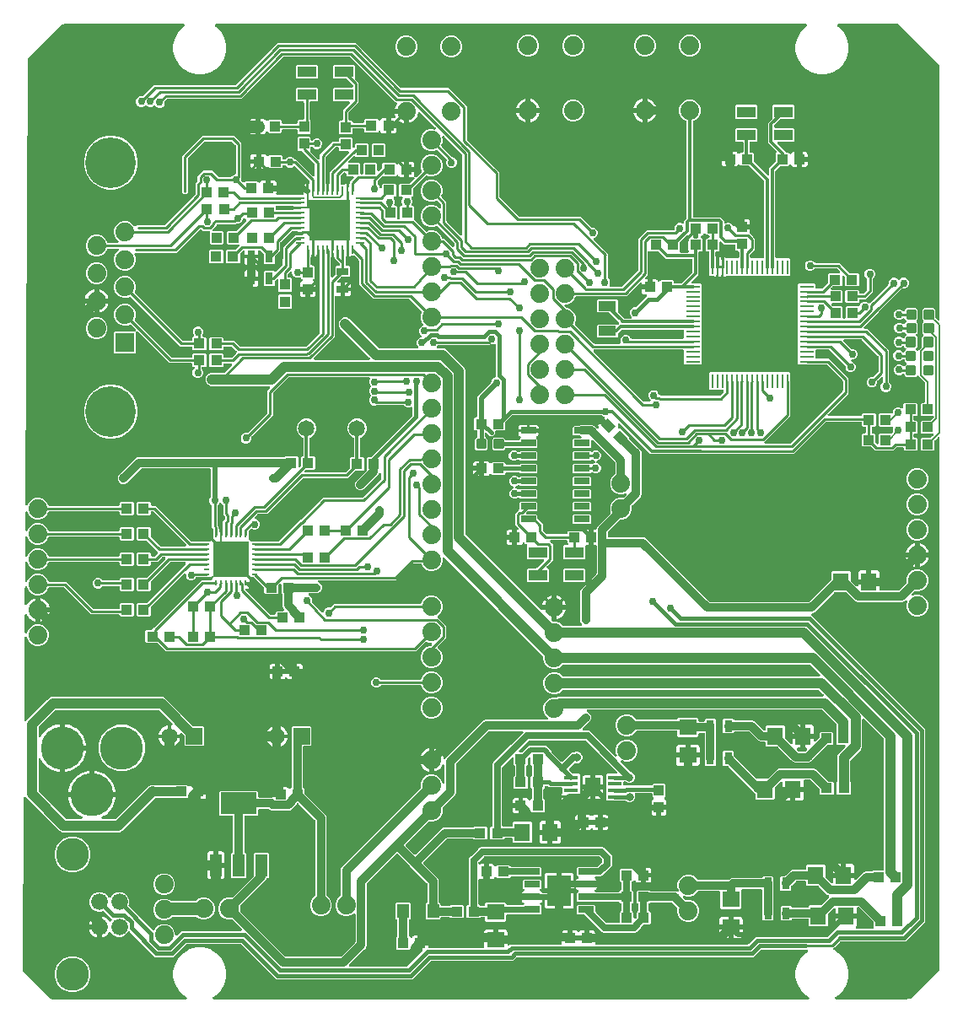
<source format=gbr>
G04 EAGLE Gerber X2 export*
%TF.Part,Single*%
%TF.FileFunction,Copper,L1,Top,Mixed*%
%TF.FilePolarity,Positive*%
%TF.GenerationSoftware,Autodesk,EAGLE,8.6.0*%
%TF.CreationDate,2018-06-10T17:56:49Z*%
G75*
%MOMM*%
%FSLAX34Y34*%
%LPD*%
%AMOC8*
5,1,8,0,0,1.08239X$1,22.5*%
G01*
%ADD10R,1.100000X1.000000*%
%ADD11C,1.651000*%
%ADD12R,1.651000X1.651000*%
%ADD13R,3.600000X3.600000*%
%ADD14R,0.250000X0.600000*%
%ADD15R,0.600000X0.250000*%
%ADD16C,4.318000*%
%ADD17C,1.676400*%
%ADD18C,3.302000*%
%ADD19C,1.879600*%
%ADD20R,1.219200X2.235200*%
%ADD21R,3.600000X2.200000*%
%ADD22R,1.550000X0.650000*%
%ADD23R,2.410000X3.100000*%
%ADD24R,1.200000X1.400000*%
%ADD25R,0.800000X1.200000*%
%ADD26R,1.422400X0.431800*%
%ADD27R,1.574800X1.879600*%
%ADD28R,1.000000X1.100000*%
%ADD29R,0.838200X0.279400*%
%ADD30R,0.279400X0.838200*%
%ADD31R,4.140200X4.140200*%
%ADD32C,0.762000*%
%ADD33R,1.200000X0.800000*%
%ADD34R,1.900000X1.100000*%
%ADD35R,1.879600X1.879600*%
%ADD36C,5.080000*%
%ADD37R,1.473200X0.279400*%
%ADD38R,0.279400X1.473200*%
%ADD39R,1.524000X0.635000*%
%ADD40C,0.300000*%
%ADD41R,1.800000X1.000000*%
%ADD42R,1.800000X1.600000*%
%ADD43R,1.600000X1.800000*%
%ADD44C,0.254000*%
%ADD45C,0.756400*%
%ADD46C,1.016000*%
%ADD47C,0.812800*%
%ADD48C,0.203200*%
%ADD49C,0.609600*%
%ADD50C,0.660400*%
%ADD51C,0.806400*%
%ADD52C,0.406400*%
%ADD53C,0.304800*%
%ADD54C,1.270000*%
%ADD55C,0.152400*%
%ADD56C,0.508000*%
%ADD57C,0.889000*%

G36*
X44389Y27828D02*
X44389Y27828D01*
X44528Y27851D01*
X44669Y27871D01*
X44692Y27879D01*
X44702Y27880D01*
X44719Y27888D01*
X44822Y27923D01*
X44864Y27941D01*
X46326Y27941D01*
X46345Y27943D01*
X46450Y27947D01*
X47904Y28090D01*
X48214Y27996D01*
X48319Y27978D01*
X48422Y27951D01*
X48506Y27946D01*
X48527Y27942D01*
X48543Y27943D01*
X48583Y27941D01*
X173874Y27941D01*
X174019Y27959D01*
X174164Y27974D01*
X174177Y27979D01*
X174190Y27981D01*
X174325Y28034D01*
X174462Y28085D01*
X174473Y28093D01*
X174486Y28098D01*
X174603Y28183D01*
X174723Y28266D01*
X174732Y28277D01*
X174743Y28284D01*
X174836Y28396D01*
X174931Y28507D01*
X174937Y28519D01*
X174946Y28529D01*
X175008Y28661D01*
X175073Y28792D01*
X175076Y28805D01*
X175081Y28817D01*
X175109Y28959D01*
X175139Y29103D01*
X175139Y29116D01*
X175141Y29129D01*
X175132Y29274D01*
X175126Y29420D01*
X175122Y29433D01*
X175121Y29447D01*
X175077Y29585D01*
X175035Y29725D01*
X175028Y29737D01*
X175023Y29749D01*
X174946Y29872D01*
X174870Y29997D01*
X174860Y30007D01*
X174853Y30018D01*
X174747Y30118D01*
X174643Y30220D01*
X174628Y30230D01*
X174622Y30236D01*
X174607Y30244D01*
X174509Y30309D01*
X171584Y31998D01*
X166618Y36964D01*
X163107Y43045D01*
X161289Y49829D01*
X161289Y56851D01*
X163107Y63635D01*
X166618Y69716D01*
X171584Y74682D01*
X177665Y78193D01*
X184449Y80011D01*
X191471Y80011D01*
X198255Y78193D01*
X204336Y74682D01*
X209302Y69716D01*
X212813Y63635D01*
X214631Y56851D01*
X214631Y49829D01*
X212813Y43045D01*
X209302Y36964D01*
X204336Y31998D01*
X201411Y30309D01*
X201295Y30221D01*
X201177Y30136D01*
X201168Y30125D01*
X201158Y30117D01*
X201067Y30003D01*
X200974Y29891D01*
X200968Y29878D01*
X200960Y29868D01*
X200900Y29734D01*
X200839Y29603D01*
X200836Y29590D01*
X200831Y29577D01*
X200806Y29433D01*
X200779Y29290D01*
X200780Y29277D01*
X200777Y29264D01*
X200790Y29118D01*
X200799Y28973D01*
X200803Y28960D01*
X200804Y28947D01*
X200852Y28809D01*
X200897Y28671D01*
X200904Y28659D01*
X200908Y28646D01*
X200989Y28525D01*
X201067Y28402D01*
X201077Y28393D01*
X201084Y28381D01*
X201192Y28284D01*
X201298Y28184D01*
X201310Y28177D01*
X201320Y28168D01*
X201449Y28101D01*
X201577Y28030D01*
X201590Y28027D01*
X201602Y28021D01*
X201744Y27987D01*
X201885Y27951D01*
X201903Y27950D01*
X201912Y27948D01*
X201929Y27948D01*
X202046Y27941D01*
X798714Y27941D01*
X798859Y27959D01*
X799004Y27974D01*
X799017Y27979D01*
X799030Y27981D01*
X799165Y28034D01*
X799302Y28085D01*
X799313Y28093D01*
X799326Y28098D01*
X799443Y28183D01*
X799563Y28266D01*
X799572Y28277D01*
X799583Y28284D01*
X799676Y28396D01*
X799771Y28507D01*
X799777Y28519D01*
X799786Y28529D01*
X799848Y28661D01*
X799913Y28792D01*
X799916Y28805D01*
X799921Y28817D01*
X799949Y28959D01*
X799979Y29103D01*
X799979Y29116D01*
X799981Y29129D01*
X799972Y29274D01*
X799966Y29420D01*
X799962Y29433D01*
X799961Y29447D01*
X799917Y29585D01*
X799875Y29725D01*
X799868Y29737D01*
X799863Y29749D01*
X799786Y29872D01*
X799710Y29997D01*
X799700Y30007D01*
X799693Y30018D01*
X799587Y30118D01*
X799483Y30220D01*
X799468Y30230D01*
X799462Y30236D01*
X799447Y30244D01*
X799349Y30309D01*
X796424Y31998D01*
X791458Y36964D01*
X787947Y43045D01*
X786129Y49829D01*
X786129Y56851D01*
X787947Y63635D01*
X791458Y69716D01*
X796424Y74682D01*
X798251Y75737D01*
X798367Y75825D01*
X798485Y75910D01*
X798494Y75921D01*
X798504Y75929D01*
X798595Y76043D01*
X798688Y76155D01*
X798693Y76168D01*
X798702Y76178D01*
X798761Y76311D01*
X798823Y76443D01*
X798826Y76456D01*
X798831Y76469D01*
X798856Y76613D01*
X798883Y76756D01*
X798882Y76769D01*
X798884Y76782D01*
X798872Y76928D01*
X798863Y77073D01*
X798859Y77086D01*
X798858Y77099D01*
X798810Y77236D01*
X798765Y77375D01*
X798758Y77387D01*
X798754Y77400D01*
X798673Y77521D01*
X798595Y77644D01*
X798585Y77653D01*
X798578Y77665D01*
X798470Y77762D01*
X798363Y77862D01*
X798352Y77869D01*
X798342Y77878D01*
X798213Y77945D01*
X798085Y78016D01*
X798072Y78019D01*
X798060Y78025D01*
X797918Y78059D01*
X797777Y78095D01*
X797759Y78096D01*
X797750Y78098D01*
X797733Y78098D01*
X797616Y78105D01*
X751964Y78105D01*
X751865Y78093D01*
X751766Y78090D01*
X751708Y78073D01*
X751648Y78065D01*
X751556Y78029D01*
X751461Y78001D01*
X751409Y77971D01*
X751352Y77948D01*
X751272Y77890D01*
X751187Y77840D01*
X751112Y77774D01*
X751095Y77762D01*
X751087Y77752D01*
X751066Y77734D01*
X743772Y70439D01*
X506525Y70439D01*
X506427Y70427D01*
X506328Y70424D01*
X506270Y70407D01*
X506209Y70399D01*
X506117Y70363D01*
X506022Y70335D01*
X505970Y70305D01*
X505914Y70282D01*
X505834Y70224D01*
X505748Y70174D01*
X505673Y70108D01*
X505656Y70096D01*
X505649Y70086D01*
X505627Y70068D01*
X502441Y66881D01*
X420599Y66881D01*
X420500Y66869D01*
X420401Y66866D01*
X420343Y66849D01*
X420283Y66841D01*
X420191Y66805D01*
X420096Y66777D01*
X420044Y66747D01*
X419987Y66724D01*
X419907Y66666D01*
X419822Y66616D01*
X419747Y66550D01*
X419730Y66538D01*
X419722Y66528D01*
X419701Y66510D01*
X401451Y48259D01*
X264582Y48259D01*
X262127Y50714D01*
X262127Y50715D01*
X229394Y83448D01*
X229315Y83508D01*
X229243Y83576D01*
X229190Y83605D01*
X229142Y83642D01*
X229051Y83682D01*
X228965Y83730D01*
X228906Y83745D01*
X228850Y83769D01*
X228752Y83784D01*
X228657Y83809D01*
X228557Y83815D01*
X228536Y83819D01*
X228524Y83817D01*
X228496Y83819D01*
X175033Y83819D01*
X174935Y83807D01*
X174836Y83804D01*
X174778Y83787D01*
X174718Y83779D01*
X174626Y83743D01*
X174531Y83715D01*
X174479Y83685D01*
X174422Y83662D01*
X174342Y83604D01*
X174257Y83554D01*
X174181Y83488D01*
X174165Y83476D01*
X174157Y83466D01*
X174136Y83448D01*
X161236Y70548D01*
X142929Y70548D01*
X140474Y73003D01*
X118025Y95452D01*
X118024Y95452D01*
X117726Y95751D01*
X117686Y95781D01*
X117653Y95818D01*
X117561Y95878D01*
X117474Y95946D01*
X117429Y95966D01*
X117387Y95993D01*
X117283Y96028D01*
X117183Y96072D01*
X117133Y96080D01*
X117086Y96096D01*
X116977Y96105D01*
X116869Y96122D01*
X116819Y96117D01*
X116769Y96121D01*
X116662Y96102D01*
X116552Y96092D01*
X116505Y96075D01*
X116456Y96067D01*
X116356Y96022D01*
X116253Y95985D01*
X116211Y95957D01*
X116166Y95936D01*
X116080Y95868D01*
X115989Y95806D01*
X115957Y95769D01*
X115918Y95738D01*
X115852Y95650D01*
X115779Y95568D01*
X115756Y95523D01*
X115726Y95484D01*
X115656Y95339D01*
X115587Y95172D01*
X112800Y92385D01*
X109159Y90877D01*
X105217Y90877D01*
X101576Y92385D01*
X98688Y95274D01*
X98641Y95310D01*
X98600Y95354D01*
X98516Y95407D01*
X98437Y95469D01*
X98382Y95492D01*
X98332Y95524D01*
X98237Y95555D01*
X98145Y95595D01*
X98086Y95604D01*
X98029Y95623D01*
X97930Y95629D01*
X97831Y95645D01*
X97771Y95639D01*
X97712Y95643D01*
X97614Y95624D01*
X97514Y95615D01*
X97458Y95595D01*
X97400Y95584D01*
X97309Y95541D01*
X97215Y95507D01*
X97166Y95474D01*
X97112Y95449D01*
X97035Y95385D01*
X96952Y95329D01*
X96912Y95284D01*
X96866Y95246D01*
X96764Y95122D01*
X95707Y93668D01*
X94492Y92453D01*
X93101Y91442D01*
X91569Y90661D01*
X89934Y90130D01*
X89661Y90087D01*
X89661Y99768D01*
X89646Y99886D01*
X89639Y100005D01*
X89626Y100043D01*
X89621Y100083D01*
X89578Y100194D01*
X89541Y100307D01*
X89519Y100341D01*
X89504Y100379D01*
X89435Y100475D01*
X89371Y100576D01*
X89341Y100604D01*
X89318Y100636D01*
X89226Y100712D01*
X89146Y100787D01*
X89200Y100821D01*
X89228Y100851D01*
X89261Y100875D01*
X89337Y100966D01*
X89418Y101053D01*
X89438Y101088D01*
X89463Y101120D01*
X89514Y101227D01*
X89572Y101332D01*
X89582Y101371D01*
X89599Y101407D01*
X89621Y101524D01*
X89651Y101640D01*
X89655Y101700D01*
X89659Y101720D01*
X89657Y101740D01*
X89661Y101800D01*
X89661Y111481D01*
X89934Y111438D01*
X91569Y110907D01*
X93101Y110126D01*
X94492Y109115D01*
X95707Y107900D01*
X96764Y106446D01*
X96804Y106402D01*
X96838Y106353D01*
X96913Y106287D01*
X96981Y106214D01*
X97032Y106182D01*
X97076Y106143D01*
X97165Y106097D01*
X97250Y106043D01*
X97307Y106025D01*
X97360Y105998D01*
X97457Y105976D01*
X97552Y105945D01*
X97612Y105941D01*
X97670Y105928D01*
X97770Y105931D01*
X97870Y105925D01*
X97928Y105936D01*
X97988Y105938D01*
X98084Y105966D01*
X98182Y105984D01*
X98236Y106010D01*
X98293Y106026D01*
X98379Y106077D01*
X98470Y106120D01*
X98516Y106158D01*
X98567Y106188D01*
X98688Y106294D01*
X99392Y106999D01*
X99477Y107108D01*
X99566Y107215D01*
X99575Y107234D01*
X99587Y107250D01*
X99643Y107378D01*
X99702Y107503D01*
X99705Y107523D01*
X99714Y107542D01*
X99736Y107680D01*
X99761Y107816D01*
X99760Y107836D01*
X99763Y107856D01*
X99750Y107995D01*
X99742Y108133D01*
X99736Y108152D01*
X99734Y108172D01*
X99687Y108303D01*
X99644Y108435D01*
X99633Y108453D01*
X99626Y108472D01*
X99548Y108586D01*
X99474Y108704D01*
X99459Y108718D01*
X99447Y108735D01*
X99343Y108827D01*
X99242Y108922D01*
X99224Y108932D01*
X99209Y108945D01*
X99160Y108971D01*
X92001Y116129D01*
X91978Y116147D01*
X91959Y116169D01*
X91853Y116244D01*
X91750Y116324D01*
X91723Y116335D01*
X91699Y116352D01*
X91577Y116398D01*
X91458Y116450D01*
X91429Y116455D01*
X91401Y116465D01*
X91272Y116480D01*
X91144Y116500D01*
X91115Y116497D01*
X91085Y116500D01*
X90957Y116482D01*
X90827Y116470D01*
X90800Y116460D01*
X90770Y116456D01*
X90618Y116404D01*
X89347Y115877D01*
X85405Y115877D01*
X81764Y117385D01*
X78977Y120172D01*
X77469Y123813D01*
X77469Y127755D01*
X78977Y131396D01*
X81764Y134183D01*
X85405Y135691D01*
X89347Y135691D01*
X92988Y134183D01*
X95775Y131396D01*
X96109Y130587D01*
X96178Y130466D01*
X96243Y130344D01*
X96257Y130329D01*
X96267Y130311D01*
X96364Y130211D01*
X96457Y130108D01*
X96474Y130097D01*
X96488Y130083D01*
X96607Y130010D01*
X96723Y129934D01*
X96742Y129927D01*
X96759Y129916D01*
X96892Y129875D01*
X97024Y129830D01*
X97044Y129829D01*
X97063Y129823D01*
X97202Y129816D01*
X97341Y129805D01*
X97361Y129809D01*
X97381Y129808D01*
X97517Y129836D01*
X97654Y129860D01*
X97673Y129868D01*
X97692Y129872D01*
X97817Y129933D01*
X97944Y129990D01*
X97960Y130003D01*
X97978Y130012D01*
X98084Y130102D01*
X98192Y130189D01*
X98205Y130205D01*
X98220Y130218D01*
X98300Y130332D01*
X98384Y130443D01*
X98396Y130468D01*
X98403Y130478D01*
X98410Y130497D01*
X98455Y130587D01*
X98789Y131396D01*
X101576Y134183D01*
X105217Y135691D01*
X109159Y135691D01*
X112800Y134183D01*
X115587Y131396D01*
X117095Y127755D01*
X117095Y123813D01*
X116568Y122542D01*
X116560Y122514D01*
X116547Y122487D01*
X116518Y122360D01*
X116484Y122235D01*
X116484Y122206D01*
X116477Y122177D01*
X116481Y122047D01*
X116479Y121917D01*
X116486Y121889D01*
X116487Y121859D01*
X116523Y121734D01*
X116553Y121608D01*
X116567Y121582D01*
X116575Y121554D01*
X116641Y121442D01*
X116702Y121327D01*
X116722Y121305D01*
X116737Y121280D01*
X116843Y121159D01*
X140230Y97772D01*
X140409Y97593D01*
X140448Y97562D01*
X140482Y97526D01*
X140574Y97465D01*
X140660Y97398D01*
X140706Y97378D01*
X140748Y97351D01*
X140851Y97315D01*
X140952Y97272D01*
X141001Y97264D01*
X141048Y97248D01*
X141158Y97239D01*
X141266Y97222D01*
X141316Y97226D01*
X141365Y97222D01*
X141474Y97241D01*
X141583Y97252D01*
X141630Y97268D01*
X141679Y97277D01*
X141779Y97322D01*
X141882Y97359D01*
X141923Y97387D01*
X141969Y97407D01*
X142055Y97476D01*
X142145Y97538D01*
X142178Y97575D01*
X142217Y97606D01*
X142283Y97694D01*
X142356Y97776D01*
X142378Y97820D01*
X142408Y97860D01*
X142479Y98005D01*
X142823Y98834D01*
X145895Y101906D01*
X149910Y103569D01*
X154255Y103569D01*
X158270Y101906D01*
X161342Y98834D01*
X163005Y94819D01*
X163005Y93344D01*
X163023Y93206D01*
X163036Y93067D01*
X163043Y93048D01*
X163045Y93028D01*
X163096Y92899D01*
X163143Y92768D01*
X163155Y92751D01*
X163162Y92732D01*
X163244Y92620D01*
X163322Y92505D01*
X163337Y92492D01*
X163349Y92475D01*
X163456Y92386D01*
X163560Y92294D01*
X163578Y92285D01*
X163594Y92272D01*
X163720Y92213D01*
X163844Y92150D01*
X163863Y92145D01*
X163882Y92137D01*
X164018Y92111D01*
X164154Y92080D01*
X164174Y92081D01*
X164194Y92077D01*
X164332Y92086D01*
X164472Y92090D01*
X164491Y92095D01*
X164511Y92097D01*
X164643Y92139D01*
X164777Y92178D01*
X164795Y92189D01*
X164814Y92195D01*
X164932Y92269D01*
X165051Y92340D01*
X165072Y92358D01*
X165083Y92365D01*
X165097Y92380D01*
X165172Y92446D01*
X166791Y94065D01*
X169247Y96521D01*
X229061Y96521D01*
X229199Y96538D01*
X229338Y96551D01*
X229357Y96558D01*
X229377Y96561D01*
X229506Y96612D01*
X229637Y96659D01*
X229654Y96670D01*
X229673Y96678D01*
X229785Y96759D01*
X229900Y96837D01*
X229914Y96853D01*
X229930Y96864D01*
X230019Y96972D01*
X230111Y97076D01*
X230120Y97094D01*
X230133Y97109D01*
X230192Y97235D01*
X230255Y97359D01*
X230260Y97379D01*
X230268Y97397D01*
X230294Y97533D01*
X230325Y97669D01*
X230324Y97690D01*
X230328Y97709D01*
X230319Y97848D01*
X230315Y97987D01*
X230310Y98007D01*
X230308Y98027D01*
X230266Y98159D01*
X230227Y98293D01*
X230217Y98310D01*
X230210Y98329D01*
X230136Y98447D01*
X230065Y98567D01*
X230047Y98588D01*
X230040Y98598D01*
X230025Y98612D01*
X229959Y98687D01*
X220858Y107788D01*
X220835Y107806D01*
X220815Y107829D01*
X220710Y107903D01*
X220607Y107983D01*
X220580Y107995D01*
X220555Y108012D01*
X220434Y108058D01*
X220315Y108109D01*
X220286Y108114D01*
X220258Y108125D01*
X220130Y108139D01*
X220001Y108159D01*
X219971Y108156D01*
X219942Y108160D01*
X219814Y108142D01*
X219795Y108140D01*
X215315Y108140D01*
X211300Y109803D01*
X208228Y112875D01*
X206565Y116890D01*
X206565Y121235D01*
X208228Y125250D01*
X211300Y128322D01*
X215315Y129985D01*
X219755Y129985D01*
X219781Y129978D01*
X219811Y129978D01*
X219840Y129971D01*
X219970Y129975D01*
X220099Y129973D01*
X220128Y129980D01*
X220158Y129981D01*
X220283Y130017D01*
X220409Y130047D01*
X220435Y130061D01*
X220464Y130069D01*
X220575Y130135D01*
X220690Y130195D01*
X220712Y130215D01*
X220738Y130231D01*
X220858Y130337D01*
X242134Y151613D01*
X242195Y151691D01*
X242263Y151763D01*
X242292Y151816D01*
X242329Y151864D01*
X242368Y151955D01*
X242416Y152042D01*
X242431Y152100D01*
X242455Y152156D01*
X242471Y152254D01*
X242496Y152349D01*
X242502Y152450D01*
X242505Y152470D01*
X242504Y152482D01*
X242506Y152510D01*
X242506Y174495D01*
X243399Y175388D01*
X256854Y175388D01*
X257747Y174495D01*
X257747Y150879D01*
X256854Y149986D01*
X256313Y149986D01*
X256284Y149983D01*
X256255Y149985D01*
X256127Y149963D01*
X255998Y149946D01*
X255970Y149936D01*
X255941Y149931D01*
X255822Y149877D01*
X255702Y149829D01*
X255678Y149812D01*
X255651Y149800D01*
X255550Y149719D01*
X255445Y149643D01*
X255426Y149620D01*
X255403Y149601D01*
X255325Y149498D01*
X255242Y149398D01*
X255229Y149371D01*
X255212Y149347D01*
X255141Y149203D01*
X254864Y148536D01*
X253114Y146785D01*
X228762Y122433D01*
X228744Y122410D01*
X228721Y122390D01*
X228647Y122285D01*
X228567Y122182D01*
X228555Y122155D01*
X228538Y122130D01*
X228492Y122009D01*
X228441Y121890D01*
X228436Y121861D01*
X228425Y121833D01*
X228411Y121704D01*
X228391Y121576D01*
X228394Y121546D01*
X228390Y121517D01*
X228408Y121389D01*
X228410Y121370D01*
X228410Y116795D01*
X228403Y116769D01*
X228403Y116739D01*
X228396Y116710D01*
X228397Y116680D01*
X228395Y116668D01*
X228400Y116582D01*
X228400Y116580D01*
X228398Y116451D01*
X228405Y116422D01*
X228406Y116392D01*
X228413Y116365D01*
X228414Y116351D01*
X228443Y116262D01*
X228472Y116141D01*
X228486Y116115D01*
X228494Y116086D01*
X228507Y116065D01*
X228512Y116048D01*
X228566Y115963D01*
X228620Y115860D01*
X228640Y115838D01*
X228656Y115812D01*
X228677Y115789D01*
X228682Y115779D01*
X228696Y115767D01*
X228762Y115692D01*
X273469Y70984D01*
X273547Y70924D01*
X273620Y70856D01*
X273673Y70827D01*
X273720Y70790D01*
X273811Y70750D01*
X273898Y70702D01*
X273957Y70687D01*
X274012Y70663D01*
X274110Y70648D01*
X274206Y70623D01*
X274306Y70617D01*
X274326Y70613D01*
X274339Y70615D01*
X274367Y70613D01*
X329391Y70613D01*
X329490Y70625D01*
X329589Y70628D01*
X329647Y70645D01*
X329707Y70653D01*
X329799Y70689D01*
X329894Y70717D01*
X329946Y70747D01*
X330003Y70770D01*
X330083Y70828D01*
X330168Y70878D01*
X330243Y70944D01*
X330260Y70956D01*
X330268Y70966D01*
X330289Y70984D01*
X343988Y84684D01*
X344049Y84762D01*
X344117Y84834D01*
X344146Y84887D01*
X344183Y84935D01*
X344222Y85026D01*
X344270Y85113D01*
X344285Y85171D01*
X344309Y85227D01*
X344325Y85325D01*
X344350Y85420D01*
X344356Y85521D01*
X344359Y85541D01*
X344358Y85553D01*
X344360Y85581D01*
X344360Y113123D01*
X344342Y113261D01*
X344329Y113400D01*
X344322Y113419D01*
X344320Y113439D01*
X344269Y113568D01*
X344222Y113699D01*
X344210Y113716D01*
X344203Y113735D01*
X344121Y113847D01*
X344043Y113962D01*
X344028Y113976D01*
X344016Y113992D01*
X343909Y114081D01*
X343805Y114173D01*
X343787Y114182D01*
X343771Y114195D01*
X343645Y114254D01*
X343521Y114317D01*
X343502Y114322D01*
X343483Y114330D01*
X343347Y114356D01*
X343211Y114387D01*
X343191Y114386D01*
X343171Y114390D01*
X343033Y114382D01*
X342893Y114377D01*
X342874Y114372D01*
X342854Y114370D01*
X342722Y114328D01*
X342588Y114289D01*
X342570Y114279D01*
X342551Y114272D01*
X342433Y114198D01*
X342314Y114127D01*
X342293Y114109D01*
X342282Y114102D01*
X342268Y114087D01*
X342193Y114021D01*
X341150Y112978D01*
X337135Y111315D01*
X332790Y111315D01*
X328775Y112978D01*
X325703Y116050D01*
X324040Y120065D01*
X324040Y124410D01*
X325703Y128425D01*
X328843Y131565D01*
X328866Y131578D01*
X328888Y131599D01*
X328913Y131615D01*
X329002Y131709D01*
X329095Y131799D01*
X329110Y131825D01*
X329131Y131846D01*
X329193Y131960D01*
X329261Y132071D01*
X329270Y132099D01*
X329284Y132125D01*
X329316Y132250D01*
X329355Y132374D01*
X329356Y132404D01*
X329364Y132433D01*
X329374Y132593D01*
X329374Y158274D01*
X330225Y160328D01*
X409413Y239517D01*
X409431Y239540D01*
X409454Y239560D01*
X409528Y239665D01*
X409608Y239768D01*
X409620Y239795D01*
X409637Y239820D01*
X409683Y239941D01*
X409734Y240060D01*
X409739Y240089D01*
X409750Y240117D01*
X409764Y240245D01*
X409784Y240374D01*
X409781Y240404D01*
X409785Y240433D01*
X409767Y240561D01*
X409765Y240580D01*
X409765Y245060D01*
X411428Y249075D01*
X414500Y252147D01*
X418515Y253810D01*
X422860Y253810D01*
X426875Y252147D01*
X429947Y249075D01*
X431389Y245593D01*
X431424Y245533D01*
X431450Y245468D01*
X431502Y245395D01*
X431547Y245317D01*
X431595Y245267D01*
X431636Y245210D01*
X431706Y245153D01*
X431768Y245089D01*
X431828Y245052D01*
X431881Y245008D01*
X431963Y244969D01*
X432039Y244922D01*
X432106Y244902D01*
X432169Y244872D01*
X432257Y244855D01*
X432343Y244829D01*
X432413Y244825D01*
X432482Y244812D01*
X432571Y244818D01*
X432661Y244814D01*
X432729Y244828D01*
X432799Y244832D01*
X432884Y244860D01*
X432972Y244878D01*
X433035Y244909D01*
X433101Y244930D01*
X433177Y244978D01*
X433258Y245018D01*
X433311Y245063D01*
X433370Y245100D01*
X433432Y245166D01*
X433500Y245224D01*
X433540Y245281D01*
X433588Y245332D01*
X433631Y245410D01*
X433683Y245484D01*
X433708Y245549D01*
X433742Y245610D01*
X433764Y245697D01*
X433796Y245781D01*
X433804Y245851D01*
X433821Y245918D01*
X433831Y246079D01*
X433831Y262500D01*
X433829Y262519D01*
X433831Y262539D01*
X433809Y262677D01*
X433791Y262815D01*
X433784Y262834D01*
X433781Y262853D01*
X433726Y262981D01*
X433674Y263111D01*
X433663Y263127D01*
X433655Y263145D01*
X433570Y263255D01*
X433488Y263368D01*
X433472Y263381D01*
X433460Y263397D01*
X433350Y263482D01*
X433243Y263571D01*
X433224Y263579D01*
X433209Y263592D01*
X433081Y263647D01*
X432955Y263706D01*
X432935Y263710D01*
X432917Y263718D01*
X432779Y263740D01*
X432643Y263766D01*
X432623Y263765D01*
X432603Y263768D01*
X432464Y263755D01*
X432325Y263746D01*
X432306Y263740D01*
X432286Y263738D01*
X432155Y263691D01*
X432023Y263648D01*
X432006Y263638D01*
X431987Y263631D01*
X431872Y263553D01*
X431754Y263478D01*
X431740Y263464D01*
X431724Y263453D01*
X431632Y263348D01*
X431536Y263247D01*
X431526Y263229D01*
X431513Y263214D01*
X431431Y263076D01*
X430898Y262030D01*
X429794Y260510D01*
X428465Y259181D01*
X426945Y258077D01*
X425270Y257223D01*
X423483Y256643D01*
X423227Y256602D01*
X423227Y267017D01*
X423212Y267136D01*
X423204Y267254D01*
X423192Y267293D01*
X423187Y267333D01*
X423143Y267444D01*
X423106Y267557D01*
X423085Y267591D01*
X423070Y267629D01*
X423000Y267725D01*
X422936Y267825D01*
X422907Y267853D01*
X422883Y267886D01*
X422791Y267962D01*
X422705Y268043D01*
X422669Y268063D01*
X422638Y268089D01*
X422530Y268139D01*
X422426Y268197D01*
X422387Y268207D01*
X422350Y268224D01*
X422234Y268247D01*
X422118Y268276D01*
X422058Y268280D01*
X422038Y268284D01*
X422018Y268283D01*
X421957Y268287D01*
X420687Y268287D01*
X420687Y268288D01*
X421957Y268288D01*
X422076Y268303D01*
X422194Y268311D01*
X422233Y268323D01*
X422273Y268328D01*
X422384Y268372D01*
X422497Y268409D01*
X422531Y268430D01*
X422569Y268445D01*
X422665Y268515D01*
X422766Y268579D01*
X422793Y268608D01*
X422826Y268632D01*
X422902Y268724D01*
X422984Y268811D01*
X423003Y268846D01*
X423029Y268877D01*
X423080Y268985D01*
X423137Y269089D01*
X423147Y269128D01*
X423164Y269165D01*
X423187Y269282D01*
X423216Y269397D01*
X423220Y269457D01*
X423224Y269477D01*
X423223Y269497D01*
X423227Y269558D01*
X423227Y279973D01*
X423483Y279932D01*
X425270Y279352D01*
X426945Y278498D01*
X428465Y277394D01*
X429794Y276065D01*
X430898Y274545D01*
X431752Y272870D01*
X432332Y271083D01*
X432465Y270245D01*
X432476Y270207D01*
X432480Y270167D01*
X432520Y270054D01*
X432554Y269939D01*
X432574Y269905D01*
X432587Y269868D01*
X432655Y269769D01*
X432716Y269666D01*
X432744Y269637D01*
X432766Y269605D01*
X432856Y269525D01*
X432940Y269441D01*
X432975Y269420D01*
X433004Y269394D01*
X433111Y269340D01*
X433214Y269279D01*
X433252Y269268D01*
X433288Y269249D01*
X433404Y269223D01*
X433519Y269190D01*
X433559Y269188D01*
X433598Y269180D01*
X433718Y269183D01*
X433837Y269180D01*
X433876Y269188D01*
X433916Y269189D01*
X434031Y269223D01*
X434148Y269249D01*
X434183Y269267D01*
X434221Y269278D01*
X434324Y269339D01*
X434431Y269393D01*
X434461Y269419D01*
X434495Y269439D01*
X434616Y269546D01*
X471080Y306009D01*
X472830Y307760D01*
X474884Y308611D01*
X536732Y308611D01*
X536869Y308628D01*
X537008Y308641D01*
X537027Y308648D01*
X537048Y308651D01*
X537176Y308702D01*
X537308Y308749D01*
X537324Y308760D01*
X537343Y308768D01*
X537456Y308849D01*
X537571Y308927D01*
X537584Y308943D01*
X537601Y308954D01*
X537689Y309062D01*
X537781Y309166D01*
X537790Y309184D01*
X537803Y309199D01*
X537863Y309325D01*
X537926Y309449D01*
X537930Y309469D01*
X537939Y309487D01*
X537965Y309623D01*
X537995Y309759D01*
X537995Y309780D01*
X537999Y309799D01*
X537990Y309938D01*
X537986Y310077D01*
X537980Y310097D01*
X537979Y310117D01*
X537936Y310249D01*
X537897Y310383D01*
X537887Y310400D01*
X537881Y310419D01*
X537806Y310537D01*
X537736Y310657D01*
X537717Y310678D01*
X537711Y310688D01*
X537696Y310702D01*
X537629Y310777D01*
X534554Y313853D01*
X532891Y317867D01*
X532891Y322213D01*
X534554Y326227D01*
X537627Y329300D01*
X541641Y330963D01*
X545129Y330963D01*
X545138Y330964D01*
X545147Y330963D01*
X545296Y330984D01*
X545444Y331003D01*
X545453Y331006D01*
X545462Y331007D01*
X545615Y331059D01*
X547834Y331979D01*
X813108Y331979D01*
X813246Y331996D01*
X813385Y332009D01*
X813404Y332016D01*
X813424Y332019D01*
X813553Y332070D01*
X813684Y332117D01*
X813701Y332128D01*
X813719Y332136D01*
X813832Y332217D01*
X813947Y332295D01*
X813960Y332311D01*
X813977Y332322D01*
X814066Y332430D01*
X814157Y332534D01*
X814167Y332552D01*
X814180Y332567D01*
X814239Y332693D01*
X814302Y332817D01*
X814307Y332837D01*
X814315Y332855D01*
X814341Y332991D01*
X814372Y333127D01*
X814371Y333148D01*
X814375Y333167D01*
X814366Y333306D01*
X814362Y333445D01*
X814356Y333465D01*
X814355Y333485D01*
X814312Y333617D01*
X814274Y333751D01*
X814263Y333768D01*
X814257Y333787D01*
X814183Y333905D01*
X814112Y334025D01*
X814094Y334046D01*
X814087Y334056D01*
X814072Y334070D01*
X814006Y334145D01*
X809688Y338464D01*
X809609Y338524D01*
X809537Y338592D01*
X809484Y338621D01*
X809436Y338658D01*
X809345Y338698D01*
X809259Y338746D01*
X809200Y338761D01*
X809145Y338785D01*
X809047Y338800D01*
X808951Y338825D01*
X808851Y338831D01*
X808830Y338835D01*
X808818Y338833D01*
X808790Y338835D01*
X553182Y338835D01*
X553084Y338823D01*
X552985Y338820D01*
X552927Y338803D01*
X552867Y338795D01*
X552774Y338759D01*
X552679Y338731D01*
X552627Y338701D01*
X552571Y338678D01*
X552491Y338620D01*
X552405Y338570D01*
X552330Y338504D01*
X552314Y338492D01*
X552306Y338482D01*
X552285Y338464D01*
X550001Y336180D01*
X545987Y334517D01*
X541641Y334517D01*
X537627Y336180D01*
X534554Y339253D01*
X532891Y343267D01*
X532891Y347613D01*
X534554Y351627D01*
X537627Y354700D01*
X541641Y356363D01*
X545987Y356363D01*
X550001Y354700D01*
X552285Y352416D01*
X552363Y352356D01*
X552435Y352288D01*
X552488Y352259D01*
X552536Y352222D01*
X552627Y352182D01*
X552713Y352134D01*
X552772Y352119D01*
X552828Y352095D01*
X552926Y352080D01*
X553021Y352055D01*
X553121Y352049D01*
X553142Y352045D01*
X553154Y352047D01*
X553182Y352045D01*
X809566Y352045D01*
X809703Y352062D01*
X809842Y352075D01*
X809861Y352082D01*
X809881Y352085D01*
X810010Y352136D01*
X810142Y352183D01*
X810158Y352194D01*
X810177Y352202D01*
X810289Y352283D01*
X810405Y352361D01*
X810418Y352377D01*
X810434Y352388D01*
X810523Y352495D01*
X810615Y352600D01*
X810624Y352618D01*
X810637Y352633D01*
X810697Y352759D01*
X810760Y352883D01*
X810764Y352903D01*
X810773Y352921D01*
X810799Y353057D01*
X810829Y353193D01*
X810829Y353214D01*
X810833Y353233D01*
X810824Y353372D01*
X810820Y353511D01*
X810814Y353531D01*
X810813Y353551D01*
X810770Y353683D01*
X810731Y353817D01*
X810721Y353834D01*
X810715Y353853D01*
X810640Y353971D01*
X810570Y354091D01*
X810551Y354112D01*
X810545Y354122D01*
X810530Y354136D01*
X810463Y354211D01*
X800811Y363864D01*
X800733Y363924D01*
X800661Y363992D01*
X800608Y364021D01*
X800560Y364058D01*
X800469Y364098D01*
X800382Y364146D01*
X800324Y364161D01*
X800268Y364185D01*
X800170Y364200D01*
X800075Y364225D01*
X799975Y364231D01*
X799954Y364235D01*
X799942Y364233D01*
X799914Y364235D01*
X553182Y364235D01*
X553084Y364223D01*
X552985Y364220D01*
X552927Y364203D01*
X552867Y364195D01*
X552774Y364159D01*
X552679Y364131D01*
X552627Y364101D01*
X552571Y364078D01*
X552491Y364020D01*
X552405Y363970D01*
X552330Y363904D01*
X552314Y363892D01*
X552306Y363882D01*
X552285Y363864D01*
X550001Y361580D01*
X545987Y359917D01*
X541641Y359917D01*
X537627Y361580D01*
X534554Y364653D01*
X532891Y368667D01*
X532891Y371896D01*
X532879Y371995D01*
X532876Y372094D01*
X532859Y372152D01*
X532851Y372212D01*
X532815Y372304D01*
X532787Y372399D01*
X532757Y372451D01*
X532734Y372508D01*
X532676Y372588D01*
X532626Y372673D01*
X532560Y372749D01*
X532548Y372765D01*
X532538Y372773D01*
X532520Y372794D01*
X433777Y471537D01*
X433667Y471622D01*
X433560Y471710D01*
X433542Y471719D01*
X433526Y471731D01*
X433398Y471787D01*
X433272Y471846D01*
X433253Y471850D01*
X433234Y471858D01*
X433096Y471880D01*
X432960Y471906D01*
X432940Y471904D01*
X432920Y471908D01*
X432781Y471895D01*
X432643Y471886D01*
X432623Y471880D01*
X432603Y471878D01*
X432472Y471831D01*
X432340Y471788D01*
X432323Y471777D01*
X432304Y471770D01*
X432189Y471692D01*
X432071Y471618D01*
X432057Y471603D01*
X432041Y471592D01*
X431949Y471488D01*
X431853Y471386D01*
X431844Y471368D01*
X431830Y471353D01*
X431767Y471229D01*
X431700Y471108D01*
X431695Y471088D01*
X431686Y471070D01*
X431655Y470934D01*
X431620Y470800D01*
X431619Y470772D01*
X431616Y470760D01*
X431617Y470739D01*
X431610Y470639D01*
X431610Y466902D01*
X429947Y462887D01*
X426875Y459815D01*
X422860Y458152D01*
X418515Y458152D01*
X414500Y459815D01*
X411428Y462887D01*
X410530Y465054D01*
X410503Y465101D01*
X410485Y465152D01*
X410425Y465239D01*
X410373Y465330D01*
X410335Y465369D01*
X410304Y465414D01*
X410225Y465483D01*
X410151Y465559D01*
X410105Y465587D01*
X410064Y465622D01*
X409970Y465670D01*
X409880Y465725D01*
X409829Y465741D01*
X409780Y465765D01*
X409677Y465787D01*
X409576Y465818D01*
X409522Y465821D01*
X409469Y465832D01*
X409308Y465836D01*
X402734Y465582D01*
X402660Y465569D01*
X402586Y465567D01*
X402504Y465543D01*
X402420Y465530D01*
X402352Y465499D01*
X402280Y465479D01*
X402207Y465436D01*
X402129Y465401D01*
X402070Y465355D01*
X402006Y465317D01*
X401885Y465211D01*
X387390Y450716D01*
X385381Y448707D01*
X307964Y448707D01*
X307895Y448698D01*
X307825Y448699D01*
X307737Y448678D01*
X307648Y448667D01*
X307583Y448641D01*
X307515Y448625D01*
X307436Y448583D01*
X307353Y448550D01*
X307296Y448509D01*
X307234Y448476D01*
X307168Y448416D01*
X307095Y448363D01*
X307051Y448309D01*
X306999Y448262D01*
X306950Y448187D01*
X306892Y448118D01*
X306863Y448055D01*
X306824Y447997D01*
X306795Y447911D01*
X306757Y447830D01*
X306744Y447762D01*
X306721Y447696D01*
X306714Y447606D01*
X306697Y447518D01*
X306701Y447448D01*
X306696Y447379D01*
X306711Y447290D01*
X306717Y447201D01*
X306738Y447134D01*
X306750Y447065D01*
X306787Y446984D01*
X306815Y446898D01*
X306852Y446839D01*
X306881Y446775D01*
X306937Y446705D01*
X306985Y446629D01*
X307036Y446581D01*
X307079Y446527D01*
X307151Y446473D01*
X307217Y446411D01*
X307278Y446378D01*
X307334Y446336D01*
X307478Y446265D01*
X307966Y446063D01*
X309538Y444491D01*
X310389Y442437D01*
X310389Y440213D01*
X309538Y438159D01*
X307966Y436587D01*
X305912Y435736D01*
X298355Y435736D01*
X298286Y435728D01*
X298216Y435729D01*
X298128Y435708D01*
X298039Y435696D01*
X297975Y435671D01*
X297907Y435654D01*
X297827Y435612D01*
X297744Y435579D01*
X297687Y435538D01*
X297626Y435506D01*
X297559Y435445D01*
X297486Y435393D01*
X297442Y435339D01*
X297390Y435292D01*
X297341Y435217D01*
X297284Y435148D01*
X297254Y435085D01*
X297215Y435026D01*
X297186Y434941D01*
X297148Y434860D01*
X297135Y434791D01*
X297112Y434725D01*
X297105Y434636D01*
X297088Y434548D01*
X297093Y434478D01*
X297087Y434408D01*
X297102Y434320D01*
X297108Y434230D01*
X297130Y434164D01*
X297142Y434095D01*
X297178Y434013D01*
X297206Y433928D01*
X297243Y433869D01*
X297272Y433805D01*
X297328Y433735D01*
X297376Y433659D01*
X297427Y433611D01*
X297471Y433557D01*
X297542Y433503D01*
X297608Y433441D01*
X297669Y433407D01*
X297725Y433365D01*
X297869Y433294D01*
X298281Y433124D01*
X299774Y431631D01*
X300582Y429681D01*
X300582Y427475D01*
X300591Y427403D01*
X300590Y427331D01*
X300611Y427246D01*
X300622Y427159D01*
X300648Y427092D01*
X300665Y427022D01*
X300707Y426945D01*
X300739Y426863D01*
X300781Y426805D01*
X300815Y426741D01*
X300916Y426616D01*
X310094Y416627D01*
X310153Y416578D01*
X310204Y416521D01*
X310273Y416476D01*
X310337Y416422D01*
X310406Y416389D01*
X310470Y416347D01*
X310548Y416320D01*
X310623Y416283D01*
X310698Y416268D01*
X310771Y416243D01*
X310853Y416237D01*
X310935Y416220D01*
X311011Y416224D01*
X311088Y416218D01*
X311169Y416232D01*
X311253Y416237D01*
X311326Y416259D01*
X311401Y416273D01*
X311477Y416307D01*
X311556Y416332D01*
X311621Y416372D01*
X311691Y416403D01*
X311756Y416455D01*
X311827Y416499D01*
X311880Y416554D01*
X311939Y416602D01*
X311989Y416668D01*
X312047Y416728D01*
X312085Y416795D01*
X312131Y416856D01*
X312201Y417000D01*
X313001Y418931D01*
X314494Y420424D01*
X316444Y421232D01*
X318329Y421232D01*
X318427Y421244D01*
X318526Y421247D01*
X318584Y421264D01*
X318644Y421272D01*
X318736Y421308D01*
X318831Y421336D01*
X318884Y421366D01*
X318940Y421389D01*
X319020Y421447D01*
X319105Y421497D01*
X319181Y421563D01*
X319197Y421575D01*
X319205Y421585D01*
X319226Y421603D01*
X322692Y425070D01*
X409174Y425070D01*
X409204Y425073D01*
X409233Y425071D01*
X409361Y425093D01*
X409490Y425110D01*
X409517Y425120D01*
X409546Y425125D01*
X409665Y425179D01*
X409786Y425227D01*
X409809Y425244D01*
X409836Y425256D01*
X409938Y425337D01*
X410043Y425413D01*
X410062Y425436D01*
X410085Y425455D01*
X410163Y425558D01*
X410246Y425658D01*
X410258Y425685D01*
X410276Y425709D01*
X410347Y425853D01*
X411428Y428462D01*
X414500Y431535D01*
X418515Y433198D01*
X422860Y433198D01*
X426875Y431535D01*
X429947Y428462D01*
X431610Y424448D01*
X431610Y420102D01*
X429947Y416088D01*
X427206Y413346D01*
X427133Y413252D01*
X427054Y413163D01*
X427036Y413127D01*
X427011Y413095D01*
X426963Y412985D01*
X426909Y412880D01*
X426901Y412840D01*
X426884Y412803D01*
X426866Y412685D01*
X426840Y412569D01*
X426841Y412529D01*
X426835Y412489D01*
X426846Y412370D01*
X426849Y412251D01*
X426861Y412213D01*
X426864Y412172D01*
X426905Y412060D01*
X426938Y411946D01*
X426958Y411911D01*
X426972Y411873D01*
X427039Y411774D01*
X427099Y411672D01*
X427139Y411627D01*
X427151Y411610D01*
X427166Y411596D01*
X427206Y411551D01*
X428904Y409853D01*
X435674Y403083D01*
X435674Y390667D01*
X427206Y382199D01*
X427133Y382105D01*
X427054Y382015D01*
X427036Y381980D01*
X427011Y381948D01*
X426963Y381838D01*
X426909Y381732D01*
X426901Y381693D01*
X426884Y381656D01*
X426866Y381538D01*
X426840Y381422D01*
X426841Y381382D01*
X426835Y381342D01*
X426846Y381223D01*
X426849Y381104D01*
X426861Y381065D01*
X426864Y381025D01*
X426905Y380913D01*
X426938Y380799D01*
X426958Y380764D01*
X426972Y380726D01*
X427039Y380627D01*
X427099Y380525D01*
X427139Y380479D01*
X427151Y380463D01*
X427166Y380449D01*
X427206Y380404D01*
X429947Y377662D01*
X431610Y373648D01*
X431610Y369302D01*
X429947Y365288D01*
X426875Y362215D01*
X422860Y360552D01*
X418515Y360552D01*
X414500Y362215D01*
X411428Y365288D01*
X409765Y369302D01*
X409765Y373648D01*
X411428Y377662D01*
X414500Y380735D01*
X418515Y382398D01*
X418974Y382398D01*
X419072Y382410D01*
X419171Y382413D01*
X419230Y382430D01*
X419290Y382438D01*
X419382Y382474D01*
X419477Y382502D01*
X419529Y382532D01*
X419585Y382555D01*
X419666Y382613D01*
X419751Y382663D01*
X419826Y382729D01*
X419843Y382741D01*
X419851Y382751D01*
X419872Y382769D01*
X419902Y382799D01*
X420888Y383786D01*
X420973Y383895D01*
X421062Y384002D01*
X421070Y384021D01*
X421083Y384037D01*
X421138Y384164D01*
X421197Y384290D01*
X421201Y384310D01*
X421209Y384329D01*
X421231Y384467D01*
X421257Y384603D01*
X421256Y384623D01*
X421259Y384643D01*
X421246Y384782D01*
X421237Y384920D01*
X421231Y384939D01*
X421229Y384959D01*
X421182Y385091D01*
X421139Y385222D01*
X421128Y385240D01*
X421122Y385259D01*
X421043Y385374D01*
X420969Y385491D01*
X420954Y385505D01*
X420943Y385522D01*
X420839Y385614D01*
X420737Y385709D01*
X420720Y385719D01*
X420705Y385732D01*
X420581Y385795D01*
X420459Y385863D01*
X420439Y385868D01*
X420421Y385877D01*
X420285Y385907D01*
X420151Y385942D01*
X420123Y385944D01*
X420111Y385947D01*
X420091Y385946D01*
X419990Y385952D01*
X418515Y385952D01*
X415906Y387033D01*
X415877Y387041D01*
X415851Y387054D01*
X415724Y387083D01*
X415599Y387117D01*
X415570Y387117D01*
X415541Y387124D01*
X415411Y387120D01*
X415281Y387122D01*
X415252Y387115D01*
X415223Y387114D01*
X415098Y387078D01*
X414972Y387048D01*
X414946Y387034D01*
X414917Y387026D01*
X414806Y386960D01*
X414691Y386899D01*
X414669Y386879D01*
X414643Y386864D01*
X414523Y386758D01*
X404907Y377142D01*
X153974Y377142D01*
X145900Y385216D01*
X145822Y385277D01*
X145750Y385345D01*
X145697Y385374D01*
X145649Y385411D01*
X145558Y385450D01*
X145471Y385498D01*
X145413Y385513D01*
X145357Y385537D01*
X145259Y385553D01*
X145164Y385578D01*
X145063Y385584D01*
X145043Y385587D01*
X145031Y385586D01*
X145003Y385588D01*
X134276Y385588D01*
X133383Y386481D01*
X133383Y397744D01*
X134276Y398637D01*
X138892Y398637D01*
X139010Y398652D01*
X139129Y398660D01*
X139168Y398672D01*
X139208Y398677D01*
X139318Y398721D01*
X139432Y398758D01*
X139466Y398779D01*
X139503Y398794D01*
X139600Y398864D01*
X139700Y398928D01*
X139728Y398957D01*
X139761Y398981D01*
X139837Y399073D01*
X139918Y399159D01*
X139938Y399195D01*
X139964Y399226D01*
X140009Y399323D01*
X142170Y401484D01*
X189381Y448695D01*
X199060Y448695D01*
X199198Y448712D01*
X199336Y448725D01*
X199355Y448732D01*
X199375Y448735D01*
X199504Y448786D01*
X199635Y448833D01*
X199652Y448844D01*
X199671Y448852D01*
X199783Y448933D01*
X199899Y449011D01*
X199912Y449027D01*
X199928Y449038D01*
X200017Y449146D01*
X200109Y449250D01*
X200118Y449268D01*
X200131Y449283D01*
X200190Y449409D01*
X200254Y449533D01*
X200258Y449553D01*
X200267Y449571D01*
X200293Y449708D01*
X200323Y449843D01*
X200323Y449864D01*
X200326Y449883D01*
X200318Y450022D01*
X200314Y450161D01*
X200308Y450181D01*
X200307Y450201D01*
X200264Y450333D01*
X200225Y450467D01*
X200215Y450484D01*
X200209Y450503D01*
X200134Y450621D01*
X200064Y450741D01*
X200045Y450762D01*
X200038Y450772D01*
X200024Y450786D01*
X199957Y450861D01*
X199433Y451386D01*
X199430Y451395D01*
X199408Y451430D01*
X199393Y451467D01*
X199324Y451563D01*
X199260Y451664D01*
X199230Y451692D01*
X199207Y451725D01*
X199115Y451801D01*
X199028Y451882D01*
X198993Y451902D01*
X198962Y451927D01*
X198854Y451978D01*
X198750Y452036D01*
X198710Y452046D01*
X198674Y452063D01*
X198557Y452085D01*
X198442Y452115D01*
X198382Y452119D01*
X198362Y452123D01*
X198341Y452121D01*
X198281Y452125D01*
X196778Y452125D01*
X196680Y452113D01*
X196581Y452110D01*
X196565Y452105D01*
X185184Y452105D01*
X185155Y452102D01*
X185126Y452104D01*
X184997Y452082D01*
X184869Y452065D01*
X184841Y452055D01*
X184812Y452050D01*
X184694Y451996D01*
X184573Y451948D01*
X184549Y451931D01*
X184522Y451919D01*
X184421Y451838D01*
X184316Y451762D01*
X184297Y451739D01*
X184274Y451720D01*
X184196Y451617D01*
X184113Y451517D01*
X184100Y451490D01*
X184083Y451466D01*
X184012Y451322D01*
X183886Y451019D01*
X182394Y449526D01*
X180443Y448718D01*
X178332Y448718D01*
X176381Y449526D01*
X174889Y451019D01*
X174081Y452969D01*
X174081Y454474D01*
X174063Y454612D01*
X174050Y454751D01*
X174043Y454770D01*
X174041Y454790D01*
X173990Y454919D01*
X173943Y455050D01*
X173931Y455067D01*
X173924Y455085D01*
X173842Y455198D01*
X173764Y455313D01*
X173749Y455326D01*
X173737Y455343D01*
X173630Y455431D01*
X173526Y455523D01*
X173508Y455533D01*
X173492Y455546D01*
X173366Y455605D01*
X173242Y455668D01*
X173223Y455673D01*
X173204Y455681D01*
X173068Y455707D01*
X172932Y455738D01*
X172912Y455737D01*
X172892Y455741D01*
X172754Y455732D01*
X172614Y455728D01*
X172595Y455722D01*
X172575Y455721D01*
X172442Y455678D01*
X172309Y455640D01*
X172291Y455629D01*
X172272Y455623D01*
X172155Y455549D01*
X172035Y455478D01*
X172014Y455459D01*
X172003Y455453D01*
X171989Y455438D01*
X171914Y455372D01*
X139086Y422544D01*
X139026Y422466D01*
X138958Y422394D01*
X138929Y422341D01*
X138892Y422293D01*
X138852Y422202D01*
X138804Y422115D01*
X138789Y422057D01*
X138765Y422001D01*
X138750Y421903D01*
X138725Y421807D01*
X138719Y421707D01*
X138715Y421687D01*
X138717Y421675D01*
X138715Y421647D01*
X138715Y413468D01*
X137822Y412575D01*
X125558Y412575D01*
X124665Y413468D01*
X124665Y424732D01*
X125558Y425625D01*
X133737Y425625D01*
X133835Y425637D01*
X133934Y425640D01*
X133992Y425657D01*
X134052Y425665D01*
X134144Y425701D01*
X134239Y425729D01*
X134292Y425759D01*
X134348Y425782D01*
X134428Y425840D01*
X134513Y425890D01*
X134589Y425956D01*
X134605Y425968D01*
X134613Y425978D01*
X134634Y425996D01*
X173576Y464939D01*
X173661Y465048D01*
X173750Y465155D01*
X173759Y465174D01*
X173771Y465190D01*
X173827Y465318D01*
X173886Y465443D01*
X173889Y465463D01*
X173897Y465482D01*
X173919Y465620D01*
X173945Y465756D01*
X173944Y465776D01*
X173947Y465796D01*
X173934Y465935D01*
X173926Y466073D01*
X173919Y466092D01*
X173918Y466112D01*
X173870Y466244D01*
X173828Y466375D01*
X173817Y466393D01*
X173810Y466412D01*
X173732Y466527D01*
X173657Y466644D01*
X173643Y466658D01*
X173631Y466675D01*
X173527Y466767D01*
X173426Y466862D01*
X173408Y466872D01*
X173393Y466885D01*
X173269Y466948D01*
X173147Y467016D01*
X173128Y467021D01*
X173110Y467030D01*
X172974Y467060D01*
X172839Y467095D01*
X172811Y467097D01*
X172799Y467100D01*
X172779Y467099D01*
X172679Y467105D01*
X158773Y467105D01*
X158675Y467093D01*
X158576Y467090D01*
X158518Y467073D01*
X158458Y467065D01*
X158366Y467029D01*
X158271Y467001D01*
X158218Y466971D01*
X158162Y466948D01*
X158082Y466890D01*
X157997Y466840D01*
X157921Y466774D01*
X157905Y466762D01*
X157897Y466752D01*
X157876Y466734D01*
X139086Y447944D01*
X139026Y447866D01*
X138958Y447794D01*
X138929Y447741D01*
X138892Y447693D01*
X138852Y447602D01*
X138804Y447515D01*
X138789Y447457D01*
X138765Y447401D01*
X138750Y447303D01*
X138725Y447207D01*
X138719Y447107D01*
X138715Y447087D01*
X138717Y447075D01*
X138715Y447047D01*
X138715Y438868D01*
X137822Y437975D01*
X125558Y437975D01*
X124665Y438868D01*
X124665Y450132D01*
X125558Y451025D01*
X133737Y451025D01*
X133835Y451037D01*
X133934Y451040D01*
X133992Y451057D01*
X134052Y451065D01*
X134144Y451101D01*
X134239Y451129D01*
X134292Y451159D01*
X134348Y451182D01*
X134428Y451240D01*
X134513Y451290D01*
X134589Y451356D01*
X134605Y451368D01*
X134613Y451378D01*
X134634Y451396D01*
X153176Y469939D01*
X153261Y470048D01*
X153350Y470155D01*
X153359Y470174D01*
X153371Y470190D01*
X153427Y470318D01*
X153486Y470443D01*
X153489Y470463D01*
X153497Y470482D01*
X153519Y470620D01*
X153545Y470756D01*
X153544Y470776D01*
X153547Y470796D01*
X153534Y470935D01*
X153526Y471073D01*
X153519Y471092D01*
X153518Y471112D01*
X153470Y471244D01*
X153428Y471375D01*
X153417Y471393D01*
X153410Y471412D01*
X153332Y471527D01*
X153257Y471644D01*
X153243Y471658D01*
X153231Y471675D01*
X153127Y471767D01*
X153026Y471862D01*
X153008Y471872D01*
X152993Y471885D01*
X152869Y471948D01*
X152747Y472016D01*
X152728Y472021D01*
X152710Y472030D01*
X152574Y472060D01*
X152439Y472095D01*
X152411Y472097D01*
X152399Y472100D01*
X152379Y472099D01*
X152279Y472105D01*
X150828Y472105D01*
X150730Y472093D01*
X150631Y472090D01*
X150573Y472073D01*
X150513Y472065D01*
X150421Y472029D01*
X150326Y472001D01*
X150273Y471971D01*
X150217Y471948D01*
X150137Y471890D01*
X150052Y471840D01*
X149976Y471774D01*
X149960Y471762D01*
X149952Y471752D01*
X149931Y471734D01*
X145303Y467105D01*
X139984Y467105D01*
X139866Y467090D01*
X139747Y467083D01*
X139709Y467070D01*
X139668Y467065D01*
X139558Y467022D01*
X139445Y466985D01*
X139410Y466963D01*
X139373Y466948D01*
X139277Y466879D01*
X139176Y466815D01*
X139148Y466785D01*
X139115Y466762D01*
X139039Y466670D01*
X138958Y466583D01*
X138938Y466548D01*
X138913Y466517D01*
X138862Y466409D01*
X138804Y466305D01*
X138794Y466265D01*
X138777Y466229D01*
X138755Y466112D01*
X138725Y465997D01*
X138721Y465937D01*
X138717Y465917D01*
X138719Y465896D01*
X138715Y465836D01*
X138715Y464268D01*
X137822Y463375D01*
X125558Y463375D01*
X124665Y464268D01*
X124665Y475532D01*
X125558Y476425D01*
X137822Y476425D01*
X138715Y475532D01*
X138715Y473964D01*
X138730Y473846D01*
X138737Y473727D01*
X138750Y473689D01*
X138755Y473648D01*
X138798Y473538D01*
X138835Y473425D01*
X138857Y473390D01*
X138872Y473353D01*
X138941Y473257D01*
X139005Y473156D01*
X139035Y473128D01*
X139058Y473095D01*
X139150Y473019D01*
X139237Y472938D01*
X139272Y472918D01*
X139303Y472893D01*
X139411Y472842D01*
X139515Y472784D01*
X139555Y472774D01*
X139591Y472757D01*
X139708Y472735D01*
X139823Y472705D01*
X139883Y472701D01*
X139903Y472697D01*
X139924Y472699D01*
X139984Y472695D01*
X142462Y472695D01*
X142560Y472707D01*
X142659Y472710D01*
X142717Y472727D01*
X142777Y472735D01*
X142869Y472771D01*
X142964Y472799D01*
X143017Y472829D01*
X143073Y472852D01*
X143153Y472910D01*
X143238Y472960D01*
X143314Y473026D01*
X143330Y473038D01*
X143338Y473048D01*
X143359Y473066D01*
X145768Y475475D01*
X145841Y475569D01*
X145919Y475658D01*
X145938Y475694D01*
X145963Y475726D01*
X146010Y475836D01*
X146064Y475942D01*
X146073Y475981D01*
X146089Y476018D01*
X146108Y476136D01*
X146134Y476252D01*
X146132Y476292D01*
X146139Y476332D01*
X146128Y476451D01*
X146124Y476570D01*
X146113Y476609D01*
X146109Y476649D01*
X146069Y476761D01*
X146036Y476875D01*
X146015Y476910D01*
X146001Y476948D01*
X145934Y477047D01*
X145874Y477149D01*
X145834Y477194D01*
X145823Y477211D01*
X145808Y477225D01*
X145768Y477270D01*
X143924Y479114D01*
X134634Y488404D01*
X134556Y488464D01*
X134484Y488532D01*
X134431Y488561D01*
X134383Y488598D01*
X134292Y488638D01*
X134205Y488686D01*
X134147Y488701D01*
X134091Y488725D01*
X133993Y488740D01*
X133897Y488765D01*
X133797Y488771D01*
X133777Y488775D01*
X133765Y488773D01*
X133737Y488775D01*
X125558Y488775D01*
X124665Y489668D01*
X124665Y500932D01*
X125558Y501825D01*
X137822Y501825D01*
X138715Y500932D01*
X138715Y492753D01*
X138727Y492655D01*
X138730Y492556D01*
X138747Y492498D01*
X138755Y492438D01*
X138791Y492346D01*
X138819Y492251D01*
X138849Y492198D01*
X138872Y492142D01*
X138930Y492062D01*
X138980Y491977D01*
X139046Y491901D01*
X139058Y491885D01*
X139068Y491877D01*
X139086Y491856D01*
X147876Y483066D01*
X147954Y483006D01*
X148026Y482938D01*
X148079Y482909D01*
X148127Y482872D01*
X148218Y482832D01*
X148305Y482784D01*
X148363Y482769D01*
X148419Y482745D01*
X148517Y482730D01*
X148613Y482705D01*
X148713Y482699D01*
X148733Y482695D01*
X148745Y482697D01*
X148773Y482695D01*
X173229Y482695D01*
X173366Y482712D01*
X173505Y482725D01*
X173524Y482732D01*
X173544Y482735D01*
X173673Y482786D01*
X173804Y482833D01*
X173821Y482844D01*
X173840Y482852D01*
X173952Y482933D01*
X174067Y483011D01*
X174081Y483027D01*
X174097Y483038D01*
X174186Y483146D01*
X174278Y483250D01*
X174287Y483268D01*
X174300Y483283D01*
X174359Y483409D01*
X174423Y483533D01*
X174427Y483553D01*
X174436Y483571D01*
X174462Y483707D01*
X174492Y483843D01*
X174492Y483864D01*
X174495Y483883D01*
X174487Y484022D01*
X174483Y484161D01*
X174477Y484181D01*
X174476Y484201D01*
X174433Y484333D01*
X174394Y484467D01*
X174384Y484484D01*
X174378Y484503D01*
X174303Y484621D01*
X174233Y484741D01*
X174214Y484762D01*
X174207Y484772D01*
X174193Y484786D01*
X174126Y484861D01*
X141454Y517534D01*
X141376Y517594D01*
X141304Y517662D01*
X141251Y517691D01*
X141203Y517728D01*
X141112Y517768D01*
X141025Y517816D01*
X140967Y517831D01*
X140911Y517855D01*
X140813Y517870D01*
X140717Y517895D01*
X140617Y517901D01*
X140597Y517905D01*
X140585Y517903D01*
X140557Y517905D01*
X139984Y517905D01*
X139866Y517890D01*
X139747Y517883D01*
X139709Y517870D01*
X139668Y517865D01*
X139558Y517822D01*
X139445Y517785D01*
X139410Y517763D01*
X139373Y517748D01*
X139277Y517679D01*
X139176Y517615D01*
X139148Y517585D01*
X139115Y517562D01*
X139039Y517470D01*
X138958Y517383D01*
X138938Y517348D01*
X138913Y517317D01*
X138862Y517209D01*
X138804Y517105D01*
X138794Y517065D01*
X138777Y517029D01*
X138755Y516912D01*
X138725Y516797D01*
X138721Y516737D01*
X138717Y516717D01*
X138719Y516696D01*
X138715Y516636D01*
X138715Y515068D01*
X137822Y514175D01*
X125558Y514175D01*
X124665Y515068D01*
X124665Y526332D01*
X125558Y527225D01*
X137822Y527225D01*
X138715Y526332D01*
X138715Y524764D01*
X138730Y524646D01*
X138737Y524527D01*
X138750Y524489D01*
X138755Y524448D01*
X138798Y524338D01*
X138835Y524225D01*
X138857Y524190D01*
X138872Y524153D01*
X138941Y524057D01*
X139005Y523956D01*
X139035Y523928D01*
X139058Y523895D01*
X139150Y523819D01*
X139237Y523738D01*
X139272Y523718D01*
X139303Y523693D01*
X139411Y523642D01*
X139515Y523584D01*
X139555Y523574D01*
X139591Y523557D01*
X139708Y523535D01*
X139823Y523505D01*
X139883Y523501D01*
X139903Y523497D01*
X139924Y523499D01*
X139984Y523495D01*
X143398Y523495D01*
X178826Y488066D01*
X178904Y488006D01*
X178976Y487938D01*
X179029Y487909D01*
X179077Y487872D01*
X179168Y487832D01*
X179255Y487784D01*
X179313Y487769D01*
X179369Y487745D01*
X179467Y487730D01*
X179563Y487705D01*
X179663Y487699D01*
X179683Y487695D01*
X179695Y487697D01*
X179723Y487695D01*
X196580Y487695D01*
X196618Y487685D01*
X196717Y487679D01*
X196737Y487675D01*
X196750Y487677D01*
X196778Y487675D01*
X198281Y487675D01*
X198399Y487690D01*
X198518Y487697D01*
X198556Y487710D01*
X198597Y487715D01*
X198707Y487758D01*
X198820Y487795D01*
X198855Y487817D01*
X198892Y487832D01*
X198988Y487901D01*
X199089Y487965D01*
X199117Y487995D01*
X199150Y488018D01*
X199226Y488110D01*
X199307Y488197D01*
X199327Y488232D01*
X199352Y488263D01*
X199403Y488371D01*
X199419Y488401D01*
X200561Y489542D01*
X200570Y489545D01*
X200605Y489567D01*
X200642Y489582D01*
X200738Y489651D01*
X200839Y489715D01*
X200867Y489745D01*
X200900Y489768D01*
X200976Y489860D01*
X201057Y489947D01*
X201077Y489982D01*
X201102Y490013D01*
X201153Y490121D01*
X201211Y490225D01*
X201221Y490265D01*
X201238Y490301D01*
X201260Y490418D01*
X201290Y490533D01*
X201294Y490593D01*
X201298Y490613D01*
X201296Y490634D01*
X201300Y490694D01*
X201300Y492197D01*
X201288Y492295D01*
X201285Y492394D01*
X201280Y492410D01*
X201280Y500044D01*
X201268Y500142D01*
X201265Y500241D01*
X201248Y500300D01*
X201240Y500360D01*
X201204Y500452D01*
X201176Y500547D01*
X201146Y500599D01*
X201123Y500655D01*
X201065Y500735D01*
X201015Y500821D01*
X200949Y500896D01*
X200937Y500913D01*
X200927Y500920D01*
X200909Y500942D01*
X200088Y501762D01*
X200088Y523402D01*
X200075Y523500D01*
X200072Y523599D01*
X200056Y523657D01*
X200048Y523717D01*
X200011Y523809D01*
X199984Y523904D01*
X199953Y523957D01*
X199931Y524013D01*
X199873Y524093D01*
X199822Y524178D01*
X199756Y524254D01*
X199744Y524270D01*
X199735Y524278D01*
X199716Y524299D01*
X198384Y525631D01*
X197576Y527582D01*
X197576Y529693D01*
X198384Y531644D01*
X198446Y531706D01*
X198507Y531784D01*
X198575Y531856D01*
X198604Y531909D01*
X198641Y531957D01*
X198680Y532048D01*
X198728Y532135D01*
X198743Y532193D01*
X198767Y532249D01*
X198783Y532347D01*
X198808Y532443D01*
X198814Y532543D01*
X198817Y532563D01*
X198816Y532575D01*
X198818Y532603D01*
X198818Y559562D01*
X198803Y559680D01*
X198795Y559799D01*
X198783Y559837D01*
X198778Y559878D01*
X198734Y559988D01*
X198697Y560101D01*
X198676Y560136D01*
X198661Y560173D01*
X198591Y560269D01*
X198527Y560370D01*
X198498Y560398D01*
X198474Y560431D01*
X198382Y560507D01*
X198296Y560588D01*
X198260Y560608D01*
X198229Y560633D01*
X198121Y560684D01*
X198017Y560742D01*
X197978Y560752D01*
X197941Y560769D01*
X197825Y560791D01*
X197709Y560821D01*
X197649Y560825D01*
X197629Y560829D01*
X197609Y560827D01*
X197549Y560831D01*
X129523Y560831D01*
X129425Y560819D01*
X129326Y560816D01*
X129268Y560799D01*
X129208Y560791D01*
X129116Y560755D01*
X129020Y560727D01*
X128968Y560697D01*
X128912Y560674D01*
X128832Y560616D01*
X128747Y560566D01*
X128671Y560500D01*
X128655Y560488D01*
X128651Y560483D01*
X128648Y560481D01*
X128643Y560475D01*
X128626Y560460D01*
X114291Y546125D01*
X112237Y545274D01*
X110013Y545274D01*
X107959Y546125D01*
X106387Y547697D01*
X105536Y549751D01*
X105536Y551974D01*
X106387Y554028D01*
X123517Y571158D01*
X125571Y572009D01*
X272197Y572009D01*
X272295Y572021D01*
X272394Y572024D01*
X272452Y572041D01*
X272512Y572049D01*
X272604Y572085D01*
X272699Y572113D01*
X272752Y572143D01*
X272808Y572166D01*
X272888Y572224D01*
X272973Y572274D01*
X273049Y572340D01*
X273065Y572352D01*
X273073Y572362D01*
X273094Y572380D01*
X273658Y572945D01*
X285922Y572945D01*
X286815Y572052D01*
X286815Y563461D01*
X286832Y563323D01*
X286845Y563185D01*
X286852Y563166D01*
X286855Y563146D01*
X286906Y563016D01*
X286953Y562886D01*
X286964Y562869D01*
X286972Y562850D01*
X287053Y562738D01*
X287131Y562622D01*
X287147Y562609D01*
X287158Y562593D01*
X287265Y562504D01*
X287370Y562412D01*
X287388Y562403D01*
X287403Y562390D01*
X287529Y562331D01*
X287653Y562267D01*
X287673Y562263D01*
X287691Y562254D01*
X287827Y562228D01*
X287963Y562198D01*
X287984Y562198D01*
X288003Y562195D01*
X288142Y562203D01*
X288281Y562207D01*
X288301Y562213D01*
X288321Y562214D01*
X288453Y562257D01*
X288587Y562296D01*
X288604Y562306D01*
X288623Y562312D01*
X288741Y562387D01*
X288861Y562457D01*
X288882Y562476D01*
X288892Y562483D01*
X288906Y562497D01*
X288982Y562564D01*
X289394Y562976D01*
X289454Y563054D01*
X289522Y563126D01*
X289551Y563179D01*
X289588Y563227D01*
X289628Y563318D01*
X289676Y563405D01*
X289691Y563463D01*
X289715Y563519D01*
X289730Y563617D01*
X289755Y563713D01*
X289761Y563813D01*
X289765Y563833D01*
X289763Y563845D01*
X289765Y563873D01*
X289765Y572052D01*
X290658Y572945D01*
X290767Y572945D01*
X290885Y572960D01*
X291003Y572967D01*
X291042Y572980D01*
X291082Y572985D01*
X291193Y573028D01*
X291306Y573065D01*
X291340Y573087D01*
X291378Y573102D01*
X291474Y573171D01*
X291575Y573235D01*
X291602Y573265D01*
X291635Y573288D01*
X291711Y573380D01*
X291793Y573467D01*
X291812Y573502D01*
X291838Y573533D01*
X291889Y573641D01*
X291946Y573745D01*
X291956Y573785D01*
X291973Y573821D01*
X291996Y573938D01*
X292026Y574053D01*
X292029Y574113D01*
X292033Y574133D01*
X292032Y574154D01*
X292036Y574214D01*
X292036Y590920D01*
X292032Y590950D01*
X292034Y590979D01*
X292012Y591107D01*
X291996Y591236D01*
X291985Y591263D01*
X291980Y591292D01*
X291927Y591411D01*
X291879Y591531D01*
X291862Y591555D01*
X291849Y591582D01*
X291768Y591684D01*
X291692Y591789D01*
X291669Y591808D01*
X291651Y591831D01*
X291547Y591909D01*
X291447Y591992D01*
X291420Y592004D01*
X291397Y592022D01*
X291252Y592093D01*
X289545Y592800D01*
X286794Y595551D01*
X285305Y599146D01*
X285305Y603036D01*
X286794Y606631D01*
X289545Y609382D01*
X293139Y610871D01*
X297030Y610871D01*
X300624Y609382D01*
X303375Y606631D01*
X304864Y603036D01*
X304864Y599146D01*
X303375Y595551D01*
X300624Y592800D01*
X298917Y592093D01*
X298891Y592078D01*
X298863Y592069D01*
X298753Y592000D01*
X298641Y591935D01*
X298619Y591915D01*
X298594Y591899D01*
X298505Y591804D01*
X298412Y591714D01*
X298397Y591689D01*
X298376Y591667D01*
X298314Y591554D01*
X298246Y591443D01*
X298237Y591415D01*
X298223Y591389D01*
X298190Y591263D01*
X298152Y591139D01*
X298151Y591109D01*
X298143Y591081D01*
X298133Y590920D01*
X298133Y574214D01*
X298148Y574096D01*
X298156Y573977D01*
X298168Y573939D01*
X298173Y573898D01*
X298217Y573788D01*
X298254Y573675D01*
X298275Y573640D01*
X298290Y573603D01*
X298360Y573507D01*
X298424Y573406D01*
X298453Y573378D01*
X298477Y573345D01*
X298569Y573269D01*
X298655Y573188D01*
X298691Y573168D01*
X298722Y573143D01*
X298830Y573092D01*
X298934Y573034D01*
X298973Y573024D01*
X299010Y573007D01*
X299126Y572985D01*
X299242Y572955D01*
X299302Y572951D01*
X299322Y572947D01*
X299342Y572949D01*
X299402Y572945D01*
X302922Y572945D01*
X303815Y572052D01*
X303815Y560788D01*
X302922Y559895D01*
X294743Y559895D01*
X294645Y559883D01*
X294546Y559880D01*
X294488Y559863D01*
X294428Y559855D01*
X294336Y559819D01*
X294241Y559791D01*
X294188Y559761D01*
X294132Y559738D01*
X294052Y559680D01*
X293967Y559630D01*
X293891Y559564D01*
X293875Y559552D01*
X293867Y559542D01*
X293846Y559524D01*
X293321Y558999D01*
X293236Y558889D01*
X293147Y558782D01*
X293139Y558764D01*
X293126Y558748D01*
X293071Y558620D01*
X293012Y558494D01*
X293008Y558475D01*
X293000Y558456D01*
X292978Y558318D01*
X292952Y558182D01*
X292953Y558162D01*
X292950Y558142D01*
X292963Y558003D01*
X292972Y557865D01*
X292978Y557845D01*
X292980Y557825D01*
X293027Y557694D01*
X293070Y557562D01*
X293081Y557545D01*
X293088Y557526D01*
X293166Y557411D01*
X293240Y557293D01*
X293255Y557279D01*
X293266Y557263D01*
X293370Y557171D01*
X293472Y557075D01*
X293489Y557066D01*
X293505Y557052D01*
X293628Y556989D01*
X293750Y556922D01*
X293770Y556917D01*
X293788Y556908D01*
X293924Y556877D01*
X294058Y556842D01*
X294086Y556841D01*
X294098Y556838D01*
X294119Y556839D01*
X294219Y556832D01*
X333279Y556832D01*
X333377Y556845D01*
X333476Y556848D01*
X333535Y556864D01*
X333595Y556872D01*
X333687Y556909D01*
X333782Y556936D01*
X333834Y556967D01*
X333890Y556989D01*
X333970Y557047D01*
X334056Y557098D01*
X334131Y557164D01*
X334148Y557176D01*
X334155Y557185D01*
X334177Y557204D01*
X338434Y561461D01*
X338494Y561539D01*
X338562Y561611D01*
X338591Y561664D01*
X338628Y561712D01*
X338668Y561803D01*
X338716Y561890D01*
X338731Y561948D01*
X338755Y562004D01*
X338770Y562102D01*
X338795Y562198D01*
X338801Y562298D01*
X338805Y562318D01*
X338803Y562330D01*
X338805Y562358D01*
X338805Y571099D01*
X339698Y571992D01*
X341567Y571992D01*
X341685Y572007D01*
X341803Y572015D01*
X341842Y572027D01*
X341882Y572032D01*
X341993Y572076D01*
X342106Y572113D01*
X342140Y572134D01*
X342178Y572149D01*
X342274Y572219D01*
X342375Y572283D01*
X342402Y572312D01*
X342435Y572336D01*
X342511Y572428D01*
X342593Y572514D01*
X342612Y572550D01*
X342638Y572581D01*
X342689Y572689D01*
X342746Y572793D01*
X342756Y572832D01*
X342773Y572869D01*
X342796Y572985D01*
X342826Y573101D01*
X342829Y573161D01*
X342833Y573181D01*
X342832Y573201D01*
X342836Y573261D01*
X342836Y590920D01*
X342832Y590950D01*
X342834Y590979D01*
X342812Y591107D01*
X342796Y591236D01*
X342785Y591263D01*
X342780Y591292D01*
X342727Y591411D01*
X342679Y591531D01*
X342662Y591555D01*
X342649Y591582D01*
X342568Y591684D01*
X342492Y591789D01*
X342469Y591808D01*
X342451Y591831D01*
X342347Y591909D01*
X342247Y591992D01*
X342220Y592004D01*
X342197Y592022D01*
X342052Y592093D01*
X340345Y592800D01*
X337594Y595551D01*
X336105Y599146D01*
X336105Y603036D01*
X337594Y606631D01*
X340345Y609382D01*
X343939Y610871D01*
X347830Y610871D01*
X351424Y609382D01*
X354175Y606631D01*
X355664Y603036D01*
X355664Y599146D01*
X354175Y595551D01*
X351424Y592800D01*
X349717Y592093D01*
X349691Y592078D01*
X349663Y592069D01*
X349553Y592000D01*
X349441Y591935D01*
X349419Y591915D01*
X349394Y591899D01*
X349305Y591804D01*
X349212Y591714D01*
X349197Y591689D01*
X349176Y591667D01*
X349114Y591554D01*
X349046Y591443D01*
X349037Y591415D01*
X349023Y591389D01*
X348990Y591263D01*
X348952Y591139D01*
X348951Y591109D01*
X348943Y591081D01*
X348933Y590920D01*
X348933Y573261D01*
X348948Y573143D01*
X348956Y573025D01*
X348968Y572986D01*
X348973Y572946D01*
X349017Y572835D01*
X349054Y572722D01*
X349075Y572688D01*
X349090Y572650D01*
X349160Y572554D01*
X349224Y572453D01*
X349253Y572426D01*
X349277Y572393D01*
X349369Y572317D01*
X349455Y572235D01*
X349491Y572216D01*
X349522Y572190D01*
X349630Y572139D01*
X349734Y572082D01*
X349773Y572072D01*
X349810Y572055D01*
X349926Y572032D01*
X350042Y572002D01*
X350102Y571999D01*
X350122Y571995D01*
X350142Y571996D01*
X350202Y571992D01*
X351962Y571992D01*
X352855Y571099D01*
X352855Y559836D01*
X351962Y558943D01*
X344346Y558943D01*
X344248Y558930D01*
X344149Y558927D01*
X344090Y558911D01*
X344030Y558903D01*
X343938Y558866D01*
X343843Y558839D01*
X343791Y558808D01*
X343735Y558786D01*
X343655Y558728D01*
X343569Y558677D01*
X343494Y558611D01*
X343477Y558599D01*
X343470Y558590D01*
X343448Y558571D01*
X336120Y551243D01*
X291838Y551243D01*
X291740Y551230D01*
X291641Y551227D01*
X291583Y551211D01*
X291523Y551203D01*
X291431Y551166D01*
X291336Y551139D01*
X291283Y551108D01*
X291227Y551086D01*
X291147Y551028D01*
X291062Y550977D01*
X290986Y550911D01*
X290970Y550899D01*
X290962Y550890D01*
X290941Y550871D01*
X255498Y515429D01*
X246857Y515429D01*
X246759Y515416D01*
X246660Y515413D01*
X246601Y515397D01*
X246541Y515389D01*
X246449Y515352D01*
X246354Y515325D01*
X246302Y515294D01*
X246246Y515272D01*
X246166Y515214D01*
X246080Y515163D01*
X246005Y515097D01*
X245988Y515085D01*
X245981Y515076D01*
X245959Y515057D01*
X243201Y512298D01*
X243116Y512189D01*
X243027Y512082D01*
X243018Y512063D01*
X243006Y512047D01*
X242950Y511919D01*
X242891Y511794D01*
X242888Y511774D01*
X242880Y511755D01*
X242858Y511617D01*
X242832Y511481D01*
X242833Y511461D01*
X242830Y511441D01*
X242843Y511302D01*
X242851Y511164D01*
X242858Y511145D01*
X242859Y511125D01*
X242907Y510993D01*
X242949Y510862D01*
X242960Y510844D01*
X242967Y510825D01*
X243045Y510710D01*
X243120Y510593D01*
X243134Y510579D01*
X243146Y510562D01*
X243250Y510470D01*
X243351Y510375D01*
X243369Y510365D01*
X243384Y510352D01*
X243508Y510288D01*
X243630Y510221D01*
X243649Y510216D01*
X243667Y510207D01*
X243803Y510177D01*
X243887Y510155D01*
X245894Y509324D01*
X247386Y507831D01*
X248194Y505881D01*
X248194Y503769D01*
X247386Y501819D01*
X245894Y500326D01*
X243943Y499518D01*
X241832Y499518D01*
X240159Y500211D01*
X240131Y500219D01*
X240104Y500232D01*
X239978Y500261D01*
X239852Y500295D01*
X239823Y500296D01*
X239794Y500302D01*
X239664Y500298D01*
X239534Y500300D01*
X239506Y500293D01*
X239476Y500292D01*
X239351Y500256D01*
X239225Y500226D01*
X239199Y500212D01*
X239171Y500204D01*
X239059Y500138D01*
X238944Y500077D01*
X238922Y500057D01*
X238897Y500042D01*
X238776Y499936D01*
X237241Y498402D01*
X237181Y498323D01*
X237113Y498251D01*
X237084Y498198D01*
X237047Y498150D01*
X237007Y498059D01*
X236959Y497973D01*
X236944Y497914D01*
X236920Y497858D01*
X236905Y497761D01*
X236880Y497665D01*
X236874Y497565D01*
X236870Y497544D01*
X236872Y497532D01*
X236870Y497504D01*
X236870Y492395D01*
X236860Y492357D01*
X236854Y492257D01*
X236850Y492237D01*
X236852Y492225D01*
X236850Y492197D01*
X236850Y490694D01*
X236865Y490576D01*
X236872Y490457D01*
X236885Y490419D01*
X236890Y490378D01*
X236933Y490268D01*
X236970Y490155D01*
X236992Y490120D01*
X237007Y490083D01*
X237076Y489987D01*
X237140Y489886D01*
X237170Y489858D01*
X237193Y489825D01*
X237285Y489749D01*
X237372Y489668D01*
X237407Y489648D01*
X237438Y489623D01*
X237546Y489572D01*
X237576Y489556D01*
X238717Y488414D01*
X238720Y488405D01*
X238742Y488370D01*
X238757Y488333D01*
X238826Y488237D01*
X238890Y488136D01*
X238920Y488108D01*
X238943Y488075D01*
X239035Y487999D01*
X239122Y487918D01*
X239157Y487898D01*
X239188Y487873D01*
X239296Y487822D01*
X239400Y487764D01*
X239440Y487754D01*
X239476Y487737D01*
X239593Y487715D01*
X239708Y487685D01*
X239768Y487681D01*
X239788Y487677D01*
X239809Y487679D01*
X239869Y487675D01*
X241372Y487675D01*
X241470Y487687D01*
X241570Y487690D01*
X241585Y487695D01*
X266590Y487695D01*
X266689Y487707D01*
X266788Y487710D01*
X266846Y487727D01*
X266906Y487735D01*
X266998Y487771D01*
X267093Y487799D01*
X267145Y487829D01*
X267202Y487852D01*
X267282Y487910D01*
X267367Y487960D01*
X267442Y488026D01*
X267459Y488038D01*
X267467Y488048D01*
X267488Y488066D01*
X288485Y509064D01*
X288686Y509064D01*
X288784Y509076D01*
X288883Y509079D01*
X288941Y509096D01*
X289001Y509104D01*
X289093Y509140D01*
X289188Y509168D01*
X289241Y509198D01*
X289297Y509221D01*
X289377Y509279D01*
X289462Y509329D01*
X289538Y509395D01*
X289554Y509407D01*
X289562Y509417D01*
X289583Y509435D01*
X309571Y529423D01*
X311580Y531432D01*
X350742Y531432D01*
X350840Y531445D01*
X350939Y531448D01*
X350997Y531464D01*
X351057Y531472D01*
X351149Y531509D01*
X351244Y531536D01*
X351297Y531567D01*
X351353Y531589D01*
X351433Y531647D01*
X351518Y531698D01*
X351594Y531764D01*
X351610Y531776D01*
X351618Y531785D01*
X351639Y531804D01*
X369896Y550061D01*
X369957Y550139D01*
X370025Y550211D01*
X370054Y550264D01*
X370091Y550312D01*
X370130Y550403D01*
X370178Y550490D01*
X370193Y550548D01*
X370217Y550604D01*
X370233Y550702D01*
X370258Y550798D01*
X370264Y550898D01*
X370267Y550918D01*
X370266Y550930D01*
X370268Y550958D01*
X370268Y555064D01*
X370259Y555133D01*
X370260Y555203D01*
X370239Y555290D01*
X370228Y555379D01*
X370202Y555444D01*
X370186Y555512D01*
X370144Y555592D01*
X370111Y555675D01*
X370070Y555732D01*
X370037Y555793D01*
X369977Y555860D01*
X369924Y555932D01*
X369870Y555977D01*
X369823Y556029D01*
X369748Y556078D01*
X369679Y556135D01*
X369616Y556165D01*
X369558Y556203D01*
X369473Y556233D01*
X369391Y556271D01*
X369323Y556284D01*
X369257Y556307D01*
X369167Y556314D01*
X369079Y556331D01*
X369009Y556326D01*
X368940Y556332D01*
X368851Y556316D01*
X368762Y556311D01*
X368695Y556289D01*
X368626Y556277D01*
X368545Y556241D01*
X368459Y556213D01*
X368400Y556175D01*
X368336Y556147D01*
X368266Y556091D01*
X368190Y556043D01*
X368143Y555992D01*
X368088Y555948D01*
X368034Y555876D01*
X367972Y555811D01*
X367939Y555750D01*
X367897Y555694D01*
X367826Y555550D01*
X367568Y554927D01*
X365817Y553176D01*
X352416Y539775D01*
X350362Y538924D01*
X348138Y538924D01*
X346084Y539775D01*
X344512Y541347D01*
X343661Y543401D01*
X343661Y545624D01*
X344512Y547678D01*
X355434Y558600D01*
X355494Y558678D01*
X355562Y558750D01*
X355591Y558803D01*
X355628Y558851D01*
X355668Y558942D01*
X355716Y559029D01*
X355731Y559087D01*
X355755Y559143D01*
X355770Y559241D01*
X355795Y559336D01*
X355801Y559436D01*
X355805Y559457D01*
X355803Y559469D01*
X355805Y559497D01*
X355805Y571099D01*
X356698Y571992D01*
X358665Y571992D01*
X358763Y572005D01*
X358862Y572008D01*
X358920Y572024D01*
X358980Y572032D01*
X359072Y572069D01*
X359167Y572096D01*
X359219Y572127D01*
X359276Y572149D01*
X359356Y572207D01*
X359441Y572258D01*
X359517Y572324D01*
X359533Y572336D01*
X359541Y572345D01*
X359562Y572364D01*
X401202Y614003D01*
X401262Y614082D01*
X401330Y614154D01*
X401359Y614207D01*
X401396Y614255D01*
X401436Y614346D01*
X401484Y614432D01*
X401499Y614491D01*
X401523Y614547D01*
X401538Y614645D01*
X401563Y614740D01*
X401569Y614840D01*
X401573Y614861D01*
X401571Y614873D01*
X401573Y614901D01*
X401573Y621408D01*
X401567Y621457D01*
X401569Y621507D01*
X401547Y621614D01*
X401533Y621723D01*
X401515Y621770D01*
X401505Y621818D01*
X401457Y621917D01*
X401416Y622019D01*
X401387Y622059D01*
X401365Y622104D01*
X401294Y622188D01*
X401230Y622276D01*
X401191Y622308D01*
X401159Y622346D01*
X401069Y622409D01*
X400985Y622479D01*
X400940Y622500D01*
X400899Y622529D01*
X400796Y622568D01*
X400697Y622615D01*
X400648Y622624D01*
X400602Y622642D01*
X400492Y622654D01*
X400385Y622675D01*
X400335Y622672D01*
X400286Y622677D01*
X400177Y622662D01*
X400067Y622655D01*
X400020Y622640D01*
X399971Y622633D01*
X399818Y622581D01*
X398594Y622073D01*
X396482Y622073D01*
X394532Y622881D01*
X393200Y624214D01*
X393121Y624274D01*
X393049Y624342D01*
X392996Y624371D01*
X392948Y624408D01*
X392857Y624448D01*
X392771Y624496D01*
X392712Y624511D01*
X392656Y624535D01*
X392559Y624550D01*
X392463Y624575D01*
X392363Y624581D01*
X392342Y624585D01*
X392330Y624583D01*
X392302Y624585D01*
X365552Y624585D01*
X365542Y624584D01*
X365533Y624585D01*
X365384Y624564D01*
X365236Y624545D01*
X365227Y624542D01*
X365218Y624541D01*
X365066Y624489D01*
X364276Y624161D01*
X362164Y624161D01*
X360214Y624969D01*
X358721Y626462D01*
X357913Y628412D01*
X357913Y630524D01*
X358721Y632474D01*
X359362Y633114D01*
X359435Y633208D01*
X359513Y633298D01*
X359532Y633334D01*
X359557Y633366D01*
X359604Y633475D01*
X359658Y633581D01*
X359667Y633620D01*
X359683Y633658D01*
X359702Y633775D01*
X359728Y633891D01*
X359726Y633932D01*
X359733Y633972D01*
X359722Y634090D01*
X359718Y634209D01*
X359707Y634248D01*
X359703Y634288D01*
X359663Y634400D01*
X359630Y634515D01*
X359609Y634550D01*
X359595Y634588D01*
X359529Y634686D01*
X359468Y634789D01*
X359428Y634834D01*
X359417Y634851D01*
X359402Y634864D01*
X359362Y634909D01*
X358721Y635550D01*
X357913Y637500D01*
X357913Y639612D01*
X358721Y641562D01*
X359362Y642202D01*
X359435Y642296D01*
X359513Y642386D01*
X359532Y642422D01*
X359557Y642454D01*
X359604Y642563D01*
X359658Y642669D01*
X359667Y642708D01*
X359683Y642746D01*
X359702Y642863D01*
X359728Y642979D01*
X359726Y643020D01*
X359733Y643060D01*
X359722Y643178D01*
X359718Y643297D01*
X359707Y643336D01*
X359703Y643376D01*
X359663Y643488D01*
X359630Y643603D01*
X359609Y643638D01*
X359595Y643676D01*
X359529Y643774D01*
X359468Y643877D01*
X359428Y643922D01*
X359417Y643939D01*
X359402Y643952D01*
X359362Y643997D01*
X358721Y644638D01*
X357913Y646588D01*
X357913Y648700D01*
X358771Y650770D01*
X358784Y650818D01*
X358805Y650863D01*
X358826Y650971D01*
X358855Y651077D01*
X358856Y651127D01*
X358865Y651176D01*
X358858Y651285D01*
X358860Y651395D01*
X358848Y651443D01*
X358845Y651493D01*
X358812Y651597D01*
X358786Y651704D01*
X358763Y651748D01*
X358747Y651795D01*
X358689Y651888D01*
X358637Y651985D01*
X358604Y652022D01*
X358577Y652064D01*
X358497Y652139D01*
X358423Y652221D01*
X358382Y652248D01*
X358345Y652282D01*
X358249Y652335D01*
X358157Y652395D01*
X358110Y652412D01*
X358067Y652436D01*
X357961Y652463D01*
X357857Y652499D01*
X357807Y652503D01*
X357759Y652515D01*
X357598Y652525D01*
X277781Y652525D01*
X277683Y652513D01*
X277584Y652510D01*
X277526Y652493D01*
X277466Y652485D01*
X277374Y652449D01*
X277279Y652421D01*
X277226Y652391D01*
X277170Y652368D01*
X277090Y652310D01*
X277005Y652260D01*
X276929Y652194D01*
X276913Y652182D01*
X276905Y652172D01*
X276884Y652154D01*
X261738Y637008D01*
X261678Y636930D01*
X261610Y636858D01*
X261581Y636805D01*
X261544Y636757D01*
X261504Y636666D01*
X261456Y636579D01*
X261441Y636521D01*
X261417Y636465D01*
X261402Y636367D01*
X261377Y636271D01*
X261371Y636171D01*
X261367Y636151D01*
X261369Y636139D01*
X261367Y636111D01*
X261367Y614284D01*
X240120Y593038D01*
X240060Y592960D01*
X239992Y592888D01*
X239963Y592835D01*
X239926Y592787D01*
X239886Y592696D01*
X239838Y592609D01*
X239823Y592551D01*
X239799Y592495D01*
X239784Y592397D01*
X239759Y592301D01*
X239753Y592201D01*
X239749Y592181D01*
X239751Y592169D01*
X239749Y592141D01*
X239749Y590256D01*
X238941Y588306D01*
X237448Y586813D01*
X235498Y586005D01*
X233386Y586005D01*
X231436Y586813D01*
X229943Y588306D01*
X229135Y590256D01*
X229135Y592368D01*
X229943Y594318D01*
X231436Y595811D01*
X233386Y596619D01*
X235271Y596619D01*
X235369Y596631D01*
X235468Y596634D01*
X235526Y596651D01*
X235586Y596659D01*
X235678Y596695D01*
X235773Y596723D01*
X235826Y596753D01*
X235882Y596776D01*
X235962Y596834D01*
X236047Y596884D01*
X236123Y596950D01*
X236139Y596962D01*
X236147Y596972D01*
X236168Y596990D01*
X255406Y616228D01*
X255466Y616306D01*
X255534Y616378D01*
X255563Y616431D01*
X255600Y616479D01*
X255640Y616570D01*
X255688Y616657D01*
X255703Y616715D01*
X255727Y616771D01*
X255742Y616869D01*
X255767Y616965D01*
X255773Y617065D01*
X255777Y617085D01*
X255775Y617097D01*
X255777Y617125D01*
X255777Y638952D01*
X258294Y641469D01*
X258379Y641578D01*
X258468Y641685D01*
X258477Y641704D01*
X258489Y641720D01*
X258545Y641848D01*
X258604Y641973D01*
X258607Y641993D01*
X258615Y642012D01*
X258637Y642150D01*
X258663Y642286D01*
X258662Y642306D01*
X258665Y642326D01*
X258652Y642465D01*
X258644Y642603D01*
X258637Y642622D01*
X258636Y642642D01*
X258588Y642774D01*
X258546Y642905D01*
X258535Y642923D01*
X258528Y642942D01*
X258450Y643057D01*
X258375Y643174D01*
X258361Y643188D01*
X258349Y643205D01*
X258245Y643297D01*
X258144Y643392D01*
X258126Y643402D01*
X258111Y643415D01*
X257987Y643479D01*
X257865Y643546D01*
X257846Y643551D01*
X257828Y643560D01*
X257692Y643590D01*
X257557Y643625D01*
X257529Y643627D01*
X257517Y643630D01*
X257497Y643629D01*
X257397Y643635D01*
X198838Y643635D01*
X196411Y644641D01*
X194553Y646499D01*
X193547Y648926D01*
X193547Y651554D01*
X194553Y653981D01*
X196411Y655839D01*
X198838Y656845D01*
X211931Y656845D01*
X212029Y656857D01*
X212128Y656860D01*
X212186Y656877D01*
X212246Y656885D01*
X212338Y656921D01*
X212433Y656949D01*
X212486Y656979D01*
X212542Y657002D01*
X212622Y657060D01*
X212707Y657110D01*
X212783Y657176D01*
X212799Y657188D01*
X212807Y657198D01*
X212828Y657216D01*
X219940Y664329D01*
X220025Y664438D01*
X220114Y664545D01*
X220123Y664564D01*
X220135Y664580D01*
X220191Y664708D01*
X220250Y664833D01*
X220253Y664853D01*
X220261Y664872D01*
X220283Y665010D01*
X220309Y665146D01*
X220308Y665166D01*
X220311Y665186D01*
X220298Y665325D01*
X220290Y665463D01*
X220283Y665482D01*
X220282Y665502D01*
X220234Y665633D01*
X220192Y665765D01*
X220181Y665783D01*
X220174Y665802D01*
X220096Y665917D01*
X220021Y666034D01*
X220007Y666048D01*
X219995Y666065D01*
X219891Y666157D01*
X219790Y666252D01*
X219772Y666262D01*
X219757Y666275D01*
X219633Y666338D01*
X219511Y666406D01*
X219492Y666411D01*
X219474Y666420D01*
X219338Y666450D01*
X219203Y666485D01*
X219175Y666487D01*
X219163Y666490D01*
X219143Y666489D01*
X219043Y666495D01*
X212882Y666495D01*
X212764Y666480D01*
X212645Y666473D01*
X212607Y666460D01*
X212566Y666455D01*
X212456Y666412D01*
X212343Y666375D01*
X212308Y666353D01*
X212271Y666338D01*
X212175Y666269D01*
X212074Y666205D01*
X212046Y666175D01*
X212013Y666152D01*
X211937Y666060D01*
X211856Y665973D01*
X211836Y665938D01*
X211811Y665907D01*
X211760Y665799D01*
X211702Y665695D01*
X211692Y665655D01*
X211675Y665619D01*
X211653Y665502D01*
X211623Y665387D01*
X211619Y665327D01*
X211615Y665307D01*
X211617Y665286D01*
X211613Y665226D01*
X211613Y663912D01*
X210720Y663019D01*
X198456Y663019D01*
X197563Y663912D01*
X197563Y675176D01*
X198456Y676069D01*
X210720Y676069D01*
X211613Y675176D01*
X211613Y673354D01*
X211628Y673236D01*
X211635Y673117D01*
X211648Y673079D01*
X211653Y673038D01*
X211697Y672927D01*
X211733Y672815D01*
X211755Y672780D01*
X211770Y672743D01*
X211839Y672647D01*
X211903Y672546D01*
X211933Y672518D01*
X211956Y672485D01*
X212048Y672409D01*
X212135Y672328D01*
X212170Y672308D01*
X212201Y672283D01*
X212309Y672232D01*
X212413Y672174D01*
X212453Y672164D01*
X212489Y672147D01*
X212606Y672125D01*
X212721Y672095D01*
X212781Y672091D01*
X212801Y672087D01*
X212822Y672089D01*
X212882Y672085D01*
X219043Y672085D01*
X219141Y672097D01*
X219240Y672100D01*
X219298Y672117D01*
X219358Y672125D01*
X219450Y672161D01*
X219545Y672189D01*
X219598Y672219D01*
X219654Y672242D01*
X219734Y672300D01*
X219819Y672350D01*
X219895Y672416D01*
X219911Y672428D01*
X219919Y672438D01*
X219940Y672456D01*
X224163Y676680D01*
X224639Y677155D01*
X224712Y677250D01*
X224791Y677339D01*
X224809Y677375D01*
X224834Y677407D01*
X224881Y677516D01*
X224936Y677622D01*
X224944Y677661D01*
X224960Y677699D01*
X224979Y677816D01*
X225005Y677932D01*
X225004Y677973D01*
X225010Y678013D01*
X224999Y678131D01*
X224996Y678250D01*
X224984Y678289D01*
X224980Y678329D01*
X224940Y678441D01*
X224907Y678556D01*
X224887Y678591D01*
X224873Y678629D01*
X224806Y678727D01*
X224746Y678830D01*
X224706Y678875D01*
X224694Y678892D01*
X224679Y678905D01*
X224639Y678950D01*
X220448Y683142D01*
X220370Y683202D01*
X220298Y683270D01*
X220245Y683299D01*
X220197Y683336D01*
X220106Y683376D01*
X220019Y683424D01*
X219961Y683439D01*
X219905Y683463D01*
X219807Y683478D01*
X219711Y683503D01*
X219611Y683509D01*
X219591Y683513D01*
X219579Y683511D01*
X219551Y683513D01*
X212882Y683513D01*
X212764Y683498D01*
X212645Y683491D01*
X212607Y683478D01*
X212566Y683473D01*
X212456Y683430D01*
X212343Y683393D01*
X212308Y683371D01*
X212271Y683356D01*
X212175Y683287D01*
X212074Y683223D01*
X212046Y683193D01*
X212013Y683170D01*
X211937Y683078D01*
X211856Y682991D01*
X211836Y682956D01*
X211811Y682925D01*
X211760Y682817D01*
X211702Y682713D01*
X211692Y682673D01*
X211675Y682637D01*
X211653Y682520D01*
X211623Y682405D01*
X211619Y682345D01*
X211615Y682325D01*
X211617Y682304D01*
X211613Y682244D01*
X211613Y680676D01*
X210720Y679783D01*
X198456Y679783D01*
X197563Y680676D01*
X197563Y691940D01*
X198456Y692833D01*
X210720Y692833D01*
X211613Y691940D01*
X211613Y690372D01*
X211628Y690254D01*
X211635Y690135D01*
X211648Y690097D01*
X211653Y690056D01*
X211696Y689946D01*
X211733Y689833D01*
X211755Y689798D01*
X211770Y689761D01*
X211839Y689665D01*
X211903Y689564D01*
X211933Y689536D01*
X211956Y689503D01*
X212048Y689427D01*
X212135Y689346D01*
X212170Y689326D01*
X212201Y689301D01*
X212309Y689250D01*
X212413Y689192D01*
X212453Y689182D01*
X212489Y689165D01*
X212606Y689143D01*
X212721Y689113D01*
X212781Y689109D01*
X212801Y689105D01*
X212822Y689107D01*
X212882Y689103D01*
X222392Y689103D01*
X228116Y683378D01*
X228194Y683318D01*
X228266Y683250D01*
X228319Y683221D01*
X228367Y683184D01*
X228458Y683144D01*
X228545Y683096D01*
X228603Y683081D01*
X228659Y683057D01*
X228757Y683042D01*
X228853Y683017D01*
X228953Y683011D01*
X228973Y683007D01*
X228985Y683009D01*
X229013Y683007D01*
X293719Y683007D01*
X293817Y683019D01*
X293916Y683022D01*
X293974Y683039D01*
X294034Y683047D01*
X294126Y683083D01*
X294221Y683111D01*
X294274Y683141D01*
X294330Y683164D01*
X294410Y683222D01*
X294495Y683272D01*
X294571Y683338D01*
X294587Y683350D01*
X294595Y683360D01*
X294616Y683378D01*
X308102Y696864D01*
X308162Y696942D01*
X308230Y697014D01*
X308259Y697067D01*
X308297Y697115D01*
X308336Y697206D01*
X308384Y697293D01*
X308399Y697351D01*
X308423Y697407D01*
X308438Y697505D01*
X308463Y697601D01*
X308470Y697701D01*
X308473Y697721D01*
X308472Y697733D01*
X308473Y697761D01*
X308473Y772255D01*
X308458Y772373D01*
X308451Y772492D01*
X308439Y772530D01*
X308434Y772571D01*
X308390Y772681D01*
X308353Y772794D01*
X308331Y772829D01*
X308317Y772866D01*
X308247Y772962D01*
X308183Y773063D01*
X308153Y773091D01*
X308130Y773124D01*
X308038Y773200D01*
X307951Y773281D01*
X307916Y773301D01*
X307885Y773326D01*
X307777Y773377D01*
X307673Y773435D01*
X307634Y773445D01*
X307597Y773462D01*
X307536Y773474D01*
X307536Y774796D01*
X307535Y774804D01*
X307536Y774811D01*
X307515Y774961D01*
X307496Y775112D01*
X307494Y775119D01*
X307493Y775127D01*
X307435Y775267D01*
X307379Y775407D01*
X307375Y775414D01*
X307372Y775421D01*
X307282Y775542D01*
X307193Y775665D01*
X307187Y775670D01*
X307182Y775676D01*
X307066Y775770D01*
X306948Y775868D01*
X306941Y775871D01*
X306935Y775876D01*
X306796Y775939D01*
X306660Y776003D01*
X306652Y776005D01*
X306645Y776008D01*
X306496Y776035D01*
X306347Y776063D01*
X306340Y776062D01*
X306332Y776064D01*
X306182Y776053D01*
X306030Y776043D01*
X306023Y776041D01*
X306015Y776040D01*
X305872Y775992D01*
X305728Y775945D01*
X305721Y775941D01*
X305714Y775939D01*
X305587Y775856D01*
X305459Y775775D01*
X305454Y775769D01*
X305447Y775765D01*
X305345Y775654D01*
X305241Y775543D01*
X305237Y775537D01*
X305232Y775531D01*
X305161Y775398D01*
X305087Y775265D01*
X305085Y775257D01*
X305082Y775251D01*
X305034Y775097D01*
X305034Y775096D01*
X305025Y775025D01*
X305008Y774957D01*
X305008Y774956D01*
X304997Y774795D01*
X304997Y773524D01*
X304535Y773524D01*
X304095Y773642D01*
X304003Y773655D01*
X303913Y773677D01*
X303846Y773676D01*
X303780Y773686D01*
X303688Y773675D01*
X303595Y773674D01*
X303481Y773651D01*
X303464Y773649D01*
X303456Y773646D01*
X303438Y773642D01*
X302997Y773524D01*
X302535Y773524D01*
X302535Y774795D01*
X302526Y774870D01*
X302526Y774945D01*
X302497Y775103D01*
X302497Y775104D01*
X302496Y775107D01*
X302495Y775111D01*
X302495Y775112D01*
X302438Y775255D01*
X302382Y775401D01*
X302379Y775404D01*
X302378Y775408D01*
X302288Y775531D01*
X302196Y775659D01*
X302193Y775662D01*
X302191Y775665D01*
X302071Y775764D01*
X301953Y775863D01*
X301949Y775865D01*
X301946Y775868D01*
X301805Y775934D01*
X301666Y776001D01*
X301662Y776002D01*
X301658Y776003D01*
X301506Y776032D01*
X301354Y776063D01*
X301350Y776062D01*
X301346Y776063D01*
X301192Y776053D01*
X301036Y776045D01*
X301032Y776044D01*
X301029Y776043D01*
X300882Y775996D01*
X300733Y775949D01*
X300730Y775947D01*
X300726Y775945D01*
X300595Y775862D01*
X300463Y775780D01*
X300461Y775777D01*
X300457Y775775D01*
X300352Y775663D01*
X300244Y775550D01*
X300242Y775546D01*
X300239Y775543D01*
X300164Y775407D01*
X300089Y775272D01*
X300088Y775268D01*
X300086Y775265D01*
X300047Y775115D01*
X300007Y774965D01*
X300007Y774961D01*
X300006Y774957D01*
X299996Y774796D01*
X299996Y773478D01*
X299902Y773441D01*
X299789Y773404D01*
X299755Y773382D01*
X299717Y773367D01*
X299621Y773298D01*
X299520Y773234D01*
X299492Y773204D01*
X299460Y773181D01*
X299384Y773089D01*
X299302Y773002D01*
X299283Y772967D01*
X299257Y772936D01*
X299206Y772828D01*
X299149Y772724D01*
X299139Y772684D01*
X299121Y772648D01*
X299099Y772531D01*
X299069Y772416D01*
X299065Y772356D01*
X299062Y772336D01*
X299063Y772315D01*
X299059Y772255D01*
X299059Y766094D01*
X299074Y765976D01*
X299081Y765857D01*
X299094Y765819D01*
X299099Y765778D01*
X299143Y765668D01*
X299179Y765555D01*
X299201Y765520D01*
X299216Y765483D01*
X299286Y765387D01*
X299350Y765286D01*
X299379Y765258D01*
X299403Y765225D01*
X299495Y765149D01*
X299581Y765068D01*
X299617Y765048D01*
X299648Y765023D01*
X299755Y764972D01*
X299860Y764914D01*
X299899Y764904D01*
X299935Y764887D01*
X300052Y764865D01*
X300168Y764835D01*
X300228Y764831D01*
X300248Y764827D01*
X300268Y764829D01*
X300328Y764825D01*
X302050Y764825D01*
X302943Y763932D01*
X302943Y751668D01*
X302011Y750736D01*
X301934Y750637D01*
X301852Y750542D01*
X301837Y750512D01*
X301816Y750485D01*
X301766Y750370D01*
X301710Y750257D01*
X301703Y750224D01*
X301689Y750193D01*
X301670Y750069D01*
X301644Y749946D01*
X301645Y749913D01*
X301640Y749879D01*
X301651Y749754D01*
X301657Y749628D01*
X301666Y749596D01*
X301669Y749563D01*
X301712Y749444D01*
X301748Y749324D01*
X301766Y749295D01*
X301777Y749263D01*
X301848Y749159D01*
X301913Y749052D01*
X301937Y749028D01*
X301956Y749000D01*
X302050Y748917D01*
X302140Y748829D01*
X302180Y748802D01*
X302194Y748790D01*
X302213Y748780D01*
X302274Y748740D01*
X302978Y748333D01*
X303451Y747860D01*
X303786Y747281D01*
X303959Y746634D01*
X303959Y743299D01*
X297648Y743299D01*
X297530Y743284D01*
X297411Y743277D01*
X297373Y743264D01*
X297333Y743259D01*
X297222Y743216D01*
X297109Y743179D01*
X297075Y743157D01*
X297037Y743142D01*
X296941Y743073D01*
X296840Y743009D01*
X296812Y742979D01*
X296780Y742956D01*
X296704Y742864D01*
X296622Y742777D01*
X296603Y742742D01*
X296577Y742711D01*
X296526Y742603D01*
X296469Y742499D01*
X296459Y742459D01*
X296441Y742423D01*
X296421Y742316D01*
X296417Y742346D01*
X296373Y742456D01*
X296337Y742569D01*
X296315Y742604D01*
X296300Y742641D01*
X296230Y742737D01*
X296167Y742838D01*
X296137Y742866D01*
X296113Y742899D01*
X296022Y742975D01*
X295935Y743056D01*
X295900Y743076D01*
X295868Y743101D01*
X295761Y743152D01*
X295656Y743210D01*
X295617Y743220D01*
X295581Y743237D01*
X295464Y743259D01*
X295348Y743289D01*
X295288Y743293D01*
X295268Y743297D01*
X295248Y743295D01*
X295188Y743299D01*
X288877Y743299D01*
X288877Y746634D01*
X289050Y747281D01*
X289385Y747860D01*
X289858Y748333D01*
X290562Y748740D01*
X290662Y748816D01*
X290766Y748886D01*
X290789Y748912D01*
X290816Y748932D01*
X290894Y749031D01*
X290977Y749125D01*
X290992Y749155D01*
X291013Y749181D01*
X291064Y749296D01*
X291122Y749408D01*
X291129Y749441D01*
X291143Y749472D01*
X291164Y749596D01*
X291191Y749718D01*
X291190Y749752D01*
X291196Y749785D01*
X291185Y749911D01*
X291182Y750036D01*
X291172Y750069D01*
X291169Y750102D01*
X291128Y750221D01*
X291093Y750342D01*
X291076Y750371D01*
X291065Y750403D01*
X290996Y750507D01*
X290932Y750616D01*
X290899Y750652D01*
X290889Y750668D01*
X290873Y750682D01*
X290825Y750736D01*
X289891Y751671D01*
X289887Y751699D01*
X289889Y751748D01*
X289867Y751856D01*
X289853Y751965D01*
X289835Y752011D01*
X289825Y752060D01*
X289777Y752159D01*
X289736Y752261D01*
X289707Y752301D01*
X289685Y752346D01*
X289614Y752429D01*
X289550Y752518D01*
X289511Y752550D01*
X289479Y752588D01*
X289389Y752651D01*
X289305Y752721D01*
X289260Y752742D01*
X289219Y752771D01*
X289116Y752810D01*
X289017Y752856D01*
X288968Y752866D01*
X288922Y752883D01*
X288812Y752896D01*
X288705Y752916D01*
X288655Y752913D01*
X288606Y752919D01*
X288497Y752903D01*
X288387Y752896D01*
X288340Y752881D01*
X288291Y752874D01*
X288138Y752822D01*
X287060Y752375D01*
X284948Y752375D01*
X282998Y753183D01*
X281505Y754676D01*
X280697Y756626D01*
X280697Y757551D01*
X280680Y757688D01*
X280667Y757827D01*
X280660Y757846D01*
X280657Y757866D01*
X280606Y757995D01*
X280559Y758126D01*
X280548Y758143D01*
X280540Y758162D01*
X280459Y758274D01*
X280381Y758389D01*
X280365Y758403D01*
X280354Y758419D01*
X280246Y758508D01*
X280142Y758600D01*
X280124Y758609D01*
X280109Y758622D01*
X279983Y758681D01*
X279859Y758745D01*
X279839Y758749D01*
X279821Y758758D01*
X279684Y758784D01*
X279549Y758814D01*
X279528Y758814D01*
X279509Y758817D01*
X279370Y758809D01*
X279231Y758805D01*
X279211Y758799D01*
X279191Y758798D01*
X279059Y758755D01*
X278925Y758716D01*
X278908Y758706D01*
X278889Y758700D01*
X278771Y758625D01*
X278651Y758555D01*
X278630Y758536D01*
X278620Y758529D01*
X278606Y758514D01*
X278531Y758448D01*
X276724Y756642D01*
X276664Y756564D01*
X276596Y756492D01*
X276567Y756439D01*
X276530Y756391D01*
X276490Y756300D01*
X276442Y756213D01*
X276427Y756155D01*
X276403Y756099D01*
X276388Y756001D01*
X276363Y755905D01*
X276357Y755805D01*
X276353Y755785D01*
X276355Y755773D01*
X276353Y755745D01*
X276353Y753648D01*
X276368Y753530D01*
X276375Y753411D01*
X276388Y753373D01*
X276393Y753332D01*
X276436Y753222D01*
X276473Y753109D01*
X276495Y753074D01*
X276510Y753037D01*
X276579Y752941D01*
X276643Y752840D01*
X276673Y752812D01*
X276696Y752779D01*
X276788Y752703D01*
X276875Y752622D01*
X276910Y752602D01*
X276941Y752577D01*
X277049Y752526D01*
X277153Y752468D01*
X277193Y752458D01*
X277229Y752441D01*
X277346Y752419D01*
X277461Y752389D01*
X277521Y752385D01*
X277541Y752381D01*
X277562Y752383D01*
X277622Y752379D01*
X279190Y752379D01*
X280083Y751486D01*
X280083Y739222D01*
X279190Y738329D01*
X267926Y738329D01*
X267033Y739222D01*
X267033Y749983D01*
X267016Y750121D01*
X267012Y750158D01*
X267011Y750180D01*
X267010Y750183D01*
X267003Y750259D01*
X266996Y750278D01*
X266993Y750298D01*
X266942Y750428D01*
X266895Y750559D01*
X266884Y750575D01*
X266876Y750594D01*
X266794Y750707D01*
X266716Y750822D01*
X266701Y750835D01*
X266690Y750851D01*
X266582Y750940D01*
X266478Y751032D01*
X266460Y751041D01*
X266445Y751054D01*
X266319Y751113D01*
X266195Y751177D01*
X266175Y751181D01*
X266157Y751190D01*
X266021Y751216D01*
X265884Y751246D01*
X265864Y751246D01*
X265845Y751249D01*
X265706Y751241D01*
X265567Y751236D01*
X265547Y751231D01*
X265527Y751230D01*
X265395Y751187D01*
X265261Y751148D01*
X265244Y751138D01*
X265225Y751132D01*
X265107Y751057D01*
X264987Y750986D01*
X264966Y750968D01*
X264956Y750961D01*
X264942Y750946D01*
X264866Y750880D01*
X264787Y750800D01*
X264786Y750800D01*
X263562Y749576D01*
X263502Y749498D01*
X263434Y749426D01*
X263407Y749376D01*
X263389Y749355D01*
X263386Y749348D01*
X263368Y749325D01*
X263328Y749234D01*
X263280Y749147D01*
X263268Y749098D01*
X263253Y749067D01*
X263251Y749055D01*
X263241Y749033D01*
X263226Y748935D01*
X263201Y748839D01*
X263197Y748772D01*
X263193Y748754D01*
X263194Y748738D01*
X263191Y748719D01*
X263193Y748707D01*
X263191Y748679D01*
X263191Y744954D01*
X262298Y744061D01*
X253034Y744061D01*
X252141Y744954D01*
X252141Y758218D01*
X253034Y759111D01*
X262298Y759111D01*
X262847Y758561D01*
X262941Y758488D01*
X263031Y758409D01*
X263067Y758391D01*
X263099Y758366D01*
X263208Y758319D01*
X263314Y758264D01*
X263353Y758256D01*
X263391Y758240D01*
X263508Y758221D01*
X263624Y758195D01*
X263665Y758196D01*
X263705Y758190D01*
X263823Y758201D01*
X263942Y758204D01*
X263981Y758216D01*
X264021Y758219D01*
X264134Y758260D01*
X264248Y758293D01*
X264282Y758313D01*
X264321Y758327D01*
X264419Y758394D01*
X264522Y758454D01*
X264567Y758494D01*
X264584Y758506D01*
X264597Y758521D01*
X264642Y758561D01*
X270900Y764818D01*
X270960Y764896D01*
X271028Y764968D01*
X271057Y765021D01*
X271094Y765069D01*
X271134Y765160D01*
X271182Y765247D01*
X271197Y765305D01*
X271221Y765361D01*
X271236Y765459D01*
X271261Y765555D01*
X271267Y765655D01*
X271271Y765675D01*
X271269Y765687D01*
X271271Y765715D01*
X271271Y783249D01*
X273280Y785258D01*
X282089Y794066D01*
X282154Y794150D01*
X282225Y794228D01*
X282251Y794275D01*
X282284Y794318D01*
X282326Y794415D01*
X282376Y794508D01*
X282389Y794560D01*
X282410Y794610D01*
X282427Y794714D01*
X282452Y794817D01*
X282452Y794870D01*
X282460Y794924D01*
X282450Y795029D01*
X282449Y795135D01*
X282432Y795218D01*
X282430Y795240D01*
X282425Y795255D01*
X282417Y795292D01*
X282288Y795774D01*
X282288Y796236D01*
X285496Y796236D01*
X285614Y796251D01*
X285733Y796259D01*
X285771Y796271D01*
X285812Y796276D01*
X285922Y796320D01*
X286035Y796357D01*
X286070Y796378D01*
X286107Y796393D01*
X286203Y796463D01*
X286304Y796527D01*
X286332Y796556D01*
X286365Y796580D01*
X286441Y796672D01*
X286522Y796759D01*
X286542Y796794D01*
X286567Y796825D01*
X286618Y796933D01*
X286676Y797037D01*
X286686Y797076D01*
X286703Y797113D01*
X286725Y797230D01*
X286755Y797345D01*
X286759Y797405D01*
X286763Y797425D01*
X286763Y797426D01*
X286761Y797446D01*
X286765Y797506D01*
X286750Y797624D01*
X286743Y797743D01*
X286730Y797781D01*
X286725Y797822D01*
X286682Y797932D01*
X286645Y798045D01*
X286623Y798080D01*
X286608Y798117D01*
X286539Y798214D01*
X286475Y798314D01*
X286445Y798342D01*
X286422Y798375D01*
X286330Y798451D01*
X286243Y798532D01*
X286208Y798552D01*
X286177Y798577D01*
X286069Y798628D01*
X285965Y798686D01*
X285925Y798696D01*
X285889Y798713D01*
X285772Y798735D01*
X285657Y798765D01*
X285597Y798769D01*
X285577Y798773D01*
X285556Y798771D01*
X285496Y798775D01*
X282062Y798775D01*
X281998Y798876D01*
X281968Y798904D01*
X281945Y798937D01*
X281853Y799013D01*
X281766Y799094D01*
X281731Y799114D01*
X281700Y799139D01*
X281592Y799190D01*
X281488Y799248D01*
X281448Y799258D01*
X281412Y799275D01*
X281295Y799297D01*
X281180Y799327D01*
X281120Y799331D01*
X281100Y799335D01*
X281079Y799333D01*
X281019Y799337D01*
X280829Y799337D01*
X280731Y799325D01*
X280632Y799322D01*
X280574Y799305D01*
X280514Y799297D01*
X280422Y799261D01*
X280327Y799233D01*
X280274Y799203D01*
X280218Y799180D01*
X280138Y799122D01*
X280053Y799072D01*
X279977Y799006D01*
X279961Y798994D01*
X279953Y798984D01*
X279932Y798966D01*
X269104Y788138D01*
X269044Y788060D01*
X268976Y787988D01*
X268947Y787935D01*
X268910Y787887D01*
X268870Y787796D01*
X268822Y787709D01*
X268807Y787651D01*
X268783Y787595D01*
X268768Y787497D01*
X268743Y787401D01*
X268737Y787301D01*
X268733Y787281D01*
X268735Y787269D01*
X268733Y787241D01*
X268733Y779638D01*
X263562Y774468D01*
X263502Y774390D01*
X263434Y774318D01*
X263405Y774265D01*
X263368Y774217D01*
X263328Y774126D01*
X263280Y774039D01*
X263265Y773981D01*
X263241Y773925D01*
X263226Y773827D01*
X263201Y773731D01*
X263195Y773631D01*
X263191Y773611D01*
X263193Y773599D01*
X263191Y773571D01*
X263191Y767052D01*
X262298Y766159D01*
X253034Y766159D01*
X252141Y767052D01*
X252141Y775891D01*
X252129Y775989D01*
X252126Y776088D01*
X252109Y776146D01*
X252101Y776206D01*
X252065Y776298D01*
X252037Y776393D01*
X252007Y776446D01*
X251984Y776502D01*
X251926Y776582D01*
X251876Y776667D01*
X251810Y776743D01*
X251798Y776759D01*
X251788Y776767D01*
X251770Y776788D01*
X248896Y779662D01*
X248818Y779722D01*
X248746Y779790D01*
X248693Y779819D01*
X248645Y779856D01*
X248554Y779896D01*
X248467Y779944D01*
X248409Y779959D01*
X248353Y779983D01*
X248255Y779998D01*
X248159Y780023D01*
X248059Y780029D01*
X248039Y780033D01*
X248027Y780031D01*
X247999Y780033D01*
X247476Y780033D01*
X247358Y780018D01*
X247239Y780011D01*
X247201Y779998D01*
X247160Y779993D01*
X247050Y779950D01*
X246937Y779913D01*
X246902Y779891D01*
X246865Y779876D01*
X246769Y779807D01*
X246668Y779743D01*
X246640Y779713D01*
X246607Y779690D01*
X246531Y779598D01*
X246450Y779511D01*
X246430Y779476D01*
X246405Y779445D01*
X246354Y779337D01*
X246296Y779233D01*
X246286Y779193D01*
X246269Y779157D01*
X246247Y779040D01*
X246217Y778925D01*
X246213Y778865D01*
X246209Y778845D01*
X246211Y778824D01*
X246207Y778764D01*
X246207Y775683D01*
X240396Y775683D01*
X240278Y775668D01*
X240159Y775661D01*
X240121Y775648D01*
X240081Y775643D01*
X239970Y775600D01*
X239857Y775563D01*
X239823Y775541D01*
X239785Y775526D01*
X239689Y775457D01*
X239672Y775446D01*
X239648Y775460D01*
X239616Y775485D01*
X239509Y775536D01*
X239404Y775594D01*
X239365Y775604D01*
X239329Y775621D01*
X239212Y775643D01*
X239096Y775673D01*
X239036Y775677D01*
X239016Y775681D01*
X238996Y775679D01*
X238936Y775683D01*
X233125Y775683D01*
X233125Y778441D01*
X233108Y778578D01*
X233095Y778717D01*
X233088Y778736D01*
X233085Y778756D01*
X233035Y778885D01*
X232987Y779016D01*
X232976Y779033D01*
X232968Y779052D01*
X232887Y779164D01*
X232809Y779279D01*
X232793Y779293D01*
X232782Y779309D01*
X232674Y779398D01*
X232570Y779490D01*
X232552Y779499D01*
X232537Y779512D01*
X232411Y779571D01*
X232287Y779635D01*
X232267Y779639D01*
X232249Y779648D01*
X232113Y779674D01*
X231977Y779704D01*
X231956Y779704D01*
X231937Y779707D01*
X231798Y779699D01*
X231659Y779695D01*
X231639Y779689D01*
X231619Y779688D01*
X231487Y779645D01*
X231353Y779606D01*
X231336Y779596D01*
X231317Y779590D01*
X231199Y779515D01*
X231079Y779445D01*
X231058Y779426D01*
X231048Y779419D01*
X231034Y779405D01*
X230959Y779338D01*
X228748Y777128D01*
X228688Y777050D01*
X228620Y776978D01*
X228591Y776925D01*
X228554Y776877D01*
X228514Y776786D01*
X228466Y776699D01*
X228451Y776641D01*
X228427Y776585D01*
X228412Y776487D01*
X228387Y776391D01*
X228381Y776291D01*
X228377Y776271D01*
X228379Y776259D01*
X228377Y776231D01*
X228377Y768052D01*
X227484Y767159D01*
X215220Y767159D01*
X214327Y768052D01*
X214327Y779316D01*
X215220Y780209D01*
X223399Y780209D01*
X223497Y780221D01*
X223596Y780224D01*
X223654Y780241D01*
X223714Y780249D01*
X223806Y780285D01*
X223901Y780313D01*
X223954Y780343D01*
X224010Y780366D01*
X224090Y780424D01*
X224175Y780474D01*
X224251Y780540D01*
X224267Y780552D01*
X224275Y780562D01*
X224296Y780580D01*
X227330Y783614D01*
X227504Y783788D01*
X227589Y783898D01*
X227678Y784005D01*
X227687Y784024D01*
X227699Y784040D01*
X227754Y784168D01*
X227814Y784293D01*
X227817Y784313D01*
X227825Y784332D01*
X227847Y784469D01*
X227873Y784606D01*
X227872Y784626D01*
X227875Y784646D01*
X227862Y784784D01*
X227854Y784923D01*
X227847Y784942D01*
X227846Y784962D01*
X227798Y785093D01*
X227756Y785225D01*
X227745Y785242D01*
X227738Y785262D01*
X227660Y785377D01*
X227585Y785494D01*
X227571Y785508D01*
X227559Y785525D01*
X227455Y785617D01*
X227354Y785712D01*
X227336Y785722D01*
X227321Y785735D01*
X227197Y785798D01*
X227075Y785866D01*
X227056Y785871D01*
X227038Y785880D01*
X226902Y785910D01*
X226767Y785945D01*
X226739Y785947D01*
X226727Y785950D01*
X226707Y785949D01*
X226607Y785955D01*
X215982Y785955D01*
X215089Y786848D01*
X215089Y798112D01*
X215982Y799005D01*
X224161Y799005D01*
X224259Y799017D01*
X224358Y799020D01*
X224416Y799037D01*
X224476Y799045D01*
X224568Y799081D01*
X224663Y799109D01*
X224716Y799139D01*
X224772Y799162D01*
X224852Y799220D01*
X224937Y799270D01*
X225013Y799336D01*
X225029Y799348D01*
X225037Y799358D01*
X225058Y799376D01*
X234616Y808935D01*
X234701Y809044D01*
X234790Y809151D01*
X234799Y809170D01*
X234811Y809186D01*
X234867Y809314D01*
X234926Y809439D01*
X234929Y809459D01*
X234937Y809478D01*
X234959Y809616D01*
X234985Y809752D01*
X234984Y809772D01*
X234987Y809792D01*
X234974Y809931D01*
X234966Y810069D01*
X234959Y810088D01*
X234958Y810108D01*
X234910Y810240D01*
X234868Y810371D01*
X234857Y810389D01*
X234850Y810408D01*
X234772Y810523D01*
X234697Y810640D01*
X234683Y810654D01*
X234671Y810671D01*
X234567Y810763D01*
X234466Y810858D01*
X234448Y810868D01*
X234433Y810881D01*
X234309Y810944D01*
X234187Y811012D01*
X234168Y811017D01*
X234150Y811026D01*
X234098Y811037D01*
X233526Y811610D01*
X233487Y811640D01*
X233453Y811677D01*
X233362Y811737D01*
X233275Y811805D01*
X233229Y811824D01*
X233188Y811852D01*
X233084Y811887D01*
X232983Y811931D01*
X232934Y811939D01*
X232887Y811955D01*
X232778Y811963D01*
X232669Y811981D01*
X232619Y811976D01*
X232570Y811980D01*
X232462Y811961D01*
X232352Y811951D01*
X232305Y811934D01*
X232257Y811926D01*
X232156Y811880D01*
X232053Y811843D01*
X232012Y811815D01*
X231967Y811795D01*
X231881Y811726D01*
X231790Y811665D01*
X231757Y811628D01*
X231718Y811596D01*
X231652Y811509D01*
X231579Y811426D01*
X231557Y811382D01*
X231527Y811342D01*
X231456Y811198D01*
X230559Y809032D01*
X229066Y807539D01*
X227116Y806731D01*
X225231Y806731D01*
X225133Y806719D01*
X225034Y806716D01*
X224976Y806699D01*
X224916Y806691D01*
X224824Y806655D01*
X224729Y806627D01*
X224676Y806597D01*
X224620Y806574D01*
X224540Y806516D01*
X224455Y806466D01*
X224379Y806400D01*
X224363Y806388D01*
X224355Y806378D01*
X224334Y806360D01*
X224170Y806195D01*
X205966Y806195D01*
X205848Y806180D01*
X205729Y806173D01*
X205691Y806160D01*
X205650Y806155D01*
X205540Y806112D01*
X205427Y806075D01*
X205392Y806053D01*
X205355Y806038D01*
X205259Y805969D01*
X205158Y805905D01*
X205130Y805875D01*
X205097Y805852D01*
X205021Y805760D01*
X204940Y805673D01*
X204920Y805638D01*
X204895Y805607D01*
X204844Y805499D01*
X204786Y805395D01*
X204776Y805355D01*
X204759Y805319D01*
X204737Y805202D01*
X204707Y805087D01*
X204703Y805027D01*
X204699Y805007D01*
X204701Y804986D01*
X204697Y804926D01*
X204697Y804855D01*
X201216Y801374D01*
X201014Y801172D01*
X200928Y801062D01*
X200840Y800955D01*
X200831Y800936D01*
X200819Y800920D01*
X200763Y800792D01*
X200704Y800667D01*
X200700Y800647D01*
X200692Y800628D01*
X200671Y800491D01*
X200644Y800354D01*
X200646Y800334D01*
X200643Y800314D01*
X200656Y800176D01*
X200664Y800037D01*
X200670Y800018D01*
X200672Y799998D01*
X200719Y799867D01*
X200762Y799735D01*
X200773Y799717D01*
X200780Y799698D01*
X200858Y799584D01*
X200932Y799466D01*
X200947Y799452D01*
X200958Y799435D01*
X201063Y799343D01*
X201164Y799248D01*
X201182Y799238D01*
X201197Y799225D01*
X201321Y799162D01*
X201443Y799094D01*
X201462Y799089D01*
X201480Y799080D01*
X201616Y799050D01*
X201750Y799015D01*
X201778Y799013D01*
X201790Y799010D01*
X201811Y799011D01*
X201911Y799005D01*
X211246Y799005D01*
X212139Y798112D01*
X212139Y786848D01*
X211246Y785955D01*
X198982Y785955D01*
X198089Y786848D01*
X198089Y798096D01*
X198074Y798214D01*
X198067Y798333D01*
X198054Y798371D01*
X198049Y798412D01*
X198006Y798522D01*
X197969Y798635D01*
X197947Y798670D01*
X197932Y798707D01*
X197863Y798803D01*
X197799Y798904D01*
X197769Y798932D01*
X197746Y798965D01*
X197654Y799041D01*
X197567Y799122D01*
X197532Y799142D01*
X197501Y799167D01*
X197393Y799218D01*
X197289Y799276D01*
X197249Y799286D01*
X197213Y799303D01*
X197096Y799325D01*
X196981Y799355D01*
X196921Y799359D01*
X196901Y799363D01*
X196880Y799361D01*
X196820Y799365D01*
X191445Y799365D01*
X189923Y800887D01*
X189828Y800960D01*
X189739Y801039D01*
X189703Y801057D01*
X189671Y801082D01*
X189562Y801130D01*
X189456Y801184D01*
X189417Y801192D01*
X189379Y801209D01*
X189262Y801227D01*
X189146Y801253D01*
X189105Y801252D01*
X189065Y801258D01*
X188947Y801247D01*
X188828Y801244D01*
X188789Y801232D01*
X188749Y801229D01*
X188637Y801188D01*
X188522Y801155D01*
X188488Y801135D01*
X188449Y801121D01*
X188351Y801054D01*
X188248Y800994D01*
X188203Y800954D01*
X188186Y800942D01*
X188173Y800927D01*
X188128Y800887D01*
X164734Y777493D01*
X123640Y777493D01*
X123590Y777487D01*
X123541Y777489D01*
X123433Y777467D01*
X123324Y777453D01*
X123278Y777435D01*
X123229Y777425D01*
X123131Y777377D01*
X123028Y777336D01*
X122988Y777307D01*
X122944Y777285D01*
X122860Y777214D01*
X122771Y777150D01*
X122739Y777111D01*
X122702Y777079D01*
X122638Y776989D01*
X122568Y776905D01*
X122547Y776860D01*
X122518Y776819D01*
X122480Y776716D01*
X122433Y776617D01*
X122423Y776568D01*
X122406Y776522D01*
X122394Y776412D01*
X122373Y776305D01*
X122376Y776255D01*
X122371Y776206D01*
X122386Y776097D01*
X122393Y775987D01*
X122408Y775940D01*
X122415Y775891D01*
X122467Y775738D01*
X123675Y772823D01*
X123675Y768477D01*
X122012Y764463D01*
X118939Y761390D01*
X114925Y759727D01*
X110579Y759727D01*
X106565Y761390D01*
X103492Y764463D01*
X101829Y768477D01*
X101829Y772823D01*
X103492Y776837D01*
X106143Y779489D01*
X106229Y779598D01*
X106317Y779705D01*
X106326Y779724D01*
X106338Y779740D01*
X106394Y779868D01*
X106453Y779993D01*
X106457Y780013D01*
X106465Y780032D01*
X106487Y780170D01*
X106513Y780306D01*
X106511Y780326D01*
X106515Y780346D01*
X106502Y780485D01*
X106493Y780623D01*
X106487Y780642D01*
X106485Y780662D01*
X106438Y780794D01*
X106395Y780925D01*
X106384Y780943D01*
X106377Y780962D01*
X106299Y781077D01*
X106225Y781194D01*
X106210Y781208D01*
X106199Y781225D01*
X106094Y781317D01*
X105993Y781412D01*
X105975Y781422D01*
X105960Y781435D01*
X105836Y781499D01*
X105715Y781566D01*
X105695Y781571D01*
X105677Y781580D01*
X105541Y781610D01*
X105407Y781645D01*
X105379Y781647D01*
X105367Y781650D01*
X105346Y781649D01*
X105246Y781655D01*
X95865Y781655D01*
X95836Y781652D01*
X95806Y781654D01*
X95678Y781632D01*
X95550Y781615D01*
X95522Y781605D01*
X95493Y781600D01*
X95375Y781546D01*
X95254Y781498D01*
X95230Y781481D01*
X95203Y781469D01*
X95102Y781388D01*
X94997Y781312D01*
X94978Y781289D01*
X94955Y781270D01*
X94877Y781167D01*
X94794Y781067D01*
X94781Y781040D01*
X94763Y781016D01*
X94693Y780872D01*
X93612Y778263D01*
X90539Y775190D01*
X86525Y773527D01*
X82179Y773527D01*
X78165Y775190D01*
X75092Y778263D01*
X73429Y782277D01*
X73429Y786623D01*
X75092Y790637D01*
X78165Y793710D01*
X82179Y795373D01*
X86525Y795373D01*
X90539Y793710D01*
X93612Y790637D01*
X94693Y788028D01*
X94707Y788003D01*
X94716Y787975D01*
X94786Y787865D01*
X94850Y787752D01*
X94871Y787731D01*
X94886Y787706D01*
X94981Y787617D01*
X95071Y787524D01*
X95097Y787508D01*
X95118Y787488D01*
X95232Y787425D01*
X95342Y787357D01*
X95371Y787349D01*
X95397Y787334D01*
X95522Y787302D01*
X95646Y787264D01*
X95676Y787262D01*
X95704Y787255D01*
X95865Y787245D01*
X105346Y787245D01*
X105483Y787262D01*
X105622Y787275D01*
X105641Y787282D01*
X105662Y787285D01*
X105790Y787336D01*
X105922Y787383D01*
X105938Y787394D01*
X105957Y787402D01*
X106070Y787483D01*
X106185Y787561D01*
X106198Y787577D01*
X106215Y787588D01*
X106303Y787696D01*
X106395Y787800D01*
X106404Y787818D01*
X106417Y787833D01*
X106477Y787959D01*
X106540Y788083D01*
X106544Y788103D01*
X106553Y788121D01*
X106579Y788257D01*
X106609Y788393D01*
X106609Y788414D01*
X106613Y788433D01*
X106604Y788572D01*
X106600Y788711D01*
X106594Y788731D01*
X106593Y788751D01*
X106550Y788883D01*
X106511Y789017D01*
X106501Y789034D01*
X106495Y789053D01*
X106420Y789171D01*
X106350Y789291D01*
X106331Y789312D01*
X106325Y789322D01*
X106310Y789336D01*
X106243Y789411D01*
X103492Y792163D01*
X101829Y796177D01*
X101829Y800523D01*
X103492Y804537D01*
X106565Y807610D01*
X110579Y809273D01*
X114925Y809273D01*
X118939Y807610D01*
X122186Y804363D01*
X122280Y804290D01*
X122369Y804211D01*
X122405Y804193D01*
X122437Y804168D01*
X122547Y804121D01*
X122652Y804067D01*
X122692Y804058D01*
X122729Y804042D01*
X122847Y804023D01*
X122963Y803997D01*
X123003Y803998D01*
X123043Y803992D01*
X123162Y804003D01*
X123281Y804007D01*
X123319Y804018D01*
X123360Y804022D01*
X123472Y804062D01*
X123586Y804095D01*
X123621Y804116D01*
X123659Y804129D01*
X123758Y804196D01*
X123860Y804257D01*
X123905Y804297D01*
X123922Y804308D01*
X123936Y804323D01*
X123981Y804363D01*
X124826Y805209D01*
X152245Y805209D01*
X152343Y805221D01*
X152442Y805224D01*
X152501Y805241D01*
X152561Y805249D01*
X152653Y805285D01*
X152748Y805313D01*
X152800Y805343D01*
X152856Y805366D01*
X152937Y805424D01*
X153022Y805474D01*
X153097Y805540D01*
X153114Y805552D01*
X153122Y805562D01*
X153143Y805580D01*
X183494Y835931D01*
X183554Y836010D01*
X183622Y836082D01*
X183651Y836135D01*
X183688Y836183D01*
X183728Y836273D01*
X183776Y836360D01*
X183791Y836419D01*
X183815Y836474D01*
X183830Y836572D01*
X183855Y836668D01*
X183861Y836768D01*
X183865Y836788D01*
X183863Y836801D01*
X183865Y836829D01*
X183865Y847710D01*
X185330Y849174D01*
X185390Y849252D01*
X185458Y849324D01*
X185487Y849377D01*
X185524Y849425D01*
X185564Y849516D01*
X185612Y849603D01*
X185627Y849661D01*
X185651Y849717D01*
X185666Y849815D01*
X185691Y849911D01*
X185697Y850011D01*
X185701Y850031D01*
X185699Y850043D01*
X185701Y850071D01*
X185701Y854273D01*
X187710Y856282D01*
X189182Y857754D01*
X191191Y859763D01*
X200322Y859763D01*
X206018Y854066D01*
X206096Y854006D01*
X206168Y853938D01*
X206221Y853909D01*
X206269Y853872D01*
X206360Y853832D01*
X206447Y853784D01*
X206505Y853769D01*
X206561Y853745D01*
X206659Y853730D01*
X206755Y853705D01*
X206855Y853699D01*
X206875Y853695D01*
X206887Y853697D01*
X206915Y853695D01*
X219046Y853695D01*
X219144Y853707D01*
X219243Y853710D01*
X219302Y853727D01*
X219362Y853735D01*
X219454Y853771D01*
X219549Y853799D01*
X219601Y853829D01*
X219657Y853852D01*
X219737Y853910D01*
X219823Y853960D01*
X219898Y854026D01*
X219915Y854038D01*
X219922Y854048D01*
X219944Y854066D01*
X221276Y855399D01*
X223320Y856246D01*
X223328Y856247D01*
X223438Y856290D01*
X223551Y856327D01*
X223586Y856349D01*
X223623Y856364D01*
X223719Y856433D01*
X223820Y856497D01*
X223848Y856527D01*
X223881Y856550D01*
X223957Y856642D01*
X224038Y856729D01*
X224058Y856764D01*
X224083Y856795D01*
X224134Y856903D01*
X224192Y857007D01*
X224202Y857047D01*
X224219Y857083D01*
X224241Y857200D01*
X224271Y857315D01*
X224275Y857375D01*
X224279Y857395D01*
X224277Y857416D01*
X224281Y857476D01*
X224281Y884523D01*
X224269Y884621D01*
X224266Y884720D01*
X224249Y884778D01*
X224241Y884838D01*
X224205Y884930D01*
X224177Y885025D01*
X224147Y885078D01*
X224124Y885134D01*
X224066Y885214D01*
X224016Y885299D01*
X223950Y885375D01*
X223938Y885391D01*
X223928Y885399D01*
X223910Y885420D01*
X220448Y888882D01*
X220370Y888942D01*
X220298Y889010D01*
X220245Y889039D01*
X220197Y889076D01*
X220106Y889116D01*
X220019Y889164D01*
X219961Y889179D01*
X219905Y889203D01*
X219807Y889218D01*
X219711Y889243D01*
X219611Y889249D01*
X219591Y889253D01*
X219579Y889251D01*
X219551Y889253D01*
X193453Y889253D01*
X193355Y889241D01*
X193256Y889238D01*
X193198Y889221D01*
X193138Y889213D01*
X193046Y889177D01*
X192951Y889149D01*
X192898Y889119D01*
X192842Y889096D01*
X192762Y889038D01*
X192677Y888988D01*
X192601Y888922D01*
X192585Y888910D01*
X192577Y888900D01*
X192556Y888882D01*
X176140Y872466D01*
X176080Y872388D01*
X176012Y872316D01*
X175983Y872263D01*
X175946Y872215D01*
X175906Y872124D01*
X175858Y872037D01*
X175843Y871979D01*
X175819Y871923D01*
X175804Y871825D01*
X175779Y871729D01*
X175773Y871629D01*
X175769Y871609D01*
X175771Y871597D01*
X175769Y871569D01*
X175769Y838058D01*
X174132Y836421D01*
X171816Y836421D01*
X170179Y838058D01*
X170179Y874410D01*
X190612Y894843D01*
X222392Y894843D01*
X229871Y887364D01*
X229871Y852517D01*
X229832Y852476D01*
X229803Y852423D01*
X229766Y852375D01*
X229726Y852284D01*
X229678Y852197D01*
X229663Y852139D01*
X229639Y852083D01*
X229624Y851985D01*
X229599Y851889D01*
X229593Y851789D01*
X229589Y851769D01*
X229591Y851757D01*
X229589Y851729D01*
X229589Y850071D01*
X229601Y849973D01*
X229604Y849874D01*
X229621Y849816D01*
X229629Y849756D01*
X229665Y849664D01*
X229693Y849569D01*
X229723Y849516D01*
X229746Y849460D01*
X229804Y849380D01*
X229854Y849295D01*
X229920Y849219D01*
X229932Y849203D01*
X229942Y849195D01*
X229960Y849174D01*
X230912Y848223D01*
X231005Y848150D01*
X231095Y848071D01*
X231131Y848053D01*
X231163Y848028D01*
X231272Y847981D01*
X231378Y847926D01*
X231417Y847918D01*
X231455Y847902D01*
X231572Y847883D01*
X231688Y847857D01*
X231729Y847858D01*
X231769Y847852D01*
X231887Y847863D01*
X232006Y847866D01*
X232045Y847878D01*
X232085Y847881D01*
X232197Y847922D01*
X232312Y847955D01*
X232347Y847975D01*
X232385Y847989D01*
X232483Y848056D01*
X232586Y848116D01*
X232631Y848156D01*
X232648Y848168D01*
X232661Y848183D01*
X232707Y848223D01*
X233526Y849043D01*
X245790Y849043D01*
X246722Y848111D01*
X246821Y848034D01*
X246916Y847952D01*
X246946Y847936D01*
X246973Y847916D01*
X247088Y847866D01*
X247201Y847810D01*
X247234Y847803D01*
X247265Y847789D01*
X247389Y847770D01*
X247512Y847744D01*
X247545Y847745D01*
X247579Y847740D01*
X247704Y847751D01*
X247829Y847757D01*
X247862Y847766D01*
X247895Y847769D01*
X248014Y847812D01*
X248134Y847848D01*
X248163Y847866D01*
X248195Y847877D01*
X248299Y847948D01*
X248406Y848013D01*
X248430Y848037D01*
X248458Y848056D01*
X248541Y848150D01*
X248629Y848240D01*
X248656Y848280D01*
X248668Y848294D01*
X248678Y848314D01*
X248718Y848374D01*
X249125Y849078D01*
X249598Y849551D01*
X250177Y849886D01*
X250824Y850059D01*
X254159Y850059D01*
X254159Y843748D01*
X254174Y843630D01*
X254181Y843511D01*
X254193Y843473D01*
X254199Y843433D01*
X254242Y843322D01*
X254279Y843209D01*
X254301Y843175D01*
X254316Y843137D01*
X254385Y843041D01*
X254449Y842940D01*
X254479Y842912D01*
X254502Y842880D01*
X254594Y842804D01*
X254681Y842722D01*
X254716Y842703D01*
X254747Y842677D01*
X254855Y842626D01*
X254959Y842569D01*
X254999Y842559D01*
X255035Y842541D01*
X255152Y842519D01*
X255267Y842489D01*
X255327Y842485D01*
X255347Y842482D01*
X255368Y842483D01*
X255428Y842479D01*
X256619Y842479D01*
X256619Y841288D01*
X256634Y841170D01*
X256641Y841051D01*
X256654Y841013D01*
X256659Y840972D01*
X256703Y840862D01*
X256739Y840749D01*
X256761Y840714D01*
X256776Y840677D01*
X256846Y840580D01*
X256909Y840480D01*
X256939Y840452D01*
X256963Y840419D01*
X257054Y840343D01*
X257141Y840262D01*
X257176Y840242D01*
X257208Y840217D01*
X257315Y840166D01*
X257420Y840108D01*
X257459Y840098D01*
X257495Y840081D01*
X257612Y840059D01*
X257728Y840029D01*
X257788Y840025D01*
X257808Y840021D01*
X257828Y840023D01*
X257888Y840019D01*
X264699Y840019D01*
X264699Y837184D01*
X264622Y836899D01*
X264605Y836774D01*
X264582Y836651D01*
X264584Y836617D01*
X264579Y836584D01*
X264594Y836458D01*
X264601Y836333D01*
X264612Y836301D01*
X264616Y836268D01*
X264661Y836150D01*
X264699Y836031D01*
X264718Y836002D01*
X264730Y835971D01*
X264802Y835868D01*
X264870Y835762D01*
X264894Y835739D01*
X264914Y835711D01*
X265010Y835630D01*
X265101Y835544D01*
X265131Y835528D01*
X265157Y835506D01*
X265270Y835451D01*
X265380Y835391D01*
X265412Y835382D01*
X265443Y835367D01*
X265566Y835342D01*
X265688Y835311D01*
X265736Y835308D01*
X265754Y835304D01*
X265776Y835305D01*
X265848Y835301D01*
X283545Y835301D01*
X283643Y835313D01*
X283742Y835316D01*
X283800Y835333D01*
X283860Y835341D01*
X283952Y835377D01*
X284047Y835405D01*
X284087Y835428D01*
X291057Y835428D01*
X291176Y835443D01*
X291294Y835450D01*
X291333Y835463D01*
X291373Y835468D01*
X291483Y835511D01*
X291597Y835548D01*
X291631Y835570D01*
X291669Y835585D01*
X291765Y835655D01*
X291865Y835718D01*
X291893Y835748D01*
X291926Y835772D01*
X292002Y835863D01*
X292083Y835950D01*
X292103Y835985D01*
X292129Y836017D01*
X292179Y836124D01*
X292237Y836228D01*
X292247Y836268D01*
X292264Y836304D01*
X292287Y836421D01*
X292316Y836536D01*
X292320Y836597D01*
X292324Y836617D01*
X292323Y836637D01*
X292327Y836697D01*
X292327Y838487D01*
X296264Y838487D01*
X296382Y838502D01*
X296501Y838509D01*
X296539Y838521D01*
X296580Y838526D01*
X296690Y838570D01*
X296803Y838607D01*
X296838Y838629D01*
X296875Y838643D01*
X296971Y838713D01*
X297072Y838777D01*
X297073Y838778D01*
X297100Y838807D01*
X297133Y838830D01*
X297133Y838831D01*
X297209Y838923D01*
X297291Y839009D01*
X297310Y839045D01*
X297336Y839076D01*
X297387Y839183D01*
X297444Y839288D01*
X297454Y839327D01*
X297471Y839363D01*
X297494Y839480D01*
X297524Y839596D01*
X297527Y839656D01*
X297531Y839676D01*
X297530Y839696D01*
X297534Y839756D01*
X297534Y846534D01*
X297628Y846571D01*
X297741Y846608D01*
X297775Y846630D01*
X297813Y846645D01*
X297909Y846714D01*
X298010Y846778D01*
X298037Y846808D01*
X298070Y846831D01*
X298146Y846923D01*
X298228Y847010D01*
X298247Y847045D01*
X298273Y847076D01*
X298324Y847184D01*
X298381Y847288D01*
X298391Y847328D01*
X298409Y847364D01*
X298431Y847481D01*
X298461Y847596D01*
X298464Y847656D01*
X298468Y847676D01*
X298467Y847697D01*
X298471Y847757D01*
X298471Y848941D01*
X298458Y849039D01*
X298455Y849138D01*
X298445Y849173D01*
X298445Y849182D01*
X298438Y849204D01*
X298431Y849257D01*
X298395Y849349D01*
X298367Y849444D01*
X298351Y849471D01*
X298347Y849484D01*
X298331Y849509D01*
X298314Y849552D01*
X298256Y849632D01*
X298206Y849718D01*
X298182Y849744D01*
X298177Y849753D01*
X298164Y849764D01*
X298139Y849793D01*
X298127Y849810D01*
X298118Y849817D01*
X298099Y849839D01*
X283852Y864086D01*
X283758Y864159D01*
X283668Y864238D01*
X283632Y864256D01*
X283600Y864281D01*
X283491Y864328D01*
X283385Y864382D01*
X283346Y864391D01*
X283309Y864407D01*
X283191Y864426D01*
X283075Y864452D01*
X283035Y864451D01*
X282995Y864457D01*
X282876Y864446D01*
X282757Y864442D01*
X282718Y864431D01*
X282678Y864427D01*
X282566Y864387D01*
X282452Y864354D01*
X282417Y864333D01*
X282379Y864320D01*
X282280Y864253D01*
X282178Y864192D01*
X282132Y864152D01*
X282116Y864141D01*
X282102Y864126D01*
X282057Y864086D01*
X281644Y863673D01*
X279694Y862865D01*
X277582Y862865D01*
X275632Y863673D01*
X274300Y865006D01*
X274221Y865066D01*
X274149Y865134D01*
X274096Y865163D01*
X274048Y865200D01*
X273957Y865240D01*
X273871Y865288D01*
X273812Y865303D01*
X273756Y865327D01*
X273659Y865342D01*
X273563Y865367D01*
X273463Y865373D01*
X273442Y865377D01*
X273430Y865375D01*
X273402Y865377D01*
X272318Y865377D01*
X272200Y865362D01*
X272081Y865355D01*
X272043Y865342D01*
X272002Y865337D01*
X271892Y865294D01*
X271779Y865257D01*
X271744Y865235D01*
X271707Y865220D01*
X271611Y865151D01*
X271510Y865087D01*
X271482Y865057D01*
X271449Y865034D01*
X271373Y864942D01*
X271292Y864855D01*
X271272Y864820D01*
X271247Y864789D01*
X271196Y864681D01*
X271138Y864577D01*
X271128Y864537D01*
X271111Y864501D01*
X271089Y864384D01*
X271059Y864269D01*
X271055Y864209D01*
X271051Y864189D01*
X271053Y864168D01*
X271049Y864108D01*
X271049Y863302D01*
X270156Y862409D01*
X257892Y862409D01*
X256960Y863341D01*
X256861Y863418D01*
X256766Y863500D01*
X256736Y863515D01*
X256709Y863536D01*
X256594Y863586D01*
X256481Y863642D01*
X256448Y863649D01*
X256417Y863663D01*
X256293Y863682D01*
X256170Y863708D01*
X256137Y863707D01*
X256103Y863712D01*
X255978Y863701D01*
X255852Y863695D01*
X255820Y863686D01*
X255787Y863683D01*
X255668Y863640D01*
X255548Y863604D01*
X255519Y863586D01*
X255487Y863575D01*
X255383Y863504D01*
X255276Y863439D01*
X255252Y863415D01*
X255224Y863396D01*
X255141Y863302D01*
X255053Y863212D01*
X255026Y863172D01*
X255014Y863158D01*
X255004Y863139D01*
X254964Y863078D01*
X254557Y862374D01*
X254084Y861901D01*
X253505Y861566D01*
X252858Y861393D01*
X249523Y861393D01*
X249523Y867704D01*
X249508Y867822D01*
X249501Y867941D01*
X249488Y867979D01*
X249483Y868019D01*
X249440Y868130D01*
X249403Y868243D01*
X249381Y868277D01*
X249366Y868315D01*
X249297Y868411D01*
X249233Y868512D01*
X249203Y868540D01*
X249180Y868572D01*
X249088Y868648D01*
X249001Y868730D01*
X248966Y868749D01*
X248935Y868775D01*
X248827Y868826D01*
X248723Y868883D01*
X248683Y868893D01*
X248647Y868911D01*
X248540Y868931D01*
X248570Y868935D01*
X248680Y868979D01*
X248793Y869015D01*
X248828Y869037D01*
X248865Y869052D01*
X248961Y869122D01*
X249062Y869185D01*
X249090Y869215D01*
X249123Y869239D01*
X249199Y869330D01*
X249280Y869417D01*
X249300Y869452D01*
X249325Y869484D01*
X249376Y869591D01*
X249434Y869696D01*
X249444Y869735D01*
X249461Y869771D01*
X249483Y869888D01*
X249513Y870004D01*
X249517Y870064D01*
X249521Y870084D01*
X249519Y870104D01*
X249523Y870164D01*
X249523Y876475D01*
X252858Y876475D01*
X253505Y876302D01*
X254084Y875967D01*
X254557Y875494D01*
X254964Y874790D01*
X255040Y874689D01*
X255110Y874586D01*
X255136Y874563D01*
X255156Y874536D01*
X255255Y874458D01*
X255349Y874375D01*
X255379Y874360D01*
X255405Y874339D01*
X255520Y874288D01*
X255632Y874230D01*
X255665Y874223D01*
X255696Y874209D01*
X255820Y874188D01*
X255942Y874161D01*
X255976Y874162D01*
X256009Y874156D01*
X256135Y874167D01*
X256260Y874170D01*
X256293Y874180D01*
X256326Y874183D01*
X256445Y874224D01*
X256566Y874259D01*
X256595Y874276D01*
X256627Y874287D01*
X256731Y874356D01*
X256840Y874420D01*
X256876Y874453D01*
X256892Y874463D01*
X256906Y874479D01*
X256960Y874527D01*
X257892Y875459D01*
X270156Y875459D01*
X271049Y874566D01*
X271049Y872236D01*
X271064Y872118D01*
X271071Y871999D01*
X271084Y871961D01*
X271089Y871920D01*
X271132Y871810D01*
X271169Y871697D01*
X271191Y871662D01*
X271206Y871625D01*
X271275Y871529D01*
X271339Y871428D01*
X271369Y871400D01*
X271392Y871367D01*
X271484Y871291D01*
X271571Y871210D01*
X271606Y871190D01*
X271637Y871165D01*
X271745Y871114D01*
X271849Y871056D01*
X271889Y871046D01*
X271925Y871029D01*
X272042Y871007D01*
X272157Y870977D01*
X272217Y870973D01*
X272237Y870969D01*
X272258Y870971D01*
X272318Y870967D01*
X273402Y870967D01*
X273500Y870979D01*
X273599Y870982D01*
X273658Y870999D01*
X273718Y871007D01*
X273810Y871043D01*
X273905Y871071D01*
X273957Y871101D01*
X274013Y871124D01*
X274093Y871182D01*
X274179Y871232D01*
X274254Y871298D01*
X274271Y871310D01*
X274278Y871320D01*
X274300Y871338D01*
X275632Y872671D01*
X277582Y873479D01*
X279694Y873479D01*
X281644Y872671D01*
X282976Y871338D01*
X283055Y871278D01*
X283127Y871210D01*
X283180Y871181D01*
X283228Y871144D01*
X283319Y871104D01*
X283405Y871056D01*
X283464Y871041D01*
X283520Y871017D01*
X283617Y871002D01*
X283713Y870977D01*
X283813Y870971D01*
X283834Y870967D01*
X283846Y870969D01*
X283874Y870967D01*
X284876Y870967D01*
X286884Y868958D01*
X301305Y854537D01*
X301415Y854452D01*
X301522Y854363D01*
X301541Y854354D01*
X301557Y854342D01*
X301685Y854287D01*
X301810Y854228D01*
X301830Y854224D01*
X301848Y854216D01*
X301986Y854194D01*
X302122Y854168D01*
X302142Y854169D01*
X302163Y854166D01*
X302302Y854179D01*
X302440Y854188D01*
X302459Y854194D01*
X302479Y854196D01*
X302610Y854243D01*
X302742Y854286D01*
X302759Y854296D01*
X302778Y854303D01*
X302894Y854381D01*
X303011Y854456D01*
X303025Y854470D01*
X303042Y854482D01*
X303133Y854586D01*
X303229Y854687D01*
X303239Y854705D01*
X303252Y854720D01*
X303315Y854844D01*
X303382Y854966D01*
X303387Y854985D01*
X303397Y855003D01*
X303427Y855139D01*
X303462Y855274D01*
X303464Y855302D01*
X303466Y855314D01*
X303466Y855334D01*
X303472Y855434D01*
X303472Y865784D01*
X303460Y865882D01*
X303457Y865981D01*
X303440Y866039D01*
X303432Y866099D01*
X303396Y866191D01*
X303368Y866287D01*
X303338Y866339D01*
X303315Y866395D01*
X303257Y866475D01*
X303207Y866560D01*
X303140Y866636D01*
X303128Y866652D01*
X303119Y866660D01*
X303100Y866681D01*
X290328Y879454D01*
X290250Y879514D01*
X290178Y879582D01*
X290125Y879611D01*
X290077Y879648D01*
X289986Y879688D01*
X289899Y879736D01*
X289841Y879751D01*
X289785Y879775D01*
X289687Y879790D01*
X289591Y879815D01*
X289491Y879821D01*
X289471Y879825D01*
X289459Y879823D01*
X289431Y879825D01*
X286976Y879825D01*
X286083Y880718D01*
X286083Y892982D01*
X286976Y893875D01*
X298240Y893875D01*
X299133Y892982D01*
X299133Y891108D01*
X299150Y890970D01*
X299163Y890831D01*
X299170Y890812D01*
X299173Y890792D01*
X299224Y890663D01*
X299271Y890532D01*
X299282Y890515D01*
X299290Y890497D01*
X299371Y890384D01*
X299449Y890269D01*
X299465Y890256D01*
X299476Y890239D01*
X299584Y890150D01*
X299688Y890059D01*
X299706Y890049D01*
X299721Y890036D01*
X299847Y889977D01*
X299971Y889914D01*
X299991Y889910D01*
X300009Y889901D01*
X300146Y889875D01*
X300281Y889844D01*
X300302Y889845D01*
X300321Y889841D01*
X300460Y889850D01*
X300599Y889854D01*
X300619Y889860D01*
X300639Y889861D01*
X300771Y889904D01*
X300905Y889942D01*
X300922Y889953D01*
X300941Y889959D01*
X301059Y890033D01*
X301179Y890104D01*
X301200Y890122D01*
X301210Y890129D01*
X301224Y890144D01*
X301299Y890210D01*
X302556Y891467D01*
X304506Y892275D01*
X306618Y892275D01*
X308568Y891467D01*
X310061Y889974D01*
X310869Y888024D01*
X310869Y885912D01*
X310061Y883962D01*
X308568Y882469D01*
X306618Y881661D01*
X304506Y881661D01*
X302556Y882469D01*
X301342Y883684D01*
X301263Y883744D01*
X301191Y883812D01*
X301138Y883841D01*
X301090Y883878D01*
X301000Y883918D01*
X300913Y883966D01*
X300854Y883981D01*
X300799Y884005D01*
X300701Y884020D01*
X300605Y884045D01*
X300505Y884051D01*
X300484Y884055D01*
X300472Y884053D01*
X300444Y884055D01*
X300402Y884055D01*
X300284Y884040D01*
X300165Y884033D01*
X300127Y884020D01*
X300086Y884015D01*
X299976Y883972D01*
X299863Y883935D01*
X299828Y883913D01*
X299791Y883898D01*
X299695Y883829D01*
X299594Y883765D01*
X299566Y883735D01*
X299533Y883712D01*
X299457Y883620D01*
X299376Y883533D01*
X299356Y883498D01*
X299331Y883467D01*
X299280Y883359D01*
X299222Y883255D01*
X299212Y883215D01*
X299195Y883179D01*
X299173Y883062D01*
X299143Y882947D01*
X299139Y882887D01*
X299135Y882867D01*
X299137Y882846D01*
X299133Y882786D01*
X299133Y880718D01*
X298948Y880534D01*
X298875Y880439D01*
X298796Y880350D01*
X298778Y880314D01*
X298753Y880282D01*
X298706Y880173D01*
X298651Y880067D01*
X298643Y880028D01*
X298627Y879990D01*
X298608Y879873D01*
X298582Y879757D01*
X298583Y879716D01*
X298577Y879676D01*
X298588Y879558D01*
X298591Y879439D01*
X298603Y879400D01*
X298606Y879360D01*
X298647Y879248D01*
X298680Y879133D01*
X298700Y879098D01*
X298714Y879060D01*
X298781Y878962D01*
X298841Y878859D01*
X298881Y878814D01*
X298893Y878797D01*
X298908Y878784D01*
X298948Y878739D01*
X306307Y871380D01*
X306417Y871294D01*
X306524Y871206D01*
X306542Y871197D01*
X306558Y871185D01*
X306686Y871129D01*
X306811Y871070D01*
X306831Y871066D01*
X306850Y871058D01*
X306988Y871036D01*
X307124Y871010D01*
X307144Y871012D01*
X307164Y871009D01*
X307303Y871022D01*
X307441Y871030D01*
X307460Y871036D01*
X307480Y871038D01*
X307612Y871086D01*
X307744Y871128D01*
X307761Y871139D01*
X307780Y871146D01*
X307895Y871224D01*
X308012Y871298D01*
X308026Y871313D01*
X308043Y871325D01*
X308135Y871429D01*
X308230Y871530D01*
X308240Y871548D01*
X308253Y871563D01*
X308317Y871687D01*
X308384Y871809D01*
X308389Y871828D01*
X308398Y871846D01*
X308428Y871982D01*
X308463Y872116D01*
X308465Y872145D01*
X308468Y872157D01*
X308467Y872177D01*
X308473Y872277D01*
X308473Y875798D01*
X321812Y889137D01*
X326724Y889137D01*
X326842Y889152D01*
X326961Y889159D01*
X326999Y889172D01*
X327040Y889177D01*
X327150Y889220D01*
X327263Y889257D01*
X327298Y889279D01*
X327335Y889294D01*
X327431Y889363D01*
X327532Y889427D01*
X327560Y889457D01*
X327593Y889480D01*
X327669Y889572D01*
X327750Y889659D01*
X327770Y889694D01*
X327795Y889725D01*
X327846Y889833D01*
X327904Y889937D01*
X327914Y889977D01*
X327931Y890013D01*
X327953Y890130D01*
X327983Y890245D01*
X327987Y890305D01*
X327991Y890325D01*
X327989Y890346D01*
X327993Y890406D01*
X327993Y892474D01*
X328886Y893367D01*
X340150Y893367D01*
X341043Y892474D01*
X341043Y883999D01*
X341060Y883861D01*
X341073Y883723D01*
X341080Y883704D01*
X341083Y883684D01*
X341134Y883554D01*
X341181Y883423D01*
X341192Y883407D01*
X341200Y883388D01*
X341281Y883275D01*
X341360Y883160D01*
X341375Y883147D01*
X341386Y883131D01*
X341494Y883042D01*
X341598Y882950D01*
X341616Y882941D01*
X341631Y882928D01*
X341757Y882869D01*
X341881Y882805D01*
X341901Y882801D01*
X341919Y882792D01*
X342056Y882766D01*
X342192Y882736D01*
X342212Y882736D01*
X342231Y882733D01*
X342370Y882741D01*
X342510Y882746D01*
X342529Y882751D01*
X342549Y882752D01*
X342681Y882795D01*
X342815Y882834D01*
X342832Y882844D01*
X342851Y882850D01*
X342969Y882925D01*
X343089Y882996D01*
X343110Y883014D01*
X343120Y883021D01*
X343134Y883035D01*
X343210Y883102D01*
X343260Y883152D01*
X343320Y883230D01*
X343388Y883302D01*
X343417Y883355D01*
X343455Y883403D01*
X343494Y883494D01*
X343542Y883581D01*
X343557Y883640D01*
X343581Y883695D01*
X343596Y883793D01*
X343621Y883889D01*
X343627Y883989D01*
X343631Y884009D01*
X343629Y884022D01*
X343631Y884049D01*
X343631Y885996D01*
X344524Y886889D01*
X356788Y886889D01*
X357681Y885996D01*
X357681Y874732D01*
X356788Y873839D01*
X344524Y873839D01*
X344086Y874278D01*
X343992Y874351D01*
X343902Y874430D01*
X343866Y874448D01*
X343834Y874473D01*
X343725Y874520D01*
X343619Y874575D01*
X343580Y874583D01*
X343542Y874599D01*
X343425Y874618D01*
X343309Y874644D01*
X343268Y874643D01*
X343228Y874649D01*
X343110Y874638D01*
X342991Y874635D01*
X342952Y874623D01*
X342912Y874620D01*
X342800Y874579D01*
X342685Y874546D01*
X342650Y874526D01*
X342612Y874512D01*
X342514Y874445D01*
X342411Y874385D01*
X342366Y874345D01*
X342349Y874333D01*
X342336Y874318D01*
X342291Y874278D01*
X337510Y869497D01*
X337424Y869387D01*
X337336Y869281D01*
X337327Y869262D01*
X337315Y869246D01*
X337259Y869118D01*
X337200Y868993D01*
X337197Y868973D01*
X337189Y868954D01*
X337167Y868816D01*
X337141Y868680D01*
X337142Y868660D01*
X337139Y868640D01*
X337152Y868501D01*
X337160Y868363D01*
X337167Y868344D01*
X337168Y868324D01*
X337216Y868192D01*
X337258Y868061D01*
X337269Y868043D01*
X337276Y868024D01*
X337354Y867909D01*
X337429Y867792D01*
X337443Y867778D01*
X337455Y867761D01*
X337559Y867669D01*
X337660Y867574D01*
X337678Y867564D01*
X337693Y867551D01*
X337817Y867487D01*
X337939Y867420D01*
X337958Y867415D01*
X337976Y867406D01*
X338112Y867376D01*
X338247Y867341D01*
X338275Y867339D01*
X338287Y867336D01*
X338307Y867337D01*
X338407Y867331D01*
X348152Y867331D01*
X349045Y866438D01*
X349045Y857076D01*
X349060Y856958D01*
X349067Y856839D01*
X349080Y856801D01*
X349085Y856760D01*
X349128Y856650D01*
X349165Y856537D01*
X349187Y856502D01*
X349202Y856465D01*
X349272Y856368D01*
X349335Y856268D01*
X349365Y856240D01*
X349388Y856207D01*
X349480Y856131D01*
X349567Y856050D01*
X349602Y856030D01*
X349633Y856005D01*
X349741Y855954D01*
X349845Y855896D01*
X349885Y855886D01*
X349921Y855869D01*
X350038Y855847D01*
X350153Y855817D01*
X350213Y855813D01*
X350233Y855809D01*
X350254Y855811D01*
X350314Y855807D01*
X350726Y855807D01*
X350844Y855822D01*
X350963Y855829D01*
X351001Y855842D01*
X351042Y855847D01*
X351152Y855890D01*
X351265Y855927D01*
X351300Y855949D01*
X351337Y855964D01*
X351433Y856033D01*
X351534Y856097D01*
X351562Y856127D01*
X351595Y856150D01*
X351671Y856242D01*
X351752Y856329D01*
X351772Y856364D01*
X351797Y856395D01*
X351848Y856503D01*
X351906Y856607D01*
X351916Y856647D01*
X351933Y856683D01*
X351955Y856800D01*
X351985Y856915D01*
X351989Y856975D01*
X351993Y856995D01*
X351991Y857016D01*
X351995Y857076D01*
X351995Y866438D01*
X352888Y867331D01*
X365152Y867331D01*
X366045Y866438D01*
X366045Y860396D01*
X366062Y860259D01*
X366075Y860120D01*
X366082Y860100D01*
X366085Y860080D01*
X366136Y859952D01*
X366183Y859820D01*
X366194Y859804D01*
X366202Y859785D01*
X366283Y859672D01*
X366361Y859557D01*
X366377Y859544D01*
X366388Y859527D01*
X366496Y859439D01*
X366600Y859347D01*
X366618Y859338D01*
X366633Y859325D01*
X366759Y859265D01*
X366883Y859202D01*
X366903Y859198D01*
X366921Y859189D01*
X367057Y859163D01*
X367193Y859132D01*
X367214Y859133D01*
X367233Y859129D01*
X367372Y859138D01*
X367511Y859142D01*
X367531Y859148D01*
X367551Y859149D01*
X367683Y859192D01*
X367817Y859231D01*
X367834Y859241D01*
X367853Y859247D01*
X367971Y859322D01*
X368091Y859392D01*
X368112Y859411D01*
X368122Y859417D01*
X368136Y859432D01*
X368211Y859498D01*
X370946Y862233D01*
X371006Y862311D01*
X371074Y862383D01*
X371103Y862436D01*
X371140Y862484D01*
X371180Y862575D01*
X371228Y862661D01*
X371243Y862720D01*
X371267Y862776D01*
X371282Y862874D01*
X371307Y862969D01*
X371313Y863069D01*
X371317Y863090D01*
X371315Y863102D01*
X371317Y863130D01*
X371317Y866438D01*
X372210Y867331D01*
X384474Y867331D01*
X385406Y866399D01*
X385505Y866322D01*
X385600Y866240D01*
X385630Y866225D01*
X385657Y866204D01*
X385772Y866154D01*
X385885Y866098D01*
X385918Y866091D01*
X385949Y866077D01*
X386073Y866058D01*
X386196Y866032D01*
X386229Y866033D01*
X386263Y866028D01*
X386388Y866039D01*
X386514Y866045D01*
X386546Y866054D01*
X386579Y866057D01*
X386698Y866100D01*
X386818Y866136D01*
X386847Y866154D01*
X386879Y866165D01*
X386983Y866236D01*
X387090Y866301D01*
X387114Y866325D01*
X387142Y866344D01*
X387225Y866438D01*
X387313Y866528D01*
X387340Y866568D01*
X387352Y866582D01*
X387362Y866601D01*
X387402Y866662D01*
X387809Y867366D01*
X388282Y867839D01*
X388861Y868174D01*
X389508Y868347D01*
X392843Y868347D01*
X392843Y862036D01*
X392858Y861918D01*
X392865Y861799D01*
X392877Y861761D01*
X392883Y861721D01*
X392926Y861610D01*
X392963Y861497D01*
X392985Y861463D01*
X393000Y861425D01*
X393070Y861329D01*
X393133Y861228D01*
X393163Y861200D01*
X393186Y861168D01*
X393278Y861092D01*
X393365Y861010D01*
X393400Y860991D01*
X393431Y860965D01*
X393539Y860914D01*
X393643Y860857D01*
X393683Y860847D01*
X393719Y860829D01*
X393826Y860809D01*
X393796Y860805D01*
X393686Y860761D01*
X393573Y860725D01*
X393538Y860703D01*
X393501Y860688D01*
X393404Y860618D01*
X393304Y860555D01*
X393276Y860525D01*
X393243Y860501D01*
X393167Y860410D01*
X393086Y860323D01*
X393066Y860287D01*
X393041Y860256D01*
X392990Y860149D01*
X392932Y860044D01*
X392922Y860005D01*
X392905Y859969D01*
X392883Y859852D01*
X392853Y859736D01*
X392849Y859676D01*
X392845Y859656D01*
X392847Y859636D01*
X392843Y859576D01*
X392843Y853265D01*
X389508Y853265D01*
X388861Y853438D01*
X388282Y853773D01*
X387809Y854246D01*
X387402Y854950D01*
X387326Y855050D01*
X387256Y855154D01*
X387230Y855177D01*
X387210Y855204D01*
X387111Y855282D01*
X387017Y855365D01*
X386987Y855380D01*
X386961Y855401D01*
X386846Y855452D01*
X386734Y855510D01*
X386701Y855517D01*
X386670Y855531D01*
X386546Y855552D01*
X386424Y855579D01*
X386390Y855578D01*
X386357Y855584D01*
X386231Y855573D01*
X386106Y855570D01*
X386073Y855560D01*
X386040Y855557D01*
X385921Y855516D01*
X385800Y855481D01*
X385771Y855464D01*
X385739Y855453D01*
X385635Y855384D01*
X385526Y855320D01*
X385490Y855287D01*
X385474Y855277D01*
X385460Y855261D01*
X385406Y855213D01*
X384474Y854281D01*
X372093Y854281D01*
X372092Y854282D01*
X371986Y854336D01*
X371946Y854345D01*
X371909Y854361D01*
X371791Y854379D01*
X371675Y854406D01*
X371635Y854404D01*
X371595Y854411D01*
X371477Y854400D01*
X371357Y854396D01*
X371319Y854385D01*
X371278Y854381D01*
X371166Y854341D01*
X371052Y854307D01*
X371017Y854287D01*
X370979Y854273D01*
X370881Y854206D01*
X370778Y854146D01*
X370733Y854106D01*
X370716Y854095D01*
X370703Y854079D01*
X370657Y854040D01*
X368844Y852226D01*
X366640Y850023D01*
X366580Y849945D01*
X366512Y849872D01*
X366483Y849819D01*
X366446Y849772D01*
X366406Y849681D01*
X366358Y849594D01*
X366343Y849535D01*
X366319Y849480D01*
X366304Y849382D01*
X366279Y849286D01*
X366273Y849186D01*
X366269Y849166D01*
X366271Y849153D01*
X366269Y849125D01*
X366269Y846738D01*
X366281Y846640D01*
X366284Y846541D01*
X366301Y846482D01*
X366309Y846422D01*
X366345Y846330D01*
X366373Y846235D01*
X366403Y846183D01*
X366426Y846127D01*
X366484Y846047D01*
X366534Y845961D01*
X366600Y845886D01*
X366612Y845869D01*
X366622Y845862D01*
X366640Y845840D01*
X367973Y844508D01*
X368621Y842942D01*
X368656Y842882D01*
X368682Y842817D01*
X368734Y842744D01*
X368779Y842666D01*
X368827Y842616D01*
X368868Y842559D01*
X368938Y842502D01*
X369000Y842438D01*
X369060Y842401D01*
X369113Y842357D01*
X369195Y842318D01*
X369271Y842271D01*
X369338Y842251D01*
X369401Y842221D01*
X369489Y842204D01*
X369575Y842178D01*
X369645Y842174D01*
X369714Y842161D01*
X369803Y842167D01*
X369893Y842163D01*
X369961Y842177D01*
X370031Y842181D01*
X370116Y842209D01*
X370204Y842227D01*
X370267Y842258D01*
X370333Y842279D01*
X370409Y842327D01*
X370490Y842367D01*
X370543Y842412D01*
X370602Y842449D01*
X370664Y842515D01*
X370732Y842573D01*
X370772Y842630D01*
X370820Y842681D01*
X370863Y842759D01*
X370915Y842833D01*
X370940Y842898D01*
X370974Y842959D01*
X370996Y843046D01*
X371028Y843130D01*
X371036Y843200D01*
X371053Y843267D01*
X371063Y843428D01*
X371063Y845864D01*
X371956Y846757D01*
X384220Y846757D01*
X385113Y845864D01*
X385113Y834600D01*
X384220Y833707D01*
X383616Y833707D01*
X383478Y833690D01*
X383339Y833677D01*
X383320Y833670D01*
X383300Y833667D01*
X383171Y833616D01*
X383040Y833569D01*
X383023Y833558D01*
X383005Y833550D01*
X382892Y833469D01*
X382777Y833391D01*
X382764Y833375D01*
X382747Y833364D01*
X382659Y833257D01*
X382567Y833152D01*
X382557Y833134D01*
X382544Y833119D01*
X382485Y832993D01*
X382422Y832869D01*
X382417Y832849D01*
X382409Y832831D01*
X382383Y832695D01*
X382352Y832559D01*
X382353Y832538D01*
X382349Y832519D01*
X382358Y832380D01*
X382362Y832241D01*
X382368Y832221D01*
X382369Y832201D01*
X382412Y832069D01*
X382450Y831935D01*
X382461Y831918D01*
X382467Y831899D01*
X382541Y831781D01*
X382612Y831661D01*
X382631Y831640D01*
X382637Y831630D01*
X382652Y831616D01*
X382718Y831540D01*
X382959Y831300D01*
X383767Y829350D01*
X383767Y827238D01*
X383215Y825906D01*
X383202Y825858D01*
X383180Y825813D01*
X383160Y825705D01*
X383131Y825599D01*
X383130Y825549D01*
X383121Y825500D01*
X383127Y825391D01*
X383126Y825281D01*
X383137Y825233D01*
X383140Y825183D01*
X383174Y825079D01*
X383200Y824972D01*
X383223Y824928D01*
X383238Y824881D01*
X383297Y824788D01*
X383349Y824691D01*
X383382Y824654D01*
X383409Y824612D01*
X383489Y824537D01*
X383562Y824455D01*
X383604Y824428D01*
X383640Y824394D01*
X383736Y824341D01*
X383828Y824281D01*
X383875Y824264D01*
X383919Y824240D01*
X384025Y824213D01*
X384129Y824177D01*
X384179Y824173D01*
X384227Y824161D01*
X384387Y824151D01*
X385236Y824151D01*
X386129Y823258D01*
X386129Y812292D01*
X386144Y812174D01*
X386151Y812055D01*
X386164Y812017D01*
X386169Y811976D01*
X386212Y811866D01*
X386249Y811753D01*
X386271Y811718D01*
X386286Y811681D01*
X386355Y811585D01*
X386419Y811484D01*
X386449Y811456D01*
X386472Y811423D01*
X386564Y811347D01*
X386651Y811266D01*
X386686Y811246D01*
X386717Y811221D01*
X386825Y811170D01*
X386929Y811112D01*
X386969Y811102D01*
X387005Y811085D01*
X387122Y811063D01*
X387237Y811033D01*
X387297Y811029D01*
X387317Y811025D01*
X387338Y811027D01*
X387398Y811023D01*
X387810Y811023D01*
X387928Y811038D01*
X388047Y811045D01*
X388085Y811058D01*
X388126Y811063D01*
X388236Y811106D01*
X388349Y811143D01*
X388384Y811165D01*
X388421Y811180D01*
X388517Y811249D01*
X388618Y811313D01*
X388646Y811343D01*
X388679Y811366D01*
X388755Y811458D01*
X388836Y811545D01*
X388856Y811580D01*
X388881Y811611D01*
X388932Y811719D01*
X388990Y811823D01*
X389000Y811863D01*
X389017Y811899D01*
X389039Y812016D01*
X389069Y812131D01*
X389073Y812191D01*
X389077Y812211D01*
X389075Y812232D01*
X389079Y812292D01*
X389079Y823258D01*
X389972Y824151D01*
X390164Y824151D01*
X390213Y824157D01*
X390263Y824155D01*
X390370Y824177D01*
X390479Y824191D01*
X390526Y824209D01*
X390574Y824219D01*
X390673Y824267D01*
X390775Y824308D01*
X390815Y824337D01*
X390860Y824359D01*
X390943Y824430D01*
X391032Y824494D01*
X391064Y824533D01*
X391102Y824565D01*
X391165Y824655D01*
X391235Y824739D01*
X391256Y824784D01*
X391285Y824825D01*
X391324Y824928D01*
X391371Y825027D01*
X391380Y825076D01*
X391398Y825122D01*
X391410Y825232D01*
X391431Y825339D01*
X391427Y825389D01*
X391433Y825438D01*
X391418Y825547D01*
X391411Y825657D01*
X391396Y825704D01*
X391389Y825753D01*
X391337Y825906D01*
X390679Y827492D01*
X390679Y829604D01*
X391491Y831562D01*
X391559Y831650D01*
X391648Y831757D01*
X391656Y831776D01*
X391669Y831792D01*
X391724Y831920D01*
X391783Y832045D01*
X391787Y832065D01*
X391795Y832084D01*
X391817Y832221D01*
X391843Y832358D01*
X391842Y832378D01*
X391845Y832398D01*
X391832Y832536D01*
X391823Y832675D01*
X391817Y832694D01*
X391815Y832714D01*
X391768Y832845D01*
X391725Y832977D01*
X391714Y832994D01*
X391707Y833014D01*
X391629Y833129D01*
X391555Y833246D01*
X391540Y833260D01*
X391529Y833277D01*
X391424Y833369D01*
X391323Y833464D01*
X391306Y833474D01*
X391290Y833487D01*
X391166Y833551D01*
X391045Y833618D01*
X391025Y833623D01*
X391007Y833632D01*
X390871Y833662D01*
X390737Y833697D01*
X390709Y833699D01*
X390697Y833702D01*
X390676Y833701D01*
X390576Y833707D01*
X388956Y833707D01*
X388063Y834600D01*
X388063Y845864D01*
X388956Y846757D01*
X398096Y846757D01*
X398194Y846769D01*
X398293Y846772D01*
X398352Y846789D01*
X398412Y846797D01*
X398504Y846833D01*
X398599Y846861D01*
X398651Y846891D01*
X398707Y846914D01*
X398787Y846972D01*
X398873Y847022D01*
X398948Y847088D01*
X398965Y847100D01*
X398972Y847110D01*
X398994Y847128D01*
X403241Y851376D01*
X403335Y851497D01*
X403430Y851616D01*
X403432Y851622D01*
X403436Y851628D01*
X403497Y851768D01*
X403559Y851907D01*
X403560Y851913D01*
X403563Y851919D01*
X403587Y852071D01*
X403612Y852220D01*
X403612Y852227D01*
X403613Y852234D01*
X403598Y852386D01*
X403586Y852537D01*
X403583Y852544D01*
X403583Y852550D01*
X403531Y852694D01*
X403481Y852838D01*
X403477Y852843D01*
X403475Y852849D01*
X403390Y852976D01*
X403305Y853103D01*
X403300Y853107D01*
X403297Y853113D01*
X403182Y853214D01*
X403069Y853316D01*
X403063Y853319D01*
X403058Y853323D01*
X402922Y853393D01*
X402787Y853463D01*
X402781Y853465D01*
X402775Y853468D01*
X402627Y853501D01*
X402478Y853536D01*
X402471Y853536D01*
X402465Y853537D01*
X402312Y853533D01*
X402160Y853530D01*
X402153Y853528D01*
X402147Y853528D01*
X402000Y853485D01*
X401996Y853484D01*
X401984Y853482D01*
X401176Y853265D01*
X397841Y853265D01*
X397841Y858307D01*
X403383Y858307D01*
X403383Y855472D01*
X403180Y854716D01*
X403155Y854658D01*
X403154Y854652D01*
X403152Y854646D01*
X403130Y854495D01*
X403106Y854344D01*
X403106Y854338D01*
X403105Y854331D01*
X403121Y854180D01*
X403135Y854028D01*
X403138Y854021D01*
X403138Y854015D01*
X403192Y853872D01*
X403243Y853728D01*
X403247Y853723D01*
X403249Y853717D01*
X403336Y853591D01*
X403422Y853465D01*
X403427Y853461D01*
X403430Y853455D01*
X403547Y853355D01*
X403660Y853255D01*
X403666Y853252D01*
X403671Y853247D01*
X403807Y853180D01*
X403943Y853110D01*
X403950Y853109D01*
X403956Y853106D01*
X404104Y853074D01*
X404254Y853041D01*
X404260Y853041D01*
X404267Y853039D01*
X404418Y853046D01*
X404571Y853050D01*
X404578Y853052D01*
X404584Y853052D01*
X404730Y853096D01*
X404877Y853139D01*
X404883Y853142D01*
X404889Y853144D01*
X405018Y853222D01*
X405151Y853300D01*
X405158Y853306D01*
X405161Y853308D01*
X405168Y853316D01*
X405272Y853407D01*
X410570Y858705D01*
X410588Y858729D01*
X410611Y858748D01*
X410685Y858854D01*
X410765Y858956D01*
X410777Y858984D01*
X410794Y859008D01*
X410840Y859129D01*
X410892Y859248D01*
X410896Y859277D01*
X410907Y859305D01*
X410921Y859434D01*
X410941Y859562D01*
X410939Y859592D01*
X410942Y859621D01*
X410924Y859750D01*
X410912Y859879D01*
X410902Y859907D01*
X410898Y859936D01*
X410845Y860088D01*
X409765Y862697D01*
X409765Y867043D01*
X411428Y871057D01*
X414500Y874130D01*
X418515Y875793D01*
X422860Y875793D01*
X426875Y874130D01*
X429947Y871057D01*
X431610Y867043D01*
X431610Y862697D01*
X429947Y858683D01*
X426875Y855610D01*
X422860Y853947D01*
X418515Y853947D01*
X415906Y855028D01*
X415877Y855036D01*
X415851Y855049D01*
X415724Y855078D01*
X415599Y855112D01*
X415570Y855112D01*
X415541Y855119D01*
X415411Y855115D01*
X415281Y855117D01*
X415252Y855110D01*
X415223Y855109D01*
X415098Y855073D01*
X414972Y855043D01*
X414946Y855029D01*
X414917Y855021D01*
X414806Y854955D01*
X414691Y854894D01*
X414669Y854874D01*
X414643Y854859D01*
X414523Y854753D01*
X402484Y842715D01*
X402424Y842636D01*
X402356Y842564D01*
X402327Y842511D01*
X402290Y842463D01*
X402250Y842372D01*
X402202Y842286D01*
X402187Y842227D01*
X402163Y842172D01*
X402148Y842074D01*
X402123Y841978D01*
X402117Y841878D01*
X402113Y841857D01*
X402115Y841845D01*
X402113Y841817D01*
X402113Y834600D01*
X401196Y833684D01*
X401119Y833677D01*
X401100Y833670D01*
X401080Y833667D01*
X400951Y833616D01*
X400820Y833569D01*
X400803Y833558D01*
X400785Y833550D01*
X400672Y833469D01*
X400557Y833391D01*
X400544Y833375D01*
X400527Y833364D01*
X400438Y833256D01*
X400347Y833152D01*
X400337Y833134D01*
X400324Y833119D01*
X400265Y832993D01*
X400202Y832869D01*
X400198Y832849D01*
X400189Y832831D01*
X400163Y832694D01*
X400132Y832559D01*
X400133Y832538D01*
X400129Y832519D01*
X400138Y832380D01*
X400142Y832241D01*
X400148Y832221D01*
X400149Y832201D01*
X400192Y832069D01*
X400230Y831935D01*
X400241Y831918D01*
X400247Y831899D01*
X400321Y831781D01*
X400392Y831661D01*
X400411Y831640D01*
X400417Y831630D01*
X400432Y831616D01*
X400483Y831557D01*
X401293Y829604D01*
X401293Y827492D01*
X400635Y825906D01*
X400622Y825858D01*
X400601Y825813D01*
X400581Y825705D01*
X400552Y825599D01*
X400551Y825549D01*
X400541Y825500D01*
X400548Y825391D01*
X400546Y825281D01*
X400558Y825233D01*
X400561Y825183D01*
X400595Y825079D01*
X400621Y824972D01*
X400644Y824928D01*
X400659Y824881D01*
X400718Y824788D01*
X400769Y824691D01*
X400803Y824654D01*
X400829Y824612D01*
X400909Y824537D01*
X400983Y824455D01*
X401025Y824428D01*
X401061Y824394D01*
X401157Y824341D01*
X401249Y824281D01*
X401296Y824264D01*
X401339Y824240D01*
X401446Y824213D01*
X401550Y824177D01*
X401599Y824173D01*
X401647Y824161D01*
X401808Y824151D01*
X402236Y824151D01*
X403129Y823258D01*
X403129Y811994D01*
X403120Y811985D01*
X403047Y811891D01*
X402968Y811802D01*
X402949Y811766D01*
X402925Y811734D01*
X402877Y811625D01*
X402823Y811519D01*
X402814Y811479D01*
X402798Y811442D01*
X402780Y811325D01*
X402754Y811208D01*
X402755Y811168D01*
X402748Y811128D01*
X402760Y811010D01*
X402763Y810891D01*
X402774Y810852D01*
X402778Y810811D01*
X402819Y810699D01*
X402852Y810585D01*
X402872Y810550D01*
X402886Y810512D01*
X402953Y810414D01*
X403013Y810311D01*
X403053Y810266D01*
X403064Y810249D01*
X403080Y810236D01*
X403120Y810190D01*
X414523Y798787D01*
X414546Y798769D01*
X414565Y798747D01*
X414671Y798672D01*
X414774Y798592D01*
X414801Y798580D01*
X414825Y798564D01*
X414946Y798518D01*
X415066Y798466D01*
X415095Y798461D01*
X415123Y798451D01*
X415252Y798436D01*
X415380Y798416D01*
X415409Y798419D01*
X415439Y798416D01*
X415567Y798434D01*
X415696Y798446D01*
X415724Y798456D01*
X415754Y798460D01*
X415906Y798512D01*
X418515Y799593D01*
X422860Y799593D01*
X426875Y797930D01*
X429947Y794857D01*
X431028Y792248D01*
X431043Y792223D01*
X431052Y792195D01*
X431121Y792085D01*
X431186Y791972D01*
X431206Y791951D01*
X431222Y791926D01*
X431316Y791837D01*
X431407Y791744D01*
X431432Y791728D01*
X431454Y791708D01*
X431567Y791645D01*
X431678Y791577D01*
X431706Y791569D01*
X431732Y791554D01*
X431858Y791522D01*
X431982Y791484D01*
X432011Y791482D01*
X432040Y791475D01*
X432201Y791465D01*
X433367Y791465D01*
X441289Y783544D01*
X441398Y783458D01*
X441505Y783370D01*
X441524Y783361D01*
X441540Y783349D01*
X441668Y783293D01*
X441793Y783234D01*
X441813Y783230D01*
X441832Y783222D01*
X441970Y783200D01*
X442106Y783174D01*
X442126Y783176D01*
X442146Y783173D01*
X442285Y783186D01*
X442423Y783194D01*
X442442Y783200D01*
X442462Y783202D01*
X442594Y783250D01*
X442725Y783292D01*
X442743Y783303D01*
X442762Y783310D01*
X442877Y783388D01*
X442994Y783462D01*
X443008Y783477D01*
X443025Y783489D01*
X443117Y783593D01*
X443212Y783694D01*
X443222Y783712D01*
X443235Y783727D01*
X443299Y783851D01*
X443366Y783973D01*
X443371Y783992D01*
X443380Y784010D01*
X443410Y784146D01*
X443445Y784280D01*
X443447Y784309D01*
X443450Y784321D01*
X443449Y784341D01*
X443455Y784441D01*
X443455Y786824D01*
X443443Y786922D01*
X443440Y787021D01*
X443423Y787080D01*
X443415Y787140D01*
X443379Y787232D01*
X443351Y787327D01*
X443321Y787379D01*
X443298Y787435D01*
X443240Y787515D01*
X443190Y787601D01*
X443124Y787676D01*
X443112Y787693D01*
X443102Y787700D01*
X443084Y787722D01*
X426852Y803953D01*
X426829Y803971D01*
X426810Y803993D01*
X426704Y804068D01*
X426601Y804148D01*
X426574Y804160D01*
X426550Y804176D01*
X426429Y804222D01*
X426309Y804274D01*
X426280Y804279D01*
X426252Y804289D01*
X426123Y804304D01*
X425995Y804324D01*
X425966Y804321D01*
X425936Y804324D01*
X425808Y804306D01*
X425679Y804294D01*
X425651Y804284D01*
X425621Y804280D01*
X425469Y804228D01*
X422860Y803147D01*
X418515Y803147D01*
X414500Y804810D01*
X411428Y807883D01*
X409765Y811897D01*
X409765Y816243D01*
X411428Y820257D01*
X414500Y823330D01*
X418515Y824993D01*
X422860Y824993D01*
X426875Y823330D01*
X427918Y822287D01*
X428027Y822202D01*
X428135Y822113D01*
X428153Y822104D01*
X428169Y822092D01*
X428297Y822036D01*
X428423Y821977D01*
X428442Y821973D01*
X428461Y821965D01*
X428599Y821943D01*
X428735Y821917D01*
X428755Y821919D01*
X428775Y821915D01*
X428914Y821928D01*
X429052Y821937D01*
X429072Y821943D01*
X429092Y821945D01*
X429223Y821992D01*
X429355Y822035D01*
X429372Y822046D01*
X429391Y822053D01*
X429506Y822131D01*
X429624Y822205D01*
X429638Y822220D01*
X429654Y822231D01*
X429746Y822335D01*
X429842Y822437D01*
X429851Y822455D01*
X429865Y822470D01*
X429928Y822594D01*
X429995Y822715D01*
X430000Y822735D01*
X430009Y822753D01*
X430040Y822889D01*
X430075Y823023D01*
X430076Y823051D01*
X430079Y823063D01*
X430078Y823084D01*
X430085Y823184D01*
X430085Y825595D01*
X430072Y825693D01*
X430069Y825792D01*
X430053Y825850D01*
X430045Y825910D01*
X430008Y826002D01*
X429981Y826097D01*
X429950Y826150D01*
X429928Y826206D01*
X429870Y826286D01*
X429819Y826371D01*
X429753Y826447D01*
X429741Y826463D01*
X429732Y826471D01*
X429713Y826492D01*
X426852Y829353D01*
X426829Y829371D01*
X426810Y829393D01*
X426704Y829468D01*
X426601Y829548D01*
X426574Y829560D01*
X426550Y829576D01*
X426429Y829622D01*
X426309Y829674D01*
X426280Y829679D01*
X426252Y829689D01*
X426123Y829704D01*
X425995Y829724D01*
X425966Y829721D01*
X425936Y829724D01*
X425808Y829706D01*
X425679Y829694D01*
X425651Y829684D01*
X425621Y829680D01*
X425469Y829628D01*
X422860Y828547D01*
X418515Y828547D01*
X414500Y830210D01*
X411428Y833283D01*
X409765Y837297D01*
X409765Y841643D01*
X411428Y845657D01*
X414500Y848730D01*
X418515Y850393D01*
X422860Y850393D01*
X426875Y848730D01*
X429947Y845657D01*
X431610Y841643D01*
X431610Y837297D01*
X430530Y834688D01*
X430522Y834660D01*
X430508Y834634D01*
X430480Y834507D01*
X430446Y834382D01*
X430445Y834352D01*
X430439Y834323D01*
X430443Y834193D01*
X430441Y834064D01*
X430447Y834035D01*
X430448Y834005D01*
X430484Y833881D01*
X430515Y833754D01*
X430529Y833728D01*
X430537Y833700D01*
X430603Y833588D01*
X430663Y833473D01*
X430683Y833451D01*
X430698Y833426D01*
X430805Y833305D01*
X433665Y830444D01*
X435674Y828436D01*
X435674Y809309D01*
X435687Y809210D01*
X435690Y809112D01*
X435706Y809053D01*
X435714Y808993D01*
X435751Y808901D01*
X435778Y808806D01*
X435809Y808754D01*
X435831Y808698D01*
X435889Y808617D01*
X435940Y808532D01*
X436006Y808457D01*
X436018Y808440D01*
X436027Y808432D01*
X436046Y808411D01*
X449417Y795041D01*
X449526Y794955D01*
X449633Y794867D01*
X449652Y794858D01*
X449668Y794846D01*
X449796Y794790D01*
X449921Y794731D01*
X449941Y794727D01*
X449960Y794719D01*
X450098Y794697D01*
X450234Y794671D01*
X450254Y794673D01*
X450274Y794670D01*
X450413Y794683D01*
X450551Y794691D01*
X450570Y794697D01*
X450590Y794699D01*
X450722Y794747D01*
X450853Y794789D01*
X450871Y794800D01*
X450890Y794807D01*
X451005Y794885D01*
X451122Y794959D01*
X451136Y794974D01*
X451153Y794986D01*
X451245Y795090D01*
X451340Y795191D01*
X451350Y795209D01*
X451363Y795224D01*
X451427Y795348D01*
X451494Y795470D01*
X451499Y795489D01*
X451508Y795507D01*
X451538Y795643D01*
X451573Y795777D01*
X451575Y795806D01*
X451578Y795818D01*
X451577Y795838D01*
X451583Y795938D01*
X451583Y875631D01*
X451571Y875729D01*
X451568Y875828D01*
X451551Y875886D01*
X451543Y875946D01*
X451507Y876038D01*
X451479Y876133D01*
X451449Y876186D01*
X451426Y876242D01*
X451368Y876322D01*
X451318Y876407D01*
X451252Y876483D01*
X451240Y876499D01*
X451230Y876507D01*
X451212Y876528D01*
X433515Y894225D01*
X433460Y894267D01*
X433411Y894318D01*
X433335Y894364D01*
X433264Y894420D01*
X433200Y894447D01*
X433140Y894484D01*
X433055Y894510D01*
X432972Y894546D01*
X432903Y894557D01*
X432836Y894577D01*
X432747Y894582D01*
X432658Y894596D01*
X432588Y894589D01*
X432519Y894592D01*
X432431Y894574D01*
X432341Y894566D01*
X432276Y894542D01*
X432207Y894528D01*
X432127Y894489D01*
X432042Y894458D01*
X431984Y894419D01*
X431922Y894388D01*
X431853Y894330D01*
X431779Y894280D01*
X431733Y894227D01*
X431680Y894182D01*
X431628Y894109D01*
X431568Y894041D01*
X431537Y893979D01*
X431497Y893922D01*
X431465Y893838D01*
X431424Y893758D01*
X431409Y893690D01*
X431384Y893625D01*
X431374Y893535D01*
X431354Y893448D01*
X431356Y893378D01*
X431349Y893309D01*
X431361Y893220D01*
X431364Y893130D01*
X431383Y893063D01*
X431393Y892994D01*
X431445Y892841D01*
X431610Y892443D01*
X431610Y888097D01*
X430530Y885488D01*
X430522Y885460D01*
X430508Y885434D01*
X430480Y885307D01*
X430446Y885182D01*
X430445Y885152D01*
X430439Y885123D01*
X430443Y884994D01*
X430441Y884864D01*
X430447Y884835D01*
X430448Y884805D01*
X430484Y884681D01*
X430515Y884554D01*
X430529Y884528D01*
X430537Y884500D01*
X430603Y884388D01*
X430663Y884273D01*
X430683Y884251D01*
X430698Y884226D01*
X430805Y884105D01*
X441461Y873448D01*
X441469Y873443D01*
X441475Y873435D01*
X441594Y873345D01*
X441713Y873253D01*
X441721Y873250D01*
X441729Y873244D01*
X441873Y873173D01*
X443694Y872419D01*
X445187Y870926D01*
X445994Y868976D01*
X445994Y866865D01*
X445187Y864914D01*
X443694Y863421D01*
X441743Y862614D01*
X439632Y862614D01*
X437682Y863421D01*
X436189Y864914D01*
X435381Y866865D01*
X435381Y868976D01*
X435832Y870065D01*
X435840Y870093D01*
X435853Y870120D01*
X435882Y870247D01*
X435916Y870372D01*
X435916Y870401D01*
X435923Y870430D01*
X435919Y870559D01*
X435921Y870690D01*
X435914Y870718D01*
X435913Y870748D01*
X435877Y870873D01*
X435847Y870999D01*
X435833Y871025D01*
X435825Y871053D01*
X435759Y871165D01*
X435698Y871280D01*
X435678Y871302D01*
X435663Y871327D01*
X435557Y871448D01*
X426852Y880153D01*
X426829Y880171D01*
X426810Y880193D01*
X426704Y880268D01*
X426601Y880348D01*
X426574Y880360D01*
X426550Y880376D01*
X426429Y880422D01*
X426309Y880474D01*
X426280Y880479D01*
X426252Y880489D01*
X426123Y880504D01*
X425995Y880524D01*
X425966Y880521D01*
X425936Y880524D01*
X425808Y880506D01*
X425679Y880494D01*
X425651Y880484D01*
X425621Y880480D01*
X425469Y880428D01*
X422860Y879347D01*
X418515Y879347D01*
X414500Y881010D01*
X411428Y884083D01*
X409765Y888097D01*
X409765Y892443D01*
X411428Y896457D01*
X414500Y899530D01*
X418515Y901193D01*
X422860Y901193D01*
X423259Y901028D01*
X423326Y901009D01*
X423390Y900981D01*
X423479Y900967D01*
X423566Y900944D01*
X423635Y900943D01*
X423704Y900932D01*
X423794Y900940D01*
X423884Y900939D01*
X423951Y900955D01*
X424021Y900961D01*
X424106Y900992D01*
X424193Y901013D01*
X424255Y901045D01*
X424320Y901069D01*
X424395Y901119D01*
X424474Y901161D01*
X424526Y901208D01*
X424583Y901248D01*
X424643Y901315D01*
X424709Y901375D01*
X424748Y901434D01*
X424794Y901486D01*
X424835Y901566D01*
X424884Y901641D01*
X424907Y901707D01*
X424938Y901769D01*
X424958Y901857D01*
X424987Y901942D01*
X424993Y902011D01*
X425008Y902080D01*
X425005Y902169D01*
X425013Y902259D01*
X425001Y902328D01*
X424998Y902397D01*
X424973Y902484D01*
X424958Y902572D01*
X424929Y902636D01*
X424910Y902703D01*
X424864Y902780D01*
X424828Y902862D01*
X424784Y902917D01*
X424749Y902977D01*
X424642Y903098D01*
X409237Y918502D01*
X409206Y918527D01*
X409180Y918557D01*
X409081Y918624D01*
X408986Y918697D01*
X408950Y918713D01*
X408917Y918736D01*
X408804Y918776D01*
X408694Y918824D01*
X408655Y918830D01*
X408618Y918843D01*
X408499Y918855D01*
X408380Y918874D01*
X408340Y918870D01*
X408301Y918874D01*
X408183Y918855D01*
X408064Y918844D01*
X408026Y918830D01*
X407987Y918824D01*
X407877Y918777D01*
X407764Y918736D01*
X407731Y918714D01*
X407695Y918698D01*
X407600Y918625D01*
X407501Y918558D01*
X407475Y918528D01*
X407443Y918503D01*
X407370Y918409D01*
X407291Y918319D01*
X407273Y918284D01*
X407248Y918252D01*
X407201Y918143D01*
X407146Y918036D01*
X407137Y917997D01*
X407121Y917961D01*
X407086Y917803D01*
X406869Y916430D01*
X406288Y914643D01*
X405435Y912969D01*
X404330Y911448D01*
X403002Y910120D01*
X401481Y909015D01*
X399807Y908162D01*
X398020Y907581D01*
X397763Y907541D01*
X397763Y917956D01*
X397748Y918074D01*
X397741Y918193D01*
X397728Y918231D01*
X397723Y918271D01*
X397680Y918382D01*
X397643Y918495D01*
X397621Y918529D01*
X397606Y918567D01*
X397536Y918663D01*
X397473Y918764D01*
X397443Y918792D01*
X397419Y918824D01*
X397328Y918900D01*
X397241Y918982D01*
X397206Y919001D01*
X397175Y919027D01*
X397067Y919078D01*
X396963Y919135D01*
X396923Y919146D01*
X396887Y919163D01*
X396770Y919185D01*
X396655Y919215D01*
X396594Y919219D01*
X396574Y919223D01*
X396554Y919221D01*
X396494Y919225D01*
X395223Y919225D01*
X395223Y920496D01*
X395208Y920614D01*
X395201Y920733D01*
X395188Y920771D01*
X395183Y920811D01*
X395139Y920922D01*
X395103Y921035D01*
X395081Y921070D01*
X395066Y921107D01*
X394996Y921203D01*
X394933Y921304D01*
X394903Y921332D01*
X394879Y921365D01*
X394788Y921440D01*
X394701Y921522D01*
X394666Y921542D01*
X394634Y921567D01*
X394527Y921618D01*
X394422Y921676D01*
X394383Y921686D01*
X394347Y921703D01*
X394230Y921725D01*
X394115Y921755D01*
X394054Y921759D01*
X394034Y921763D01*
X394014Y921761D01*
X393954Y921765D01*
X383539Y921765D01*
X383579Y922022D01*
X384160Y923809D01*
X385013Y925483D01*
X385830Y926608D01*
X385849Y926643D01*
X385875Y926673D01*
X385926Y926782D01*
X385983Y926887D01*
X385993Y926925D01*
X386010Y926961D01*
X386033Y927079D01*
X386063Y927195D01*
X386063Y927234D01*
X386070Y927274D01*
X386063Y927393D01*
X386063Y927513D01*
X386053Y927551D01*
X386050Y927591D01*
X386014Y927704D01*
X385984Y927821D01*
X385965Y927856D01*
X385952Y927893D01*
X385888Y927995D01*
X385831Y928099D01*
X385804Y928128D01*
X385782Y928162D01*
X385695Y928244D01*
X385613Y928331D01*
X385580Y928353D01*
X385551Y928380D01*
X385446Y928438D01*
X385345Y928502D01*
X385307Y928514D01*
X385272Y928534D01*
X385156Y928563D01*
X385042Y928601D01*
X385003Y928603D01*
X384964Y928613D01*
X384803Y928623D01*
X384160Y928623D01*
X339066Y973718D01*
X338988Y973778D01*
X338916Y973846D01*
X338863Y973875D01*
X338815Y973912D01*
X338724Y973952D01*
X338637Y974000D01*
X338579Y974015D01*
X338523Y974039D01*
X338425Y974054D01*
X338329Y974079D01*
X338229Y974085D01*
X338209Y974089D01*
X338197Y974087D01*
X338169Y974089D01*
X272193Y974089D01*
X272095Y974077D01*
X271996Y974074D01*
X271938Y974057D01*
X271878Y974049D01*
X271786Y974013D01*
X271691Y973985D01*
X271638Y973955D01*
X271582Y973932D01*
X271502Y973874D01*
X271417Y973824D01*
X271341Y973758D01*
X271325Y973746D01*
X271317Y973736D01*
X271296Y973718D01*
X229504Y931925D01*
X155607Y931925D01*
X155509Y931913D01*
X155410Y931910D01*
X155352Y931893D01*
X155292Y931885D01*
X155200Y931849D01*
X155105Y931821D01*
X155052Y931791D01*
X154996Y931768D01*
X154916Y931710D01*
X154831Y931660D01*
X154755Y931594D01*
X154739Y931582D01*
X154731Y931572D01*
X154710Y931554D01*
X153252Y930096D01*
X153192Y930018D01*
X153124Y929946D01*
X153095Y929893D01*
X153058Y929845D01*
X153018Y929754D01*
X152970Y929667D01*
X152955Y929609D01*
X152931Y929553D01*
X152916Y929455D01*
X152891Y929359D01*
X152885Y929259D01*
X152881Y929239D01*
X152883Y929227D01*
X152881Y929199D01*
X152881Y927314D01*
X152073Y925364D01*
X150580Y923871D01*
X148630Y923063D01*
X146518Y923063D01*
X144568Y923871D01*
X143547Y924893D01*
X143453Y924965D01*
X143363Y925044D01*
X143327Y925063D01*
X143295Y925088D01*
X143186Y925135D01*
X143080Y925189D01*
X143041Y925198D01*
X143003Y925214D01*
X142886Y925233D01*
X142770Y925259D01*
X142729Y925257D01*
X142689Y925264D01*
X142571Y925253D01*
X142452Y925249D01*
X142413Y925238D01*
X142373Y925234D01*
X142260Y925194D01*
X142146Y925161D01*
X142112Y925140D01*
X142073Y925126D01*
X141975Y925060D01*
X141872Y924999D01*
X141827Y924959D01*
X141810Y924948D01*
X141797Y924933D01*
X141752Y924893D01*
X141492Y924633D01*
X139542Y923825D01*
X137430Y923825D01*
X135480Y924633D01*
X134734Y925380D01*
X134639Y925453D01*
X134550Y925531D01*
X134514Y925550D01*
X134482Y925575D01*
X134373Y925622D01*
X134267Y925676D01*
X134228Y925685D01*
X134190Y925701D01*
X134073Y925720D01*
X133957Y925746D01*
X133916Y925744D01*
X133876Y925751D01*
X133758Y925740D01*
X133639Y925736D01*
X133600Y925725D01*
X133560Y925721D01*
X133448Y925681D01*
X133333Y925648D01*
X133298Y925627D01*
X133260Y925613D01*
X133162Y925546D01*
X133059Y925486D01*
X133014Y925446D01*
X132997Y925435D01*
X132984Y925419D01*
X132939Y925380D01*
X132242Y924683D01*
X130292Y923875D01*
X128180Y923875D01*
X126230Y924683D01*
X124737Y926176D01*
X123929Y928126D01*
X123929Y930238D01*
X124737Y932188D01*
X126230Y933681D01*
X128180Y934489D01*
X130065Y934489D01*
X130163Y934501D01*
X130262Y934504D01*
X130320Y934521D01*
X130380Y934529D01*
X130472Y934565D01*
X130567Y934592D01*
X130620Y934623D01*
X130676Y934646D01*
X130756Y934704D01*
X130841Y934754D01*
X130917Y934820D01*
X130933Y934832D01*
X130941Y934842D01*
X130962Y934860D01*
X141745Y945643D01*
X223296Y945643D01*
X223394Y945655D01*
X223493Y945658D01*
X223551Y945675D01*
X223611Y945683D01*
X223704Y945719D01*
X223799Y945747D01*
X223851Y945777D01*
X223907Y945800D01*
X223987Y945858D01*
X224073Y945908D01*
X224148Y945974D01*
X224164Y945986D01*
X224172Y945996D01*
X224193Y946014D01*
X265986Y987807D01*
X344979Y987807D01*
X389565Y943220D01*
X389644Y943160D01*
X389716Y943092D01*
X389769Y943063D01*
X389817Y943026D01*
X389907Y942986D01*
X389994Y942938D01*
X390053Y942923D01*
X390108Y942899D01*
X390206Y942884D01*
X390302Y942859D01*
X390402Y942853D01*
X390422Y942849D01*
X390435Y942851D01*
X390463Y942849D01*
X438008Y942849D01*
X440016Y940840D01*
X440017Y940840D01*
X454176Y926681D01*
X456185Y924672D01*
X456185Y891480D01*
X456197Y891382D01*
X456200Y891283D01*
X456217Y891225D01*
X456225Y891165D01*
X456261Y891073D01*
X456289Y890978D01*
X456319Y890925D01*
X456342Y890869D01*
X456400Y890789D01*
X456450Y890704D01*
X456516Y890628D01*
X456528Y890612D01*
X456538Y890604D01*
X456556Y890583D01*
X488443Y858696D01*
X488443Y834041D01*
X488455Y833943D01*
X488458Y833844D01*
X488475Y833786D01*
X488483Y833726D01*
X488519Y833634D01*
X488547Y833539D01*
X488577Y833486D01*
X488600Y833430D01*
X488658Y833350D01*
X488708Y833265D01*
X488774Y833189D01*
X488786Y833173D01*
X488796Y833165D01*
X488814Y833144D01*
X507770Y814188D01*
X507848Y814128D01*
X507920Y814060D01*
X507973Y814031D01*
X508021Y813994D01*
X508112Y813954D01*
X508199Y813906D01*
X508257Y813891D01*
X508313Y813867D01*
X508411Y813852D01*
X508507Y813827D01*
X508607Y813821D01*
X508627Y813817D01*
X508639Y813819D01*
X508667Y813817D01*
X569893Y813817D01*
X580696Y803014D01*
X580774Y802954D01*
X580846Y802886D01*
X580899Y802856D01*
X580947Y802819D01*
X581038Y802780D01*
X581125Y802732D01*
X581183Y802717D01*
X581239Y802693D01*
X581337Y802677D01*
X581433Y802653D01*
X581533Y802646D01*
X581553Y802643D01*
X581565Y802644D01*
X581593Y802642D01*
X583478Y802642D01*
X585428Y801835D01*
X586921Y800342D01*
X587729Y798391D01*
X587729Y796280D01*
X586921Y794330D01*
X585428Y792837D01*
X584187Y792323D01*
X584144Y792298D01*
X584097Y792282D01*
X584006Y792220D01*
X583911Y792165D01*
X583875Y792131D01*
X583834Y792103D01*
X583762Y792021D01*
X583683Y791944D01*
X583657Y791902D01*
X583624Y791865D01*
X583574Y791767D01*
X583516Y791673D01*
X583502Y791626D01*
X583479Y791581D01*
X583455Y791474D01*
X583423Y791369D01*
X583420Y791319D01*
X583409Y791271D01*
X583413Y791161D01*
X583408Y791051D01*
X583418Y791003D01*
X583419Y790953D01*
X583450Y790848D01*
X583472Y790740D01*
X583494Y790695D01*
X583508Y790648D01*
X583563Y790553D01*
X583612Y790454D01*
X583644Y790417D01*
X583669Y790374D01*
X583775Y790253D01*
X597663Y776366D01*
X597663Y774029D01*
X597652Y774018D01*
X597623Y773965D01*
X597586Y773917D01*
X597546Y773826D01*
X597498Y773739D01*
X597483Y773681D01*
X597459Y773625D01*
X597444Y773527D01*
X597419Y773431D01*
X597413Y773331D01*
X597409Y773311D01*
X597411Y773299D01*
X597409Y773271D01*
X597409Y753012D01*
X597421Y752914D01*
X597424Y752815D01*
X597441Y752756D01*
X597449Y752696D01*
X597485Y752604D01*
X597513Y752509D01*
X597543Y752457D01*
X597566Y752401D01*
X597624Y752321D01*
X597674Y752235D01*
X597740Y752160D01*
X597752Y752143D01*
X597762Y752136D01*
X597780Y752114D01*
X599113Y750782D01*
X599921Y748832D01*
X599921Y746720D01*
X599297Y745214D01*
X599284Y745166D01*
X599262Y745121D01*
X599242Y745013D01*
X599213Y744907D01*
X599212Y744857D01*
X599203Y744808D01*
X599209Y744699D01*
X599208Y744589D01*
X599219Y744541D01*
X599222Y744491D01*
X599256Y744387D01*
X599282Y744280D01*
X599305Y744236D01*
X599320Y744189D01*
X599379Y744096D01*
X599431Y743999D01*
X599464Y743962D01*
X599491Y743920D01*
X599571Y743845D01*
X599644Y743763D01*
X599686Y743736D01*
X599722Y743702D01*
X599818Y743649D01*
X599910Y743589D01*
X599957Y743572D01*
X600001Y743548D01*
X600107Y743521D01*
X600211Y743485D01*
X600261Y743481D01*
X600309Y743469D01*
X600469Y743459D01*
X611473Y743459D01*
X611571Y743471D01*
X611670Y743474D01*
X611728Y743491D01*
X611788Y743499D01*
X611880Y743535D01*
X611975Y743563D01*
X612028Y743593D01*
X612084Y743616D01*
X612164Y743674D01*
X612249Y743724D01*
X612325Y743790D01*
X612341Y743802D01*
X612349Y743812D01*
X612370Y743830D01*
X627798Y759258D01*
X627858Y759336D01*
X627926Y759408D01*
X627955Y759461D01*
X627992Y759509D01*
X628032Y759600D01*
X628080Y759687D01*
X628095Y759745D01*
X628119Y759801D01*
X628134Y759899D01*
X628159Y759995D01*
X628165Y760095D01*
X628169Y760115D01*
X628167Y760127D01*
X628169Y760155D01*
X628169Y791630D01*
X636560Y800021D01*
X663404Y800021D01*
X663523Y800036D01*
X663641Y800043D01*
X663680Y800056D01*
X663720Y800061D01*
X663831Y800104D01*
X663944Y800141D01*
X663978Y800163D01*
X664016Y800178D01*
X664112Y800247D01*
X664213Y800311D01*
X664240Y800341D01*
X664273Y800364D01*
X664349Y800456D01*
X664431Y800543D01*
X664450Y800578D01*
X664476Y800609D01*
X664527Y800717D01*
X664584Y800821D01*
X664594Y800861D01*
X664611Y800897D01*
X664634Y801014D01*
X664663Y801129D01*
X664667Y801189D01*
X664671Y801209D01*
X664670Y801230D01*
X664674Y801290D01*
X664674Y803005D01*
X665482Y804956D01*
X666974Y806448D01*
X668925Y807256D01*
X671036Y807256D01*
X672330Y806720D01*
X672378Y806707D01*
X672423Y806686D01*
X672531Y806665D01*
X672637Y806636D01*
X672687Y806635D01*
X672736Y806626D01*
X672845Y806633D01*
X672955Y806631D01*
X673003Y806643D01*
X673053Y806646D01*
X673157Y806680D01*
X673264Y806705D01*
X673308Y806729D01*
X673355Y806744D01*
X673448Y806803D01*
X673545Y806854D01*
X673582Y806887D01*
X673624Y806914D01*
X673699Y806994D01*
X673781Y807068D01*
X673808Y807110D01*
X673842Y807146D01*
X673895Y807242D01*
X673955Y807334D01*
X673972Y807381D01*
X673996Y807424D01*
X674023Y807530D01*
X674059Y807635D01*
X674063Y807684D01*
X674075Y807732D01*
X674085Y807893D01*
X674085Y809403D01*
X676538Y811856D01*
X676598Y811934D01*
X676666Y812006D01*
X676695Y812059D01*
X676732Y812107D01*
X676772Y812198D01*
X676820Y812284D01*
X676835Y812343D01*
X676859Y812399D01*
X676874Y812497D01*
X676899Y812592D01*
X676905Y812692D01*
X676909Y812713D01*
X676907Y812725D01*
X676909Y812753D01*
X676909Y908834D01*
X676906Y908863D01*
X676908Y908893D01*
X676886Y909021D01*
X676869Y909150D01*
X676859Y909177D01*
X676854Y909206D01*
X676800Y909325D01*
X676752Y909445D01*
X676735Y909469D01*
X676723Y909496D01*
X676642Y909598D01*
X676566Y909703D01*
X676543Y909721D01*
X676524Y909745D01*
X676421Y909823D01*
X676321Y909905D01*
X676294Y909918D01*
X676270Y909936D01*
X676126Y910007D01*
X673771Y910982D01*
X670698Y914055D01*
X669035Y918069D01*
X669035Y922415D01*
X670698Y926429D01*
X673771Y929502D01*
X677785Y931165D01*
X682131Y931165D01*
X686145Y929502D01*
X689218Y926429D01*
X690881Y922415D01*
X690881Y918069D01*
X689218Y914055D01*
X686145Y910982D01*
X683790Y910007D01*
X683765Y909992D01*
X683737Y909983D01*
X683627Y909914D01*
X683514Y909849D01*
X683493Y909829D01*
X683468Y909813D01*
X683379Y909718D01*
X683286Y909628D01*
X683270Y909603D01*
X683250Y909581D01*
X683187Y909467D01*
X683119Y909357D01*
X683111Y909329D01*
X683096Y909303D01*
X683064Y909177D01*
X683026Y909053D01*
X683024Y909023D01*
X683017Y908995D01*
X683007Y908834D01*
X683007Y814244D01*
X683022Y814126D01*
X683029Y814007D01*
X683042Y813969D01*
X683047Y813928D01*
X683090Y813818D01*
X683127Y813705D01*
X683149Y813670D01*
X683164Y813633D01*
X683233Y813537D01*
X683297Y813436D01*
X683327Y813408D01*
X683350Y813375D01*
X683442Y813299D01*
X683529Y813218D01*
X683564Y813198D01*
X683595Y813173D01*
X683703Y813122D01*
X683807Y813064D01*
X683847Y813054D01*
X683883Y813037D01*
X684000Y813015D01*
X684115Y812985D01*
X684175Y812981D01*
X684195Y812977D01*
X684216Y812979D01*
X684276Y812975D01*
X710707Y812975D01*
X714279Y809403D01*
X714279Y808209D01*
X714285Y808160D01*
X714283Y808110D01*
X714305Y808003D01*
X714319Y807894D01*
X714337Y807847D01*
X714347Y807799D01*
X714395Y807700D01*
X714436Y807598D01*
X714465Y807558D01*
X714487Y807513D01*
X714558Y807430D01*
X714622Y807341D01*
X714661Y807309D01*
X714693Y807271D01*
X714783Y807208D01*
X714867Y807138D01*
X714912Y807117D01*
X714953Y807088D01*
X715056Y807049D01*
X715155Y807002D01*
X715204Y806993D01*
X715250Y806975D01*
X715360Y806963D01*
X715467Y806943D01*
X715517Y806946D01*
X715566Y806940D01*
X715675Y806956D01*
X715785Y806962D01*
X715832Y806978D01*
X715881Y806985D01*
X716034Y807037D01*
X717004Y807439D01*
X719116Y807439D01*
X721066Y806631D01*
X722564Y805133D01*
X722588Y805090D01*
X722614Y805026D01*
X722666Y804953D01*
X722711Y804875D01*
X722759Y804825D01*
X722800Y804768D01*
X722870Y804711D01*
X722932Y804647D01*
X722992Y804610D01*
X723045Y804566D01*
X723127Y804527D01*
X723203Y804480D01*
X723270Y804460D01*
X723333Y804430D01*
X723421Y804413D01*
X723507Y804387D01*
X723577Y804383D01*
X723646Y804370D01*
X723735Y804376D01*
X723825Y804371D01*
X723893Y804386D01*
X723963Y804390D01*
X724048Y804418D01*
X724136Y804436D01*
X724199Y804466D01*
X724265Y804488D01*
X724341Y804536D01*
X724422Y804575D01*
X724475Y804621D01*
X724534Y804658D01*
X724596Y804724D01*
X724664Y804782D01*
X724704Y804839D01*
X724752Y804890D01*
X724795Y804968D01*
X724847Y805042D01*
X724872Y805107D01*
X724906Y805168D01*
X724928Y805255D01*
X724960Y805339D01*
X724968Y805409D01*
X724985Y805476D01*
X724995Y805637D01*
X724995Y809100D01*
X725168Y809747D01*
X725503Y810326D01*
X725976Y810799D01*
X726555Y811134D01*
X727202Y811307D01*
X730037Y811307D01*
X730037Y804496D01*
X730052Y804378D01*
X730059Y804259D01*
X730071Y804221D01*
X730077Y804181D01*
X730120Y804070D01*
X730157Y803957D01*
X730179Y803923D01*
X730194Y803885D01*
X730263Y803789D01*
X730327Y803688D01*
X730357Y803660D01*
X730380Y803628D01*
X730472Y803552D01*
X730559Y803470D01*
X730594Y803451D01*
X730625Y803425D01*
X730733Y803374D01*
X730837Y803317D01*
X730877Y803307D01*
X730913Y803289D01*
X731030Y803267D01*
X731145Y803237D01*
X731205Y803233D01*
X731225Y803230D01*
X731246Y803231D01*
X731306Y803227D01*
X732497Y803227D01*
X732497Y802036D01*
X732512Y801918D01*
X732519Y801799D01*
X732532Y801761D01*
X732537Y801720D01*
X732581Y801610D01*
X732617Y801497D01*
X732639Y801462D01*
X732654Y801425D01*
X732724Y801328D01*
X732787Y801228D01*
X732817Y801200D01*
X732841Y801167D01*
X732932Y801091D01*
X733019Y801010D01*
X733054Y800990D01*
X733086Y800965D01*
X733193Y800914D01*
X733298Y800856D01*
X733337Y800846D01*
X733373Y800829D01*
X733490Y800807D01*
X733606Y800777D01*
X733666Y800773D01*
X733686Y800769D01*
X733706Y800771D01*
X733766Y800767D01*
X740077Y800767D01*
X740077Y797655D01*
X740089Y797556D01*
X740092Y797457D01*
X740109Y797399D01*
X740117Y797339D01*
X740153Y797247D01*
X740181Y797152D01*
X740211Y797100D01*
X740234Y797043D01*
X740292Y796963D01*
X740342Y796878D01*
X740408Y796803D01*
X740420Y796786D01*
X740430Y796778D01*
X740448Y796757D01*
X743337Y793868D01*
X743415Y793808D01*
X743488Y793740D01*
X743541Y793711D01*
X743588Y793674D01*
X743679Y793634D01*
X743761Y793589D01*
X745491Y791860D01*
X745491Y780654D01*
X740782Y775946D01*
X740722Y775868D01*
X740654Y775796D01*
X740625Y775743D01*
X740588Y775695D01*
X740548Y775604D01*
X740500Y775517D01*
X740485Y775459D01*
X740461Y775403D01*
X740446Y775305D01*
X740421Y775209D01*
X740415Y775109D01*
X740411Y775089D01*
X740413Y775077D01*
X740411Y775049D01*
X740411Y773176D01*
X740426Y773058D01*
X740433Y772939D01*
X740446Y772901D01*
X740451Y772860D01*
X740494Y772750D01*
X740531Y772637D01*
X740553Y772602D01*
X740568Y772565D01*
X740637Y772469D01*
X740701Y772368D01*
X740731Y772340D01*
X740754Y772307D01*
X740846Y772231D01*
X740933Y772150D01*
X740968Y772130D01*
X740999Y772105D01*
X741107Y772054D01*
X741211Y771996D01*
X741251Y771986D01*
X741287Y771969D01*
X741404Y771947D01*
X741519Y771917D01*
X741579Y771913D01*
X741599Y771909D01*
X741620Y771911D01*
X741680Y771907D01*
X753364Y771907D01*
X753482Y771922D01*
X753601Y771929D01*
X753639Y771942D01*
X753680Y771947D01*
X753790Y771990D01*
X753903Y772027D01*
X753938Y772049D01*
X753975Y772064D01*
X754071Y772133D01*
X754172Y772197D01*
X754200Y772227D01*
X754233Y772250D01*
X754309Y772342D01*
X754390Y772429D01*
X754410Y772464D01*
X754435Y772495D01*
X754486Y772603D01*
X754544Y772707D01*
X754554Y772747D01*
X754571Y772783D01*
X754593Y772900D01*
X754623Y773015D01*
X754627Y773075D01*
X754631Y773095D01*
X754629Y773116D01*
X754633Y773176D01*
X754633Y849229D01*
X754621Y849328D01*
X754618Y849427D01*
X754601Y849485D01*
X754593Y849545D01*
X754557Y849637D01*
X754529Y849732D01*
X754499Y849784D01*
X754476Y849841D01*
X754418Y849921D01*
X754368Y850006D01*
X754302Y850081D01*
X754290Y850098D01*
X754280Y850106D01*
X754262Y850127D01*
X739811Y864578D01*
X739733Y864638D01*
X739661Y864706D01*
X739608Y864735D01*
X739560Y864772D01*
X739469Y864812D01*
X739382Y864860D01*
X739323Y864875D01*
X739268Y864899D01*
X739170Y864914D01*
X739074Y864939D01*
X738974Y864945D01*
X738954Y864949D01*
X738941Y864947D01*
X738913Y864949D01*
X731094Y864949D01*
X730162Y865881D01*
X730063Y865958D01*
X729968Y866041D01*
X729938Y866056D01*
X729911Y866076D01*
X729796Y866126D01*
X729683Y866182D01*
X729650Y866189D01*
X729619Y866203D01*
X729495Y866222D01*
X729372Y866248D01*
X729339Y866247D01*
X729305Y866252D01*
X729180Y866241D01*
X729054Y866235D01*
X729022Y866226D01*
X728989Y866223D01*
X728870Y866180D01*
X728750Y866144D01*
X728721Y866126D01*
X728689Y866115D01*
X728585Y866044D01*
X728478Y865979D01*
X728454Y865955D01*
X728426Y865936D01*
X728343Y865842D01*
X728255Y865752D01*
X728228Y865712D01*
X728216Y865698D01*
X728206Y865679D01*
X728166Y865618D01*
X727759Y864914D01*
X727286Y864441D01*
X726707Y864106D01*
X726060Y863933D01*
X722725Y863933D01*
X722725Y870244D01*
X722710Y870362D01*
X722703Y870481D01*
X722690Y870519D01*
X722685Y870559D01*
X722642Y870670D01*
X722605Y870783D01*
X722583Y870817D01*
X722568Y870855D01*
X722499Y870951D01*
X722435Y871052D01*
X722405Y871080D01*
X722382Y871112D01*
X722290Y871188D01*
X722203Y871270D01*
X722168Y871289D01*
X722137Y871315D01*
X722029Y871366D01*
X721925Y871423D01*
X721885Y871433D01*
X721849Y871451D01*
X721742Y871471D01*
X721772Y871475D01*
X721882Y871519D01*
X721995Y871555D01*
X722030Y871577D01*
X722067Y871592D01*
X722163Y871662D01*
X722264Y871725D01*
X722292Y871755D01*
X722325Y871779D01*
X722401Y871870D01*
X722482Y871957D01*
X722502Y871992D01*
X722527Y872024D01*
X722578Y872131D01*
X722636Y872236D01*
X722646Y872275D01*
X722663Y872311D01*
X722685Y872428D01*
X722715Y872544D01*
X722719Y872604D01*
X722723Y872624D01*
X722721Y872644D01*
X722725Y872704D01*
X722725Y879015D01*
X726060Y879015D01*
X726707Y878842D01*
X727286Y878507D01*
X727759Y878034D01*
X728166Y877330D01*
X728242Y877230D01*
X728312Y877125D01*
X728338Y877103D01*
X728358Y877076D01*
X728456Y876998D01*
X728551Y876915D01*
X728581Y876900D01*
X728607Y876879D01*
X728722Y876828D01*
X728834Y876770D01*
X728867Y876763D01*
X728898Y876749D01*
X729022Y876728D01*
X729144Y876701D01*
X729178Y876702D01*
X729211Y876696D01*
X729337Y876707D01*
X729462Y876710D01*
X729495Y876720D01*
X729528Y876723D01*
X729647Y876764D01*
X729768Y876799D01*
X729797Y876816D01*
X729829Y876827D01*
X729933Y876897D01*
X730042Y876960D01*
X730078Y876993D01*
X730094Y877003D01*
X730108Y877019D01*
X730162Y877067D01*
X731094Y877999D01*
X732578Y877999D01*
X732696Y878014D01*
X732815Y878021D01*
X732853Y878034D01*
X732894Y878039D01*
X733004Y878082D01*
X733117Y878119D01*
X733152Y878141D01*
X733189Y878156D01*
X733285Y878225D01*
X733386Y878289D01*
X733414Y878319D01*
X733447Y878342D01*
X733523Y878434D01*
X733604Y878521D01*
X733624Y878556D01*
X733649Y878587D01*
X733700Y878695D01*
X733758Y878799D01*
X733768Y878839D01*
X733785Y878875D01*
X733807Y878992D01*
X733837Y879107D01*
X733841Y879167D01*
X733845Y879187D01*
X733843Y879208D01*
X733847Y879268D01*
X733847Y887494D01*
X733832Y887612D01*
X733825Y887731D01*
X733812Y887769D01*
X733807Y887810D01*
X733764Y887920D01*
X733727Y888033D01*
X733705Y888068D01*
X733690Y888105D01*
X733621Y888201D01*
X733557Y888302D01*
X733527Y888330D01*
X733504Y888363D01*
X733412Y888439D01*
X733325Y888520D01*
X733290Y888540D01*
X733259Y888565D01*
X733151Y888616D01*
X733047Y888674D01*
X733007Y888684D01*
X732971Y888701D01*
X732854Y888723D01*
X732739Y888753D01*
X732679Y888757D01*
X732659Y888761D01*
X732638Y888759D01*
X732578Y888763D01*
X726764Y888763D01*
X725871Y889656D01*
X725871Y901920D01*
X726764Y902813D01*
X747028Y902813D01*
X747921Y901920D01*
X747921Y889656D01*
X747028Y888763D01*
X741214Y888763D01*
X741096Y888748D01*
X740977Y888741D01*
X740939Y888728D01*
X740898Y888723D01*
X740788Y888680D01*
X740675Y888643D01*
X740640Y888621D01*
X740603Y888606D01*
X740507Y888537D01*
X740406Y888473D01*
X740378Y888443D01*
X740345Y888420D01*
X740269Y888328D01*
X740188Y888241D01*
X740168Y888206D01*
X740143Y888175D01*
X740092Y888067D01*
X740034Y887963D01*
X740024Y887923D01*
X740007Y887887D01*
X739985Y887770D01*
X739955Y887655D01*
X739951Y887595D01*
X739947Y887575D01*
X739949Y887554D01*
X739945Y887494D01*
X739945Y879268D01*
X739960Y879150D01*
X739967Y879031D01*
X739980Y878993D01*
X739985Y878952D01*
X740028Y878842D01*
X740065Y878729D01*
X740087Y878694D01*
X740102Y878657D01*
X740171Y878561D01*
X740235Y878460D01*
X740265Y878432D01*
X740288Y878399D01*
X740380Y878323D01*
X740467Y878242D01*
X740502Y878222D01*
X740533Y878197D01*
X740641Y878146D01*
X740745Y878088D01*
X740785Y878078D01*
X740821Y878061D01*
X740938Y878039D01*
X741053Y878009D01*
X741113Y878005D01*
X741133Y878001D01*
X741154Y878003D01*
X741214Y877999D01*
X743358Y877999D01*
X744251Y877106D01*
X744251Y869287D01*
X744263Y869188D01*
X744266Y869089D01*
X744283Y869031D01*
X744291Y868971D01*
X744327Y868879D01*
X744355Y868784D01*
X744385Y868732D01*
X744408Y868675D01*
X744466Y868595D01*
X744516Y868510D01*
X744582Y868435D01*
X744594Y868418D01*
X744604Y868410D01*
X744622Y868389D01*
X757547Y855465D01*
X757656Y855380D01*
X757763Y855291D01*
X757782Y855283D01*
X757798Y855270D01*
X757926Y855215D01*
X758051Y855156D01*
X758071Y855152D01*
X758090Y855144D01*
X758228Y855122D01*
X758364Y855096D01*
X758384Y855097D01*
X758404Y855094D01*
X758543Y855107D01*
X758681Y855116D01*
X758700Y855122D01*
X758720Y855124D01*
X758852Y855171D01*
X758983Y855214D01*
X759001Y855224D01*
X759020Y855231D01*
X759135Y855309D01*
X759252Y855384D01*
X759266Y855399D01*
X759283Y855410D01*
X759375Y855514D01*
X759470Y855615D01*
X759480Y855633D01*
X759493Y855648D01*
X759556Y855772D01*
X759624Y855894D01*
X759629Y855913D01*
X759638Y855932D01*
X759668Y856067D01*
X759703Y856202D01*
X759705Y856230D01*
X759708Y856242D01*
X759707Y856262D01*
X759713Y856363D01*
X759713Y862187D01*
X765662Y868135D01*
X765722Y868213D01*
X765790Y868285D01*
X765819Y868338D01*
X765856Y868386D01*
X765896Y868477D01*
X765944Y868564D01*
X765959Y868623D01*
X765983Y868678D01*
X765998Y868776D01*
X766023Y868872D01*
X766029Y868972D01*
X766033Y868992D01*
X766031Y869005D01*
X766033Y869033D01*
X766033Y876852D01*
X766724Y877543D01*
X766797Y877637D01*
X766876Y877726D01*
X766895Y877762D01*
X766919Y877794D01*
X766966Y877903D01*
X767021Y878009D01*
X767030Y878049D01*
X767046Y878086D01*
X767064Y878203D01*
X767090Y878319D01*
X767089Y878360D01*
X767095Y878400D01*
X767084Y878518D01*
X767081Y878637D01*
X767069Y878676D01*
X767066Y878716D01*
X767025Y878829D01*
X766992Y878943D01*
X766972Y878978D01*
X766958Y879016D01*
X766891Y879114D01*
X766831Y879217D01*
X766791Y879262D01*
X766779Y879279D01*
X766764Y879292D01*
X766724Y879338D01*
X758299Y887763D01*
X758299Y907503D01*
X762500Y911703D01*
X762560Y911781D01*
X762628Y911853D01*
X762657Y911906D01*
X762694Y911954D01*
X762734Y912045D01*
X762782Y912132D01*
X762797Y912191D01*
X762821Y912246D01*
X762836Y912344D01*
X762861Y912440D01*
X762867Y912540D01*
X762871Y912560D01*
X762869Y912573D01*
X762871Y912601D01*
X762871Y924920D01*
X763764Y925813D01*
X784028Y925813D01*
X784921Y924920D01*
X784921Y912656D01*
X784028Y911763D01*
X771709Y911763D01*
X771610Y911751D01*
X771511Y911748D01*
X771453Y911731D01*
X771393Y911723D01*
X771301Y911687D01*
X771206Y911659D01*
X771154Y911629D01*
X771097Y911606D01*
X771017Y911548D01*
X770932Y911498D01*
X770857Y911432D01*
X770840Y911420D01*
X770832Y911410D01*
X770811Y911392D01*
X764768Y905349D01*
X764708Y905271D01*
X764640Y905199D01*
X764611Y905146D01*
X764574Y905098D01*
X764534Y905007D01*
X764486Y904920D01*
X764471Y904861D01*
X764447Y904806D01*
X764432Y904708D01*
X764407Y904612D01*
X764401Y904512D01*
X764397Y904492D01*
X764399Y904479D01*
X764397Y904451D01*
X764397Y904082D01*
X764412Y903964D01*
X764419Y903845D01*
X764432Y903807D01*
X764437Y903766D01*
X764480Y903656D01*
X764517Y903543D01*
X764539Y903508D01*
X764554Y903471D01*
X764623Y903375D01*
X764687Y903274D01*
X764717Y903246D01*
X764740Y903213D01*
X764832Y903137D01*
X764919Y903056D01*
X764954Y903036D01*
X764985Y903011D01*
X765093Y902960D01*
X765197Y902902D01*
X765237Y902892D01*
X765273Y902875D01*
X765390Y902853D01*
X765505Y902823D01*
X765565Y902819D01*
X765585Y902815D01*
X765606Y902817D01*
X765666Y902813D01*
X784028Y902813D01*
X784921Y901920D01*
X784921Y889656D01*
X784028Y888763D01*
X768986Y888763D01*
X768848Y888746D01*
X768710Y888733D01*
X768691Y888726D01*
X768670Y888723D01*
X768541Y888672D01*
X768410Y888625D01*
X768394Y888614D01*
X768375Y888606D01*
X768263Y888525D01*
X768147Y888447D01*
X768134Y888431D01*
X768117Y888420D01*
X768029Y888312D01*
X767937Y888208D01*
X767928Y888190D01*
X767915Y888175D01*
X767855Y888049D01*
X767792Y887925D01*
X767788Y887905D01*
X767779Y887887D01*
X767753Y887751D01*
X767723Y887615D01*
X767723Y887594D01*
X767719Y887575D01*
X767728Y887436D01*
X767732Y887297D01*
X767738Y887277D01*
X767739Y887257D01*
X767782Y887125D01*
X767821Y886991D01*
X767831Y886974D01*
X767837Y886955D01*
X767912Y886837D01*
X767982Y886717D01*
X768001Y886696D01*
X768007Y886686D01*
X768022Y886672D01*
X768089Y886597D01*
X776251Y878434D01*
X776264Y878403D01*
X776333Y878307D01*
X776397Y878206D01*
X776427Y878178D01*
X776450Y878145D01*
X776542Y878069D01*
X776629Y877988D01*
X776664Y877968D01*
X776695Y877943D01*
X776803Y877892D01*
X776907Y877834D01*
X776947Y877824D01*
X776983Y877807D01*
X777100Y877785D01*
X777215Y877755D01*
X777275Y877751D01*
X777295Y877747D01*
X777316Y877749D01*
X777376Y877745D01*
X779190Y877745D01*
X780122Y876813D01*
X780221Y876736D01*
X780316Y876654D01*
X780346Y876639D01*
X780373Y876618D01*
X780488Y876568D01*
X780601Y876512D01*
X780634Y876505D01*
X780665Y876491D01*
X780789Y876472D01*
X780912Y876446D01*
X780945Y876447D01*
X780979Y876442D01*
X781104Y876453D01*
X781230Y876459D01*
X781262Y876468D01*
X781295Y876471D01*
X781414Y876514D01*
X781534Y876550D01*
X781563Y876568D01*
X781595Y876579D01*
X781699Y876650D01*
X781806Y876715D01*
X781830Y876739D01*
X781858Y876758D01*
X781941Y876852D01*
X782029Y876942D01*
X782056Y876982D01*
X782068Y876996D01*
X782078Y877015D01*
X782118Y877076D01*
X782525Y877780D01*
X782998Y878253D01*
X783577Y878588D01*
X784224Y878761D01*
X787559Y878761D01*
X787559Y872450D01*
X787574Y872332D01*
X787581Y872213D01*
X787593Y872175D01*
X787599Y872135D01*
X787642Y872024D01*
X787679Y871911D01*
X787701Y871877D01*
X787716Y871839D01*
X787785Y871743D01*
X787849Y871642D01*
X787879Y871614D01*
X787902Y871582D01*
X787994Y871506D01*
X788081Y871424D01*
X788116Y871405D01*
X788147Y871379D01*
X788255Y871328D01*
X788359Y871271D01*
X788399Y871261D01*
X788435Y871243D01*
X788542Y871223D01*
X788512Y871219D01*
X788402Y871175D01*
X788289Y871139D01*
X788254Y871117D01*
X788217Y871102D01*
X788120Y871032D01*
X788020Y870969D01*
X787992Y870939D01*
X787959Y870915D01*
X787883Y870824D01*
X787802Y870737D01*
X787782Y870702D01*
X787757Y870670D01*
X787706Y870563D01*
X787648Y870458D01*
X787638Y870419D01*
X787621Y870383D01*
X787599Y870266D01*
X787569Y870150D01*
X787565Y870090D01*
X787561Y870070D01*
X787563Y870050D01*
X787559Y869990D01*
X787559Y863679D01*
X784224Y863679D01*
X783577Y863852D01*
X782998Y864187D01*
X782525Y864660D01*
X782118Y865364D01*
X782042Y865464D01*
X781972Y865568D01*
X781946Y865591D01*
X781926Y865618D01*
X781827Y865696D01*
X781733Y865779D01*
X781703Y865794D01*
X781677Y865815D01*
X781562Y865866D01*
X781450Y865924D01*
X781417Y865931D01*
X781386Y865945D01*
X781262Y865966D01*
X781140Y865993D01*
X781106Y865992D01*
X781073Y865998D01*
X780947Y865987D01*
X780822Y865984D01*
X780789Y865974D01*
X780756Y865971D01*
X780637Y865930D01*
X780516Y865895D01*
X780487Y865878D01*
X780455Y865867D01*
X780351Y865798D01*
X780242Y865734D01*
X780206Y865701D01*
X780190Y865691D01*
X780176Y865675D01*
X780122Y865627D01*
X779190Y864695D01*
X771371Y864695D01*
X771272Y864683D01*
X771173Y864680D01*
X771115Y864663D01*
X771055Y864655D01*
X770963Y864619D01*
X770868Y864591D01*
X770816Y864561D01*
X770759Y864538D01*
X770679Y864480D01*
X770594Y864430D01*
X770519Y864364D01*
X770502Y864352D01*
X770494Y864342D01*
X770473Y864324D01*
X766182Y860033D01*
X766122Y859955D01*
X766054Y859883D01*
X766025Y859830D01*
X765988Y859782D01*
X765948Y859691D01*
X765900Y859604D01*
X765885Y859545D01*
X765861Y859490D01*
X765846Y859392D01*
X765821Y859296D01*
X765815Y859196D01*
X765811Y859176D01*
X765813Y859163D01*
X765811Y859135D01*
X765811Y773176D01*
X765826Y773058D01*
X765833Y772939D01*
X765846Y772901D01*
X765851Y772860D01*
X765894Y772750D01*
X765931Y772637D01*
X765953Y772602D01*
X765968Y772565D01*
X766037Y772469D01*
X766101Y772368D01*
X766131Y772340D01*
X766154Y772307D01*
X766246Y772231D01*
X766333Y772150D01*
X766368Y772130D01*
X766399Y772105D01*
X766507Y772054D01*
X766611Y771996D01*
X766651Y771986D01*
X766687Y771969D01*
X766804Y771947D01*
X766919Y771917D01*
X766979Y771913D01*
X766999Y771909D01*
X767020Y771911D01*
X767080Y771907D01*
X779777Y771907D01*
X780670Y771014D01*
X780670Y755018D01*
X779777Y754125D01*
X716715Y754125D01*
X716617Y754113D01*
X716518Y754110D01*
X716460Y754093D01*
X716400Y754085D01*
X716308Y754049D01*
X716212Y754021D01*
X716160Y753991D01*
X716104Y753968D01*
X716024Y753910D01*
X715938Y753860D01*
X715863Y753794D01*
X715847Y753782D01*
X715839Y753772D01*
X715818Y753754D01*
X715681Y753617D01*
X715102Y753282D01*
X714455Y753109D01*
X713993Y753109D01*
X713993Y754675D01*
X713993Y754679D01*
X713993Y754683D01*
X713973Y754835D01*
X713954Y754991D01*
X713952Y754994D01*
X713952Y754998D01*
X713894Y755141D01*
X713837Y755286D01*
X713834Y755290D01*
X713833Y755293D01*
X713740Y755419D01*
X713650Y755544D01*
X713647Y755546D01*
X713644Y755549D01*
X713524Y755648D01*
X713405Y755746D01*
X713401Y755748D01*
X713398Y755751D01*
X713257Y755816D01*
X713117Y755882D01*
X713113Y755883D01*
X713109Y755884D01*
X712954Y755913D01*
X712805Y755942D01*
X712801Y755942D01*
X712797Y755942D01*
X712640Y755932D01*
X712487Y755922D01*
X712483Y755921D01*
X712479Y755921D01*
X712330Y755871D01*
X712185Y755824D01*
X712181Y755822D01*
X712178Y755821D01*
X712045Y755736D01*
X711916Y755654D01*
X711913Y755651D01*
X711910Y755649D01*
X711804Y755535D01*
X711698Y755422D01*
X711696Y755419D01*
X711693Y755416D01*
X711619Y755279D01*
X711545Y755144D01*
X711544Y755140D01*
X711542Y755136D01*
X711493Y754983D01*
X711492Y754982D01*
X711484Y754907D01*
X711465Y754836D01*
X711465Y754835D01*
X711455Y754674D01*
X711455Y753109D01*
X710993Y753109D01*
X710513Y753238D01*
X710421Y753250D01*
X710331Y753273D01*
X710264Y753272D01*
X710197Y753281D01*
X710106Y753270D01*
X710013Y753270D01*
X709899Y753247D01*
X709882Y753245D01*
X709874Y753242D01*
X709855Y753238D01*
X709375Y753109D01*
X708913Y753109D01*
X708913Y754674D01*
X708904Y754749D01*
X708905Y754823D01*
X708875Y754982D01*
X708875Y754983D01*
X708874Y754986D01*
X708874Y754990D01*
X708873Y754990D01*
X708873Y754991D01*
X708817Y755134D01*
X708760Y755280D01*
X708758Y755283D01*
X708756Y755286D01*
X708669Y755407D01*
X708575Y755538D01*
X708572Y755541D01*
X708569Y755544D01*
X708449Y755643D01*
X708331Y755742D01*
X708328Y755744D01*
X708324Y755747D01*
X708183Y755813D01*
X708044Y755880D01*
X708040Y755880D01*
X708037Y755882D01*
X707885Y755911D01*
X707732Y755941D01*
X707728Y755941D01*
X707724Y755942D01*
X707570Y755932D01*
X707415Y755924D01*
X707411Y755922D01*
X707407Y755922D01*
X707260Y755875D01*
X707112Y755827D01*
X707108Y755825D01*
X707104Y755824D01*
X706974Y755741D01*
X706842Y755659D01*
X706839Y755656D01*
X706836Y755654D01*
X706730Y755542D01*
X706622Y755429D01*
X706620Y755425D01*
X706618Y755422D01*
X706543Y755286D01*
X706467Y755151D01*
X706466Y755147D01*
X706464Y755144D01*
X706426Y754994D01*
X706386Y754844D01*
X706386Y754840D01*
X706385Y754836D01*
X706375Y754675D01*
X706375Y753109D01*
X705913Y753109D01*
X705266Y753282D01*
X704687Y753617D01*
X704550Y753754D01*
X704472Y753814D01*
X704400Y753882D01*
X704347Y753911D01*
X704299Y753948D01*
X704208Y753988D01*
X704121Y754036D01*
X704063Y754051D01*
X704007Y754075D01*
X703909Y754090D01*
X703814Y754115D01*
X703714Y754121D01*
X703693Y754125D01*
X703681Y754123D01*
X703653Y754125D01*
X700535Y754125D01*
X699642Y755018D01*
X699642Y761100D01*
X699630Y761199D01*
X699627Y761298D01*
X699610Y761356D01*
X699602Y761416D01*
X699566Y761508D01*
X699538Y761603D01*
X699515Y761643D01*
X699515Y764403D01*
X699544Y764454D01*
X699559Y764513D01*
X699583Y764568D01*
X699598Y764666D01*
X699623Y764762D01*
X699629Y764862D01*
X699633Y764882D01*
X699631Y764895D01*
X699633Y764923D01*
X699633Y777574D01*
X699618Y777692D01*
X699611Y777811D01*
X699598Y777849D01*
X699593Y777890D01*
X699550Y778000D01*
X699513Y778113D01*
X699491Y778148D01*
X699476Y778185D01*
X699407Y778281D01*
X699343Y778382D01*
X699313Y778410D01*
X699290Y778443D01*
X699198Y778519D01*
X699111Y778600D01*
X699076Y778620D01*
X699045Y778645D01*
X698937Y778696D01*
X698833Y778754D01*
X698793Y778764D01*
X698757Y778781D01*
X698640Y778803D01*
X698525Y778833D01*
X698465Y778837D01*
X698445Y778841D01*
X698424Y778839D01*
X698364Y778843D01*
X696550Y778843D01*
X695657Y779736D01*
X695657Y791000D01*
X696550Y791893D01*
X698618Y791893D01*
X698736Y791908D01*
X698855Y791915D01*
X698893Y791928D01*
X698934Y791933D01*
X699044Y791976D01*
X699157Y792013D01*
X699192Y792035D01*
X699229Y792050D01*
X699325Y792119D01*
X699426Y792183D01*
X699454Y792213D01*
X699487Y792236D01*
X699563Y792328D01*
X699644Y792415D01*
X699664Y792450D01*
X699689Y792481D01*
X699740Y792589D01*
X699798Y792693D01*
X699808Y792733D01*
X699825Y792769D01*
X699847Y792886D01*
X699877Y793001D01*
X699881Y793061D01*
X699885Y793081D01*
X699883Y793102D01*
X699887Y793162D01*
X699887Y794084D01*
X699872Y794202D01*
X699865Y794321D01*
X699852Y794359D01*
X699847Y794400D01*
X699804Y794510D01*
X699767Y794623D01*
X699745Y794658D01*
X699730Y794695D01*
X699661Y794791D01*
X699597Y794892D01*
X699567Y794920D01*
X699544Y794953D01*
X699452Y795029D01*
X699365Y795110D01*
X699330Y795130D01*
X699299Y795155D01*
X699191Y795206D01*
X699087Y795264D01*
X699047Y795274D01*
X699011Y795291D01*
X698894Y795313D01*
X698779Y795343D01*
X698719Y795347D01*
X698699Y795351D01*
X698678Y795349D01*
X698618Y795353D01*
X696550Y795353D01*
X695618Y796285D01*
X695519Y796362D01*
X695424Y796444D01*
X695394Y796459D01*
X695367Y796480D01*
X695252Y796530D01*
X695139Y796586D01*
X695106Y796593D01*
X695075Y796607D01*
X694951Y796626D01*
X694828Y796652D01*
X694795Y796651D01*
X694761Y796656D01*
X694636Y796645D01*
X694510Y796639D01*
X694478Y796630D01*
X694445Y796627D01*
X694326Y796584D01*
X694206Y796548D01*
X694177Y796530D01*
X694145Y796519D01*
X694041Y796448D01*
X693934Y796383D01*
X693910Y796359D01*
X693882Y796340D01*
X693799Y796246D01*
X693711Y796156D01*
X693684Y796116D01*
X693672Y796102D01*
X693662Y796083D01*
X693622Y796022D01*
X693215Y795318D01*
X692742Y794845D01*
X692163Y794510D01*
X691706Y794388D01*
X691565Y794330D01*
X691423Y794274D01*
X691418Y794270D01*
X691411Y794268D01*
X691289Y794177D01*
X691166Y794088D01*
X691161Y794082D01*
X691156Y794078D01*
X691060Y793960D01*
X690963Y793843D01*
X690960Y793836D01*
X690956Y793831D01*
X690892Y793692D01*
X690827Y793555D01*
X690826Y793548D01*
X690823Y793542D01*
X690796Y793392D01*
X690768Y793242D01*
X690768Y793236D01*
X690767Y793229D01*
X690778Y793077D01*
X690787Y792925D01*
X690789Y792919D01*
X690790Y792912D01*
X690839Y792766D01*
X690885Y792623D01*
X690889Y792617D01*
X690891Y792610D01*
X690975Y792481D01*
X691055Y792354D01*
X691060Y792349D01*
X691064Y792344D01*
X691176Y792240D01*
X691287Y792136D01*
X691293Y792133D01*
X691298Y792128D01*
X691433Y792055D01*
X691566Y791982D01*
X691572Y791981D01*
X691578Y791978D01*
X691727Y791941D01*
X691779Y791927D01*
X692707Y791000D01*
X692707Y779736D01*
X691814Y778843D01*
X690000Y778843D01*
X689882Y778828D01*
X689763Y778821D01*
X689725Y778808D01*
X689684Y778803D01*
X689574Y778760D01*
X689461Y778723D01*
X689426Y778701D01*
X689389Y778686D01*
X689293Y778617D01*
X689192Y778553D01*
X689164Y778523D01*
X689131Y778500D01*
X689055Y778408D01*
X688974Y778321D01*
X688954Y778286D01*
X688929Y778255D01*
X688878Y778147D01*
X688820Y778043D01*
X688810Y778003D01*
X688793Y777967D01*
X688771Y777850D01*
X688741Y777735D01*
X688737Y777675D01*
X688733Y777655D01*
X688735Y777634D01*
X688731Y777574D01*
X688731Y755285D01*
X682119Y748673D01*
X682034Y748564D01*
X681945Y748457D01*
X681937Y748438D01*
X681924Y748422D01*
X681869Y748294D01*
X681810Y748169D01*
X681806Y748149D01*
X681798Y748130D01*
X681776Y747992D01*
X681750Y747856D01*
X681751Y747836D01*
X681748Y747816D01*
X681761Y747677D01*
X681770Y747539D01*
X681776Y747520D01*
X681778Y747500D01*
X681825Y747368D01*
X681868Y747237D01*
X681878Y747219D01*
X681885Y747200D01*
X681963Y747085D01*
X682038Y746968D01*
X682053Y746954D01*
X682064Y746937D01*
X682168Y746845D01*
X682269Y746750D01*
X682287Y746740D01*
X682302Y746727D01*
X682426Y746663D01*
X682548Y746596D01*
X682567Y746591D01*
X682586Y746582D01*
X682721Y746552D01*
X682856Y746517D01*
X682884Y746515D01*
X682896Y746512D01*
X682916Y746513D01*
X683017Y746507D01*
X684385Y746507D01*
X684453Y746469D01*
X684512Y746454D01*
X684567Y746430D01*
X684665Y746415D01*
X684761Y746390D01*
X684861Y746384D01*
X684881Y746380D01*
X684894Y746382D01*
X684922Y746380D01*
X691004Y746380D01*
X691897Y745487D01*
X691897Y666245D01*
X691004Y665352D01*
X675008Y665352D01*
X674115Y666245D01*
X674115Y679196D01*
X674100Y679314D01*
X674093Y679433D01*
X674080Y679471D01*
X674075Y679512D01*
X674032Y679622D01*
X673995Y679735D01*
X673973Y679770D01*
X673958Y679807D01*
X673889Y679903D01*
X673825Y680004D01*
X673795Y680032D01*
X673772Y680065D01*
X673680Y680141D01*
X673593Y680222D01*
X673558Y680242D01*
X673527Y680267D01*
X673419Y680318D01*
X673315Y680376D01*
X673275Y680386D01*
X673239Y680403D01*
X673122Y680425D01*
X673007Y680455D01*
X672947Y680459D01*
X672927Y680463D01*
X672906Y680461D01*
X672846Y680465D01*
X584329Y680465D01*
X584192Y680448D01*
X584053Y680435D01*
X584034Y680428D01*
X584014Y680425D01*
X583885Y680374D01*
X583754Y680327D01*
X583737Y680316D01*
X583718Y680308D01*
X583606Y680227D01*
X583491Y680149D01*
X583477Y680133D01*
X583461Y680122D01*
X583372Y680014D01*
X583280Y679910D01*
X583271Y679892D01*
X583258Y679877D01*
X583199Y679751D01*
X583136Y679627D01*
X583131Y679607D01*
X583123Y679589D01*
X583096Y679453D01*
X583066Y679317D01*
X583067Y679296D01*
X583063Y679277D01*
X583071Y679138D01*
X583076Y678999D01*
X583081Y678979D01*
X583082Y678959D01*
X583125Y678827D01*
X583164Y678693D01*
X583174Y678676D01*
X583181Y678657D01*
X583255Y678539D01*
X583326Y678419D01*
X583344Y678398D01*
X583351Y678388D01*
X583366Y678374D01*
X583432Y678299D01*
X633470Y628260D01*
X633548Y628200D01*
X633620Y628132D01*
X633673Y628103D01*
X633721Y628066D01*
X633812Y628026D01*
X633899Y627978D01*
X633957Y627963D01*
X634013Y627939D01*
X634111Y627924D01*
X634207Y627899D01*
X634307Y627893D01*
X634327Y627889D01*
X634339Y627891D01*
X634367Y627889D01*
X639360Y627889D01*
X639498Y627906D01*
X639637Y627919D01*
X639656Y627926D01*
X639676Y627929D01*
X639805Y627980D01*
X639936Y628027D01*
X639953Y628038D01*
X639971Y628046D01*
X640084Y628127D01*
X640199Y628205D01*
X640212Y628221D01*
X640229Y628232D01*
X640318Y628340D01*
X640409Y628444D01*
X640419Y628462D01*
X640432Y628477D01*
X640491Y628603D01*
X640554Y628727D01*
X640558Y628747D01*
X640567Y628765D01*
X640593Y628901D01*
X640624Y629037D01*
X640623Y629058D01*
X640627Y629077D01*
X640618Y629216D01*
X640614Y629355D01*
X640608Y629375D01*
X640607Y629395D01*
X640564Y629527D01*
X640526Y629661D01*
X640515Y629678D01*
X640509Y629697D01*
X640435Y629815D01*
X640364Y629935D01*
X640346Y629956D01*
X640339Y629966D01*
X640324Y629980D01*
X640258Y630055D01*
X639137Y631176D01*
X638329Y633126D01*
X638329Y635238D01*
X639137Y637188D01*
X640630Y638681D01*
X642580Y639489D01*
X644692Y639489D01*
X646642Y638681D01*
X648135Y637188D01*
X648938Y635248D01*
X648953Y635223D01*
X648962Y635195D01*
X649031Y635085D01*
X649096Y634972D01*
X649116Y634951D01*
X649132Y634926D01*
X649227Y634837D01*
X649317Y634744D01*
X649342Y634728D01*
X649364Y634708D01*
X649478Y634645D01*
X649588Y634577D01*
X649616Y634569D01*
X649642Y634554D01*
X649768Y634522D01*
X649892Y634484D01*
X649922Y634482D01*
X649950Y634475D01*
X650111Y634465D01*
X650311Y634465D01*
X650674Y634102D01*
X650752Y634042D01*
X650824Y633974D01*
X650877Y633945D01*
X650925Y633908D01*
X651016Y633868D01*
X651103Y633820D01*
X651161Y633805D01*
X651217Y633781D01*
X651315Y633766D01*
X651411Y633741D01*
X651511Y633735D01*
X651531Y633731D01*
X651543Y633733D01*
X651571Y633731D01*
X709263Y633731D01*
X709361Y633743D01*
X709460Y633746D01*
X709518Y633763D01*
X709578Y633771D01*
X709670Y633807D01*
X709765Y633835D01*
X709818Y633865D01*
X709874Y633888D01*
X709954Y633946D01*
X710039Y633996D01*
X710115Y634062D01*
X710131Y634074D01*
X710139Y634084D01*
X710160Y634102D01*
X713716Y637659D01*
X713801Y637768D01*
X713890Y637875D01*
X713899Y637894D01*
X713911Y637910D01*
X713967Y638038D01*
X714026Y638163D01*
X714029Y638183D01*
X714037Y638202D01*
X714059Y638340D01*
X714085Y638476D01*
X714084Y638496D01*
X714087Y638516D01*
X714074Y638655D01*
X714066Y638793D01*
X714059Y638812D01*
X714058Y638832D01*
X714010Y638964D01*
X713968Y639095D01*
X713957Y639113D01*
X713950Y639132D01*
X713872Y639247D01*
X713797Y639364D01*
X713783Y639378D01*
X713771Y639395D01*
X713667Y639487D01*
X713566Y639582D01*
X713548Y639592D01*
X713533Y639605D01*
X713409Y639669D01*
X713287Y639736D01*
X713268Y639741D01*
X713250Y639750D01*
X713114Y639780D01*
X712979Y639815D01*
X712951Y639817D01*
X712939Y639820D01*
X712919Y639819D01*
X712819Y639825D01*
X700535Y639825D01*
X699642Y640718D01*
X699642Y656714D01*
X700535Y657607D01*
X779777Y657607D01*
X780670Y656714D01*
X780670Y640602D01*
X780632Y640534D01*
X780617Y640476D01*
X780593Y640420D01*
X780578Y640322D01*
X780553Y640226D01*
X780547Y640126D01*
X780543Y640106D01*
X780545Y640094D01*
X780543Y640066D01*
X780543Y613268D01*
X755166Y587891D01*
X755081Y587782D01*
X754992Y587675D01*
X754983Y587656D01*
X754971Y587640D01*
X754915Y587512D01*
X754856Y587387D01*
X754853Y587367D01*
X754845Y587348D01*
X754823Y587210D01*
X754797Y587074D01*
X754798Y587054D01*
X754795Y587034D01*
X754808Y586895D01*
X754816Y586757D01*
X754823Y586738D01*
X754824Y586718D01*
X754872Y586586D01*
X754914Y586455D01*
X754925Y586437D01*
X754932Y586418D01*
X755010Y586303D01*
X755085Y586186D01*
X755099Y586172D01*
X755111Y586155D01*
X755215Y586063D01*
X755316Y585968D01*
X755334Y585958D01*
X755349Y585945D01*
X755473Y585881D01*
X755595Y585814D01*
X755614Y585809D01*
X755632Y585800D01*
X755768Y585770D01*
X755903Y585735D01*
X755931Y585733D01*
X755943Y585730D01*
X755963Y585731D01*
X756063Y585725D01*
X780383Y585725D01*
X780481Y585737D01*
X780580Y585740D01*
X780638Y585757D01*
X780698Y585765D01*
X780790Y585801D01*
X780885Y585829D01*
X780938Y585859D01*
X780994Y585882D01*
X781074Y585940D01*
X781159Y585990D01*
X781235Y586056D01*
X781251Y586068D01*
X781259Y586078D01*
X781280Y586096D01*
X833256Y638072D01*
X833316Y638150D01*
X833384Y638222D01*
X833413Y638275D01*
X833450Y638323D01*
X833490Y638414D01*
X833538Y638501D01*
X833553Y638559D01*
X833577Y638615D01*
X833592Y638713D01*
X833617Y638809D01*
X833623Y638909D01*
X833627Y638929D01*
X833625Y638941D01*
X833627Y638969D01*
X833627Y648811D01*
X833615Y648909D01*
X833612Y649008D01*
X833595Y649066D01*
X833587Y649126D01*
X833551Y649218D01*
X833523Y649313D01*
X833493Y649366D01*
X833470Y649422D01*
X833412Y649502D01*
X833362Y649587D01*
X833296Y649663D01*
X833284Y649679D01*
X833274Y649687D01*
X833256Y649708D01*
X817856Y665108D01*
X817778Y665168D01*
X817706Y665236D01*
X817653Y665265D01*
X817605Y665302D01*
X817514Y665342D01*
X817427Y665390D01*
X817369Y665405D01*
X817313Y665429D01*
X817215Y665444D01*
X817119Y665469D01*
X817019Y665475D01*
X816999Y665479D01*
X816987Y665477D01*
X816959Y665479D01*
X805956Y665479D01*
X805858Y665467D01*
X805759Y665464D01*
X805701Y665447D01*
X805641Y665439D01*
X805549Y665403D01*
X805453Y665375D01*
X805414Y665352D01*
X789308Y665352D01*
X788415Y666245D01*
X788415Y745487D01*
X789308Y746380D01*
X805304Y746380D01*
X806197Y745487D01*
X806197Y742442D01*
X806212Y742324D01*
X806219Y742205D01*
X806232Y742167D01*
X806237Y742126D01*
X806280Y742016D01*
X806317Y741903D01*
X806339Y741868D01*
X806354Y741831D01*
X806423Y741735D01*
X806487Y741634D01*
X806517Y741606D01*
X806540Y741573D01*
X806632Y741497D01*
X806719Y741416D01*
X806754Y741396D01*
X806785Y741371D01*
X806893Y741320D01*
X806997Y741262D01*
X807037Y741252D01*
X807073Y741235D01*
X807190Y741213D01*
X807305Y741183D01*
X807365Y741179D01*
X807385Y741175D01*
X807406Y741177D01*
X807466Y741173D01*
X812269Y741173D01*
X812367Y741185D01*
X812466Y741188D01*
X812524Y741205D01*
X812584Y741213D01*
X812676Y741249D01*
X812771Y741277D01*
X812824Y741307D01*
X812880Y741330D01*
X812960Y741388D01*
X813045Y741438D01*
X813121Y741504D01*
X813137Y741516D01*
X813145Y741526D01*
X813166Y741544D01*
X818494Y746872D01*
X818554Y746950D01*
X818622Y747022D01*
X818651Y747075D01*
X818688Y747123D01*
X818728Y747214D01*
X818776Y747301D01*
X818791Y747359D01*
X818815Y747415D01*
X818830Y747513D01*
X818855Y747609D01*
X818861Y747709D01*
X818865Y747729D01*
X818863Y747741D01*
X818865Y747769D01*
X818865Y755948D01*
X819758Y756841D01*
X829349Y756841D01*
X829486Y756858D01*
X829625Y756871D01*
X829644Y756878D01*
X829664Y756881D01*
X829793Y756932D01*
X829924Y756979D01*
X829941Y756990D01*
X829960Y756998D01*
X830072Y757079D01*
X830187Y757157D01*
X830201Y757173D01*
X830217Y757184D01*
X830306Y757292D01*
X830398Y757396D01*
X830407Y757414D01*
X830420Y757429D01*
X830479Y757555D01*
X830543Y757679D01*
X830547Y757699D01*
X830556Y757717D01*
X830582Y757853D01*
X830612Y757989D01*
X830612Y758010D01*
X830615Y758029D01*
X830607Y758168D01*
X830603Y758307D01*
X830597Y758327D01*
X830596Y758347D01*
X830553Y758479D01*
X830514Y758613D01*
X830504Y758630D01*
X830498Y758649D01*
X830423Y758767D01*
X830353Y758887D01*
X830334Y758908D01*
X830327Y758918D01*
X830312Y758932D01*
X830246Y759007D01*
X827880Y761374D01*
X827802Y761434D01*
X827730Y761502D01*
X827677Y761531D01*
X827629Y761568D01*
X827538Y761608D01*
X827451Y761656D01*
X827393Y761671D01*
X827337Y761695D01*
X827239Y761710D01*
X827143Y761735D01*
X827043Y761741D01*
X827023Y761745D01*
X827011Y761743D01*
X826983Y761745D01*
X806098Y761745D01*
X806000Y761733D01*
X805901Y761730D01*
X805842Y761713D01*
X805782Y761705D01*
X805690Y761669D01*
X805595Y761641D01*
X805543Y761611D01*
X805487Y761588D01*
X805407Y761530D01*
X805321Y761480D01*
X805246Y761414D01*
X805229Y761402D01*
X805222Y761392D01*
X805200Y761374D01*
X803868Y760041D01*
X801918Y759233D01*
X799806Y759233D01*
X797856Y760041D01*
X796363Y761534D01*
X795555Y763484D01*
X795555Y765596D01*
X796363Y767546D01*
X797856Y769039D01*
X799806Y769847D01*
X801918Y769847D01*
X803868Y769039D01*
X805200Y767706D01*
X805279Y767646D01*
X805351Y767578D01*
X805404Y767549D01*
X805452Y767512D01*
X805543Y767472D01*
X805629Y767424D01*
X805688Y767409D01*
X805744Y767385D01*
X805841Y767370D01*
X805937Y767345D01*
X806037Y767339D01*
X806058Y767335D01*
X806070Y767337D01*
X806098Y767335D01*
X829824Y767335D01*
X839946Y757212D01*
X840024Y757152D01*
X840096Y757084D01*
X840149Y757055D01*
X840197Y757018D01*
X840288Y756978D01*
X840375Y756930D01*
X840433Y756915D01*
X840489Y756891D01*
X840587Y756876D01*
X840683Y756851D01*
X840783Y756845D01*
X840803Y756841D01*
X840815Y756843D01*
X840843Y756841D01*
X849022Y756841D01*
X849915Y755948D01*
X849915Y744684D01*
X849022Y743791D01*
X836758Y743791D01*
X835865Y744684D01*
X835865Y752863D01*
X835853Y752961D01*
X835850Y753060D01*
X835833Y753118D01*
X835825Y753178D01*
X835789Y753270D01*
X835761Y753365D01*
X835731Y753418D01*
X835708Y753474D01*
X835650Y753554D01*
X835600Y753639D01*
X835534Y753715D01*
X835522Y753731D01*
X835512Y753739D01*
X835494Y753760D01*
X835081Y754172D01*
X834972Y754257D01*
X834865Y754346D01*
X834846Y754355D01*
X834830Y754367D01*
X834702Y754423D01*
X834577Y754482D01*
X834557Y754485D01*
X834538Y754493D01*
X834400Y754515D01*
X834264Y754541D01*
X834244Y754540D01*
X834224Y754543D01*
X834085Y754530D01*
X833947Y754522D01*
X833928Y754515D01*
X833908Y754514D01*
X833776Y754466D01*
X833645Y754424D01*
X833627Y754413D01*
X833608Y754406D01*
X833493Y754328D01*
X833376Y754253D01*
X833362Y754239D01*
X833345Y754227D01*
X833253Y754123D01*
X833158Y754022D01*
X833148Y754004D01*
X833135Y753989D01*
X833071Y753865D01*
X833004Y753743D01*
X832999Y753724D01*
X832990Y753706D01*
X832960Y753570D01*
X832925Y753435D01*
X832923Y753407D01*
X832920Y753395D01*
X832921Y753375D01*
X832915Y753275D01*
X832915Y744684D01*
X832022Y743791D01*
X823843Y743791D01*
X823745Y743779D01*
X823646Y743776D01*
X823588Y743759D01*
X823528Y743751D01*
X823436Y743715D01*
X823341Y743687D01*
X823288Y743657D01*
X823232Y743634D01*
X823152Y743576D01*
X823067Y743526D01*
X822991Y743460D01*
X822975Y743448D01*
X822967Y743438D01*
X822946Y743420D01*
X821770Y742243D01*
X821685Y742134D01*
X821596Y742027D01*
X821587Y742008D01*
X821575Y741992D01*
X821520Y741865D01*
X821460Y741739D01*
X821457Y741719D01*
X821449Y741700D01*
X821427Y741562D01*
X821401Y741426D01*
X821402Y741406D01*
X821399Y741386D01*
X821412Y741247D01*
X821420Y741109D01*
X821427Y741090D01*
X821428Y741070D01*
X821476Y740938D01*
X821518Y740807D01*
X821529Y740789D01*
X821536Y740770D01*
X821614Y740655D01*
X821689Y740538D01*
X821703Y740524D01*
X821715Y740507D01*
X821819Y740415D01*
X821920Y740320D01*
X821938Y740310D01*
X821953Y740297D01*
X822077Y740234D01*
X822199Y740166D01*
X822218Y740161D01*
X822236Y740152D01*
X822372Y740122D01*
X822507Y740087D01*
X822535Y740085D01*
X822547Y740082D01*
X822567Y740083D01*
X822667Y740077D01*
X832276Y740077D01*
X833169Y739184D01*
X833169Y727920D01*
X832276Y727027D01*
X823429Y727027D01*
X823291Y727010D01*
X823153Y726997D01*
X823134Y726990D01*
X823114Y726987D01*
X822985Y726936D01*
X822854Y726889D01*
X822837Y726878D01*
X822818Y726870D01*
X822706Y726789D01*
X822591Y726711D01*
X822577Y726695D01*
X822561Y726684D01*
X822472Y726576D01*
X822380Y726472D01*
X822371Y726454D01*
X822358Y726439D01*
X822299Y726313D01*
X822235Y726189D01*
X822231Y726169D01*
X822222Y726151D01*
X822196Y726014D01*
X822166Y725879D01*
X822166Y725858D01*
X822163Y725839D01*
X822171Y725700D01*
X822175Y725561D01*
X822181Y725541D01*
X822182Y725521D01*
X822225Y725389D01*
X822264Y725255D01*
X822274Y725238D01*
X822280Y725219D01*
X822355Y725101D01*
X822425Y724981D01*
X822444Y724960D01*
X822451Y724950D01*
X822466Y724936D01*
X822532Y724861D01*
X823454Y723938D01*
X823532Y723878D01*
X823604Y723810D01*
X823657Y723781D01*
X823705Y723744D01*
X823796Y723704D01*
X823883Y723656D01*
X823941Y723641D01*
X823997Y723617D01*
X824095Y723602D01*
X824191Y723577D01*
X824291Y723571D01*
X824311Y723567D01*
X824323Y723569D01*
X824351Y723567D01*
X832530Y723567D01*
X833423Y722674D01*
X833423Y712470D01*
X833438Y712352D01*
X833445Y712233D01*
X833458Y712195D01*
X833463Y712154D01*
X833506Y712044D01*
X833543Y711931D01*
X833565Y711896D01*
X833580Y711859D01*
X833649Y711763D01*
X833713Y711662D01*
X833743Y711634D01*
X833766Y711601D01*
X833858Y711525D01*
X833945Y711444D01*
X833980Y711424D01*
X834011Y711399D01*
X834119Y711348D01*
X834223Y711290D01*
X834263Y711280D01*
X834299Y711263D01*
X834416Y711241D01*
X834531Y711211D01*
X834591Y711207D01*
X834611Y711203D01*
X834632Y711205D01*
X834692Y711201D01*
X835104Y711201D01*
X835222Y711216D01*
X835341Y711223D01*
X835379Y711236D01*
X835420Y711241D01*
X835530Y711284D01*
X835643Y711321D01*
X835678Y711343D01*
X835715Y711358D01*
X835811Y711427D01*
X835912Y711491D01*
X835940Y711521D01*
X835973Y711544D01*
X836049Y711636D01*
X836130Y711723D01*
X836150Y711758D01*
X836175Y711789D01*
X836226Y711897D01*
X836284Y712001D01*
X836294Y712041D01*
X836311Y712077D01*
X836333Y712194D01*
X836363Y712309D01*
X836367Y712369D01*
X836371Y712389D01*
X836369Y712410D01*
X836373Y712470D01*
X836373Y722674D01*
X837266Y723567D01*
X849417Y723567D01*
X849446Y723570D01*
X849475Y723568D01*
X849604Y723590D01*
X849732Y723607D01*
X849760Y723617D01*
X849789Y723622D01*
X849907Y723676D01*
X850028Y723724D01*
X850052Y723741D01*
X850079Y723753D01*
X850180Y723834D01*
X850285Y723910D01*
X850304Y723933D01*
X850
... [488374 chars truncated]
</source>
